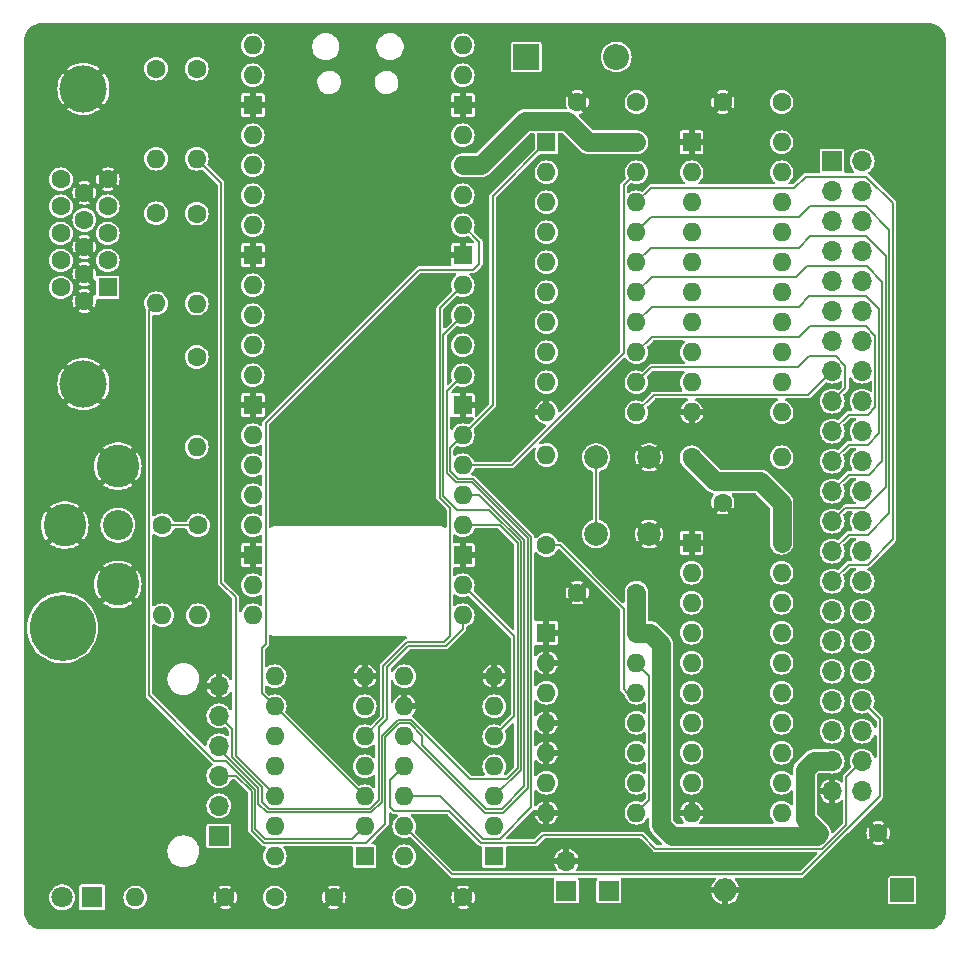
<source format=gbr>
%TF.GenerationSoftware,KiCad,Pcbnew,7.0.11*%
%TF.CreationDate,2025-07-10T10:55:18+02:00*%
%TF.ProjectId,kim-1-programmable-memory,6b696d2d-312d-4707-926f-6772616d6d61,rev?*%
%TF.SameCoordinates,Original*%
%TF.FileFunction,Copper,L2,Bot*%
%TF.FilePolarity,Positive*%
%FSLAX46Y46*%
G04 Gerber Fmt 4.6, Leading zero omitted, Abs format (unit mm)*
G04 Created by KiCad (PCBNEW 7.0.11) date 2025-07-10 10:55:18*
%MOMM*%
%LPD*%
G01*
G04 APERTURE LIST*
%TA.AperFunction,ComponentPad*%
%ADD10R,1.800000X1.800000*%
%TD*%
%TA.AperFunction,ComponentPad*%
%ADD11C,1.800000*%
%TD*%
%TA.AperFunction,ComponentPad*%
%ADD12C,1.600000*%
%TD*%
%TA.AperFunction,ComponentPad*%
%ADD13O,1.600000X1.600000*%
%TD*%
%TA.AperFunction,ComponentPad*%
%ADD14R,1.700000X1.700000*%
%TD*%
%TA.AperFunction,ComponentPad*%
%ADD15O,1.700000X1.700000*%
%TD*%
%TA.AperFunction,ComponentPad*%
%ADD16R,1.600000X1.600000*%
%TD*%
%TA.AperFunction,ComponentPad*%
%ADD17C,2.550000*%
%TD*%
%TA.AperFunction,ComponentPad*%
%ADD18C,3.616000*%
%TD*%
%TA.AperFunction,ComponentPad*%
%ADD19C,5.600000*%
%TD*%
%TA.AperFunction,ComponentPad*%
%ADD20C,2.000000*%
%TD*%
%TA.AperFunction,ComponentPad*%
%ADD21C,4.000000*%
%TD*%
%TA.AperFunction,ComponentPad*%
%ADD22R,2.200000X2.200000*%
%TD*%
%TA.AperFunction,ComponentPad*%
%ADD23O,2.200000X2.200000*%
%TD*%
%TA.AperFunction,ComponentPad*%
%ADD24R,2.000000X2.000000*%
%TD*%
%TA.AperFunction,ComponentPad*%
%ADD25O,2.000000X2.000000*%
%TD*%
%TA.AperFunction,ViaPad*%
%ADD26C,0.600000*%
%TD*%
%TA.AperFunction,Conductor*%
%ADD27C,0.160000*%
%TD*%
%TA.AperFunction,Conductor*%
%ADD28C,1.600000*%
%TD*%
G04 APERTURE END LIST*
D10*
%TO.P,D1,1,K*%
%TO.N,Net-(D1-K)*%
X78050000Y-142250000D03*
D11*
%TO.P,D1,2,A*%
%TO.N,Net-(D1-A)*%
X75510000Y-142250000D03*
%TD*%
D12*
%TO.P,R1,1*%
%TO.N,GND*%
X89310000Y-142250000D03*
D13*
%TO.P,R1,2*%
%TO.N,Net-(D1-K)*%
X81690000Y-142250000D03*
%TD*%
D14*
%TO.P,J4,1,Pin_1*%
%TO.N,+3.3V*%
X88775000Y-137040000D03*
D15*
%TO.P,J4,2,Pin_2*%
%TO.N,/CSn*%
X88775000Y-134500000D03*
%TO.P,J4,3,Pin_3*%
%TO.N,/MOSI*%
X88775000Y-131960000D03*
%TO.P,J4,4,Pin_4*%
%TO.N,/SCK*%
X88775000Y-129420000D03*
%TO.P,J4,5,Pin_5*%
%TO.N,/MISO*%
X88775000Y-126880000D03*
%TO.P,J4,6,Pin_6*%
%TO.N,GND*%
X88775000Y-124340000D03*
%TD*%
D13*
%TO.P,U7,1,GPIO0*%
%TO.N,/AD0*%
X91650000Y-70090000D03*
%TO.P,U7,2,GPIO1*%
%TO.N,/AD1*%
X91650000Y-72630000D03*
D16*
%TO.P,U7,3,GND*%
%TO.N,GND*%
X91650000Y-75170000D03*
D13*
%TO.P,U7,4,GPIO2*%
%TO.N,/AD2*%
X91650000Y-77710000D03*
%TO.P,U7,5,GPIO3*%
%TO.N,/AD3*%
X91650000Y-80250000D03*
%TO.P,U7,6,GPIO4*%
%TO.N,/AD4*%
X91650000Y-82790000D03*
%TO.P,U7,7,GPIO5*%
%TO.N,/AD5*%
X91650000Y-85330000D03*
D16*
%TO.P,U7,8,GND*%
%TO.N,GND*%
X91650000Y-87870000D03*
D13*
%TO.P,U7,9,GPIO6*%
%TO.N,/AD6*%
X91650000Y-90410000D03*
%TO.P,U7,10,GPIO7*%
%TO.N,/AD7*%
X91650000Y-92950000D03*
%TO.P,U7,11,GPIO8*%
%TO.N,/A8*%
X91650000Y-95490000D03*
%TO.P,U7,12,GPIO9*%
%TO.N,/A9*%
X91650000Y-98030000D03*
D16*
%TO.P,U7,13,GND*%
%TO.N,GND*%
X91650000Y-100570000D03*
D13*
%TO.P,U7,14,GPIO10*%
%TO.N,/A10*%
X91650000Y-103110000D03*
%TO.P,U7,15,GPIO11*%
%TO.N,/A11*%
X91650000Y-105650000D03*
%TO.P,U7,16,GPIO12*%
%TO.N,/A12*%
X91650000Y-108190000D03*
%TO.P,U7,17,GPIO13*%
%TO.N,/A13*%
X91650000Y-110730000D03*
D16*
%TO.P,U7,18,GND*%
%TO.N,GND*%
X91650000Y-113270000D03*
D13*
%TO.P,U7,19,GPIO14*%
%TO.N,/A14*%
X91650000Y-115810000D03*
%TO.P,U7,20,GPIO15*%
%TO.N,/A15*%
X91650000Y-118350000D03*
%TO.P,U7,21,GPIO16*%
%TO.N,/MISO*%
X109430000Y-118350000D03*
%TO.P,U7,22,GPIO17*%
%TO.N,/CSn*%
X109430000Y-115810000D03*
D16*
%TO.P,U7,23,GND*%
%TO.N,GND*%
X109430000Y-113270000D03*
D13*
%TO.P,U7,24,GPIO18*%
%TO.N,/SCK*%
X109430000Y-110730000D03*
%TO.P,U7,25,GPIO19*%
%TO.N,/MOSI*%
X109430000Y-108190000D03*
%TO.P,U7,26,GPIO20*%
%TO.N,/~{CE}*%
X109430000Y-105650000D03*
%TO.P,U7,27,GPIO21*%
%TO.N,/R{slash}~{W}*%
X109430000Y-103110000D03*
D16*
%TO.P,U7,28,GND*%
%TO.N,GND*%
X109430000Y-100570000D03*
D13*
%TO.P,U7,29,GPIO22*%
%TO.N,/\u00D82*%
X109430000Y-98030000D03*
%TO.P,U7,30,RUN*%
%TO.N,Net-(U7-RUN)*%
X109430000Y-95490000D03*
%TO.P,U7,31,GPIO26_ADC0*%
%TO.N,/VSYNC*%
X109430000Y-92950000D03*
%TO.P,U7,32,GPIO27_ADC1*%
%TO.N,/HSYNC*%
X109430000Y-90410000D03*
D16*
%TO.P,U7,33,AGND*%
%TO.N,GND*%
X109430000Y-87870000D03*
D13*
%TO.P,U7,34,GPIO28_ADC2*%
%TO.N,/VIDEO*%
X109430000Y-85330000D03*
%TO.P,U7,35,ADC_VREF*%
%TO.N,unconnected-(U7-ADC_VREF-Pad35)*%
X109430000Y-82790000D03*
%TO.P,U7,36,3V3*%
%TO.N,+3.3V*%
X109430000Y-80250000D03*
%TO.P,U7,37,3V3_EN*%
%TO.N,unconnected-(U7-3V3_EN-Pad37)*%
X109430000Y-77710000D03*
D16*
%TO.P,U7,38,GND*%
%TO.N,GND*%
X109430000Y-75170000D03*
D13*
%TO.P,U7,39,VSYS*%
%TO.N,Net-(D2-K)*%
X109430000Y-72630000D03*
%TO.P,U7,40,VBUS*%
%TO.N,unconnected-(U7-VBUS-Pad40)*%
X109430000Y-70090000D03*
%TD*%
D12*
%TO.P,C3,1*%
%TO.N,GND*%
X119130000Y-74910000D03*
%TO.P,C3,2*%
%TO.N,+3.3V*%
X124130000Y-74910000D03*
%TD*%
D14*
%TO.P,J6,1,Pin_1*%
%TO.N,/~{DECEN}*%
X121790000Y-141700000D03*
%TD*%
D17*
%TO.P,J5,1,In*%
%TO.N,/COMPOSITE*%
X80230000Y-110730000D03*
D18*
%TO.P,J5,2,Ext*%
%TO.N,GND*%
X75730000Y-110730000D03*
X80230000Y-105730000D03*
X80230000Y-115730000D03*
%TD*%
D12*
%TO.P,R3,1*%
%TO.N,/~{CE}*%
X116510000Y-112400000D03*
D13*
%TO.P,R3,2*%
%TO.N,+3.3V*%
X116510000Y-104780000D03*
%TD*%
D16*
%TO.P,U5,1*%
%TO.N,/~{CE}*%
X112090000Y-138760000D03*
D13*
%TO.P,U5,2*%
%TO.N,Net-(U1-CE)*%
X112090000Y-136220000D03*
%TO.P,U5,3*%
%TO.N,/VSYNC*%
X112090000Y-133680000D03*
%TO.P,U5,4*%
%TO.N,Net-(R10-Pad2)*%
X112090000Y-131140000D03*
%TO.P,U5,5*%
%TO.N,/CSn*%
X112090000Y-128600000D03*
%TO.P,U5,6*%
%TO.N,Net-(D1-A)*%
X112090000Y-126060000D03*
%TO.P,U5,7,GND*%
%TO.N,GND*%
X112090000Y-123520000D03*
%TO.P,U5,8*%
%TO.N,unconnected-(U5-Pad8)*%
X104470000Y-123520000D03*
%TO.P,U5,9*%
%TO.N,GND*%
X104470000Y-126060000D03*
%TO.P,U5,10*%
%TO.N,/\u00D82*%
X104470000Y-128600000D03*
%TO.P,U5,11*%
%TO.N,/~{\u00D82}*%
X104470000Y-131140000D03*
%TO.P,U5,12*%
%TO.N,/R{slash}~{W}*%
X104470000Y-133680000D03*
%TO.P,U5,13*%
%TO.N,/~{R}{slash}W*%
X104470000Y-136220000D03*
%TO.P,U5,14,VCC*%
%TO.N,+3.3V*%
X104470000Y-138760000D03*
%TD*%
D12*
%TO.P,C6,1*%
%TO.N,GND*%
X98500000Y-142250000D03*
%TO.P,C6,2*%
%TO.N,+3.3V*%
X93500000Y-142250000D03*
%TD*%
%TO.P,C5,1*%
%TO.N,GND*%
X109470000Y-142250000D03*
%TO.P,C5,2*%
%TO.N,+3.3V*%
X104470000Y-142250000D03*
%TD*%
D19*
%TO.P,REF\u002A\u002A,1*%
%TO.N,N/C*%
X75540000Y-119410000D03*
%TD*%
D12*
%TO.P,C4,1*%
%TO.N,GND*%
X119130000Y-116440000D03*
%TO.P,C4,2*%
%TO.N,+5V*%
X124130000Y-116440000D03*
%TD*%
D20*
%TO.P,SW1,1,1*%
%TO.N,Net-(U7-RUN)*%
X120710000Y-111480000D03*
X120710000Y-104980000D03*
%TO.P,SW1,2,2*%
%TO.N,GND*%
X125210000Y-111480000D03*
X125210000Y-104980000D03*
%TD*%
D12*
%TO.P,R10,1*%
%TO.N,Net-(J3-P14)*%
X83460000Y-72080000D03*
D13*
%TO.P,R10,2*%
%TO.N,Net-(R10-Pad2)*%
X83460000Y-79700000D03*
%TD*%
D16*
%TO.P,U2,1,A->B*%
%TO.N,GND*%
X128800000Y-112220000D03*
D13*
%TO.P,U2,2,A0*%
%TO.N,/A8*%
X128800000Y-114760000D03*
%TO.P,U2,3,A1*%
%TO.N,/A9*%
X128800000Y-117300000D03*
%TO.P,U2,4,A2*%
%TO.N,/A10*%
X128800000Y-119840000D03*
%TO.P,U2,5,A3*%
%TO.N,/A11*%
X128800000Y-122380000D03*
%TO.P,U2,6,A4*%
%TO.N,/A12*%
X128800000Y-124920000D03*
%TO.P,U2,7,A5*%
%TO.N,/A13*%
X128800000Y-127460000D03*
%TO.P,U2,8,A6*%
%TO.N,/A14*%
X128800000Y-130000000D03*
%TO.P,U2,9,A7*%
%TO.N,/A15*%
X128800000Y-132540000D03*
%TO.P,U2,10,GND*%
%TO.N,GND*%
X128800000Y-135080000D03*
%TO.P,U2,11,B7*%
%TO.N,/AB15*%
X136420000Y-135080000D03*
%TO.P,U2,12,B6*%
%TO.N,/AB14*%
X136420000Y-132540000D03*
%TO.P,U2,13,B5*%
%TO.N,/AB13*%
X136420000Y-130000000D03*
%TO.P,U2,14,B4*%
%TO.N,/AB12*%
X136420000Y-127460000D03*
%TO.P,U2,15,B3*%
%TO.N,/AB11*%
X136420000Y-124920000D03*
%TO.P,U2,16,B2*%
%TO.N,/AB10*%
X136420000Y-122380000D03*
%TO.P,U2,17,B1*%
%TO.N,/AB9*%
X136420000Y-119840000D03*
%TO.P,U2,18,B0*%
%TO.N,/AB8*%
X136420000Y-117300000D03*
%TO.P,U2,19,CE*%
%TO.N,Net-(U1-CE)*%
X136420000Y-114760000D03*
%TO.P,U2,20,VCC*%
%TO.N,+3.3V*%
X136420000Y-112220000D03*
%TD*%
D12*
%TO.P,C2,1*%
%TO.N,GND*%
X131420000Y-108820000D03*
%TO.P,C2,2*%
%TO.N,+3.3V*%
X136420000Y-108820000D03*
%TD*%
D21*
%TO.P,J3,0,PAD*%
%TO.N,GND*%
X77310000Y-73790000D03*
X77310000Y-98790000D03*
D16*
%TO.P,J3,1,1*%
%TO.N,/RED*%
X79360000Y-90605000D03*
D12*
%TO.P,J3,2,2*%
%TO.N,/GREEN*%
X79360000Y-88315000D03*
%TO.P,J3,3,3*%
%TO.N,/BLUE*%
X79360000Y-86025000D03*
%TO.P,J3,4,4*%
%TO.N,unconnected-(J3-Pad4)*%
X79360000Y-83735000D03*
%TO.P,J3,5,5*%
%TO.N,GND*%
X79360000Y-81445000D03*
%TO.P,J3,6,6*%
X77380000Y-91750000D03*
%TO.P,J3,7,7*%
X77380000Y-89460000D03*
%TO.P,J3,8,8*%
X77380000Y-87170000D03*
%TO.P,J3,9,P9*%
%TO.N,unconnected-(J3-P9-Pad9)*%
X77380000Y-84880000D03*
%TO.P,J3,10,P10*%
%TO.N,GND*%
X77380000Y-82590000D03*
%TO.P,J3,11,P111*%
%TO.N,unconnected-(J3-P111-Pad11)*%
X75400000Y-90605000D03*
%TO.P,J3,12,P12*%
%TO.N,unconnected-(J3-P12-Pad12)*%
X75400000Y-88315000D03*
%TO.P,J3,13,P13*%
%TO.N,Net-(J3-P13)*%
X75400000Y-86025000D03*
%TO.P,J3,14,P14*%
%TO.N,Net-(J3-P14)*%
X75400000Y-83735000D03*
%TO.P,J3,15,P15*%
%TO.N,unconnected-(J3-P15-Pad15)*%
X75400000Y-81445000D03*
%TD*%
D16*
%TO.P,U6,1*%
%TO.N,/VIDEO*%
X101120000Y-138760000D03*
D13*
%TO.P,U6,2*%
%TO.N,Net-(R7-Pad2)*%
X101120000Y-136220000D03*
%TO.P,U6,3*%
%TO.N,/VIDEO*%
X101120000Y-133680000D03*
%TO.P,U6,4*%
%TO.N,Net-(R6-Pad2)*%
X101120000Y-131140000D03*
%TO.P,U6,5*%
%TO.N,/HSYNC*%
X101120000Y-128600000D03*
%TO.P,U6,6*%
%TO.N,Net-(R5-Pad2)*%
X101120000Y-126060000D03*
%TO.P,U6,7,GND*%
%TO.N,GND*%
X101120000Y-123520000D03*
%TO.P,U6,8*%
%TO.N,Net-(R4-Pad2)*%
X93500000Y-123520000D03*
%TO.P,U6,9*%
%TO.N,/VIDEO*%
X93500000Y-126060000D03*
%TO.P,U6,10*%
%TO.N,Net-(R9-Pad2)*%
X93500000Y-128600000D03*
%TO.P,U6,11*%
%TO.N,/HSYNC*%
X93500000Y-131140000D03*
%TO.P,U6,12*%
%TO.N,Net-(R8-Pad2)*%
X93500000Y-133680000D03*
%TO.P,U6,13*%
%TO.N,/VIDEO*%
X93500000Y-136220000D03*
%TO.P,U6,14,VCC*%
%TO.N,+3.3V*%
X93500000Y-138760000D03*
%TD*%
D12*
%TO.P,C7,1*%
%TO.N,+5V*%
X139600000Y-136800000D03*
%TO.P,C7,2*%
%TO.N,GND*%
X144600000Y-136800000D03*
%TD*%
D16*
%TO.P,U1,1,A->B*%
%TO.N,GND*%
X128800000Y-78310000D03*
D13*
%TO.P,U1,2,A0*%
%TO.N,/AD0*%
X128800000Y-80850000D03*
%TO.P,U1,3,A1*%
%TO.N,/AD1*%
X128800000Y-83390000D03*
%TO.P,U1,4,A2*%
%TO.N,/AD2*%
X128800000Y-85930000D03*
%TO.P,U1,5,A3*%
%TO.N,/AD3*%
X128800000Y-88470000D03*
%TO.P,U1,6,A4*%
%TO.N,/AD4*%
X128800000Y-91010000D03*
%TO.P,U1,7,A5*%
%TO.N,/AD5*%
X128800000Y-93550000D03*
%TO.P,U1,8,A6*%
%TO.N,/AD6*%
X128800000Y-96090000D03*
%TO.P,U1,9,A7*%
%TO.N,/AD7*%
X128800000Y-98630000D03*
%TO.P,U1,10,GND*%
%TO.N,GND*%
X128800000Y-101170000D03*
%TO.P,U1,11,B7*%
%TO.N,/AB7*%
X136420000Y-101170000D03*
%TO.P,U1,12,B6*%
%TO.N,/AB6*%
X136420000Y-98630000D03*
%TO.P,U1,13,B5*%
%TO.N,/AB5*%
X136420000Y-96090000D03*
%TO.P,U1,14,B4*%
%TO.N,/AB4*%
X136420000Y-93550000D03*
%TO.P,U1,15,B3*%
%TO.N,/AB3*%
X136420000Y-91010000D03*
%TO.P,U1,16,B2*%
%TO.N,/AB2*%
X136420000Y-88470000D03*
%TO.P,U1,17,B1*%
%TO.N,/AB1*%
X136420000Y-85930000D03*
%TO.P,U1,18,B0*%
%TO.N,/AB0*%
X136420000Y-83390000D03*
%TO.P,U1,19,CE*%
%TO.N,Net-(U1-CE)*%
X136420000Y-80850000D03*
%TO.P,U1,20,VCC*%
%TO.N,+3.3V*%
X136420000Y-78310000D03*
%TD*%
D16*
%TO.P,U3,1,A->B*%
%TO.N,/R{slash}~{W}*%
X116510000Y-78310000D03*
D13*
%TO.P,U3,2,A0*%
%TO.N,/AD0*%
X116510000Y-80850000D03*
%TO.P,U3,3,A1*%
%TO.N,/AD1*%
X116510000Y-83390000D03*
%TO.P,U3,4,A2*%
%TO.N,/AD2*%
X116510000Y-85930000D03*
%TO.P,U3,5,A3*%
%TO.N,/AD3*%
X116510000Y-88470000D03*
%TO.P,U3,6,A4*%
%TO.N,/AD4*%
X116510000Y-91010000D03*
%TO.P,U3,7,A5*%
%TO.N,/AD5*%
X116510000Y-93550000D03*
%TO.P,U3,8,A6*%
%TO.N,/AD6*%
X116510000Y-96090000D03*
%TO.P,U3,9,A7*%
%TO.N,/AD7*%
X116510000Y-98630000D03*
%TO.P,U3,10,GND*%
%TO.N,GND*%
X116510000Y-101170000D03*
%TO.P,U3,11,B7*%
%TO.N,/DB7*%
X124130000Y-101170000D03*
%TO.P,U3,12,B6*%
%TO.N,/DB6*%
X124130000Y-98630000D03*
%TO.P,U3,13,B5*%
%TO.N,/DB5*%
X124130000Y-96090000D03*
%TO.P,U3,14,B4*%
%TO.N,/DB4*%
X124130000Y-93550000D03*
%TO.P,U3,15,B3*%
%TO.N,/DB3*%
X124130000Y-91010000D03*
%TO.P,U3,16,B2*%
%TO.N,/DB2*%
X124130000Y-88470000D03*
%TO.P,U3,17,B1*%
%TO.N,/DB1*%
X124130000Y-85930000D03*
%TO.P,U3,18,B0*%
%TO.N,/DB0*%
X124130000Y-83390000D03*
%TO.P,U3,19,CE*%
%TO.N,/~{CE}*%
X124130000Y-80850000D03*
%TO.P,U3,20,VCC*%
%TO.N,+3.3V*%
X124130000Y-78310000D03*
%TD*%
D12*
%TO.P,C1,1*%
%TO.N,GND*%
X131420000Y-74910000D03*
%TO.P,C1,2*%
%TO.N,+3.3V*%
X136420000Y-74910000D03*
%TD*%
D14*
%TO.P,J2,1,Pin_1*%
%TO.N,Ext-~{DECEN}*%
X118190000Y-141700000D03*
D15*
%TO.P,J2,2,Pin_2*%
%TO.N,GND*%
X118190000Y-139160000D03*
%TD*%
D12*
%TO.P,R8,1*%
%TO.N,/BLUE*%
X86900000Y-72080000D03*
D13*
%TO.P,R8,2*%
%TO.N,Net-(R8-Pad2)*%
X86900000Y-79700000D03*
%TD*%
D22*
%TO.P,D2,1,K*%
%TO.N,Net-(D2-K)*%
X114800000Y-71090000D03*
D23*
%TO.P,D2,2,A*%
%TO.N,+5V*%
X122420000Y-71090000D03*
%TD*%
D12*
%TO.P,R4,1*%
%TO.N,/COMPOSITE*%
X84000000Y-110730000D03*
D13*
%TO.P,R4,2*%
%TO.N,Net-(R4-Pad2)*%
X84000000Y-118350000D03*
%TD*%
D12*
%TO.P,R7,1*%
%TO.N,/GREEN*%
X83460000Y-84330000D03*
D13*
%TO.P,R7,2*%
%TO.N,Net-(R7-Pad2)*%
X83460000Y-91950000D03*
%TD*%
D12*
%TO.P,R2,1*%
%TO.N,+3.3V*%
X128800000Y-104980000D03*
D13*
%TO.P,R2,2*%
%TO.N,Net-(U1-CE)*%
X136420000Y-104980000D03*
%TD*%
D14*
%TO.P,J1,1,SYNC*%
%TO.N,unconnected-(J1-SYNC-Pad1)*%
X140690000Y-79910000D03*
D15*
%TO.P,J1,2,~{RDY}*%
%TO.N,unconnected-(J1-~{RDY}-Pad2)*%
X140690000Y-82450000D03*
%TO.P,J1,3,\u00D81*%
%TO.N,unconnected-(J1-\u00D81-Pad3)*%
X140690000Y-84990000D03*
%TO.P,J1,4,~{IRQ}*%
%TO.N,unconnected-(J1-~{IRQ}-Pad4)*%
X140690000Y-87530000D03*
%TO.P,J1,5,R0*%
%TO.N,unconnected-(J1-R0-Pad5)*%
X140690000Y-90070000D03*
%TO.P,J1,6,~{NMI}*%
%TO.N,unconnected-(J1-~{NMI}-Pad6)*%
X140690000Y-92610000D03*
%TO.P,J1,7,~{RES}*%
%TO.N,unconnected-(J1-~{RES}-Pad7)*%
X140690000Y-95150000D03*
%TO.P,J1,8,D7*%
%TO.N,/DB7*%
X140690000Y-97690000D03*
%TO.P,J1,9,D6*%
%TO.N,/DB6*%
X140690000Y-100230000D03*
%TO.P,J1,10,D5*%
%TO.N,/DB5*%
X140690000Y-102770000D03*
%TO.P,J1,11,D4*%
%TO.N,/DB4*%
X140690000Y-105310000D03*
%TO.P,J1,12,D3*%
%TO.N,/DB3*%
X140690000Y-107850000D03*
%TO.P,J1,13,D2*%
%TO.N,/DB2*%
X140690000Y-110390000D03*
%TO.P,J1,14,D1*%
%TO.N,/DB1*%
X140690000Y-112930000D03*
%TO.P,J1,15,D0*%
%TO.N,/DB0*%
X140690000Y-115470000D03*
%TO.P,J1,16,K6*%
%TO.N,unconnected-(J1-K6-Pad16)*%
X140690000Y-118010000D03*
%TO.P,J1,17,SST*%
%TO.N,unconnected-(J1-SST-Pad17)*%
X140690000Y-120550000D03*
%TO.P,J1,18,N.C.*%
%TO.N,unconnected-(J1-N.C.-Pad18)*%
X140690000Y-123090000D03*
%TO.P,J1,19,N.C.*%
%TO.N,unconnected-(J1-N.C.-Pad19)*%
X140690000Y-125630000D03*
%TO.P,J1,20,N.C.*%
%TO.N,unconnected-(J1-N.C.-Pad20)*%
X140690000Y-128170000D03*
%TO.P,J1,21,+5V*%
%TO.N,+5V*%
X140690000Y-130710000D03*
%TO.P,J1,22,GND*%
%TO.N,GND*%
X140690000Y-133250000D03*
%TO.P,J1,A,A0*%
%TO.N,/AB0*%
X143230000Y-79910000D03*
%TO.P,J1,B,A1*%
%TO.N,/AB1*%
X143230000Y-82450000D03*
%TO.P,J1,C,A2*%
%TO.N,/AB2*%
X143230000Y-84990000D03*
%TO.P,J1,D,A3*%
%TO.N,/AB3*%
X143230000Y-87530000D03*
%TO.P,J1,E,A4*%
%TO.N,/AB4*%
X143230000Y-90070000D03*
%TO.P,J1,F,A5*%
%TO.N,/AB5*%
X143230000Y-92610000D03*
%TO.P,J1,H,A6*%
%TO.N,/AB6*%
X143230000Y-95150000D03*
%TO.P,J1,J,A7*%
%TO.N,/AB7*%
X143230000Y-97690000D03*
%TO.P,J1,K,A8*%
%TO.N,/AB8*%
X143230000Y-100230000D03*
%TO.P,J1,L,A9*%
%TO.N,/AB9*%
X143230000Y-102770000D03*
%TO.P,J1,M,A10*%
%TO.N,/AB10*%
X143230000Y-105310000D03*
%TO.P,J1,N,A11*%
%TO.N,/AB11*%
X143230000Y-107850000D03*
%TO.P,J1,P,A12*%
%TO.N,/AB12*%
X143230000Y-110390000D03*
%TO.P,J1,R,A13*%
%TO.N,/AB13*%
X143230000Y-112930000D03*
%TO.P,J1,S,A14*%
%TO.N,/AB14*%
X143230000Y-115470000D03*
%TO.P,J1,T,A15*%
%TO.N,/AB15*%
X143230000Y-118010000D03*
%TO.P,J1,U,\u00D82*%
%TO.N,unconnected-(J1-\u00D82-PadU)*%
X143230000Y-120550000D03*
%TO.P,J1,V,R/~{W}*%
%TO.N,unconnected-(J1-R{slash}~{W}-PadV)*%
X143230000Y-123090000D03*
%TO.P,J1,W,~{R}/W*%
%TO.N,/~{R}{slash}W*%
X143230000Y-125630000D03*
%TO.P,J1,X,PLL*%
%TO.N,unconnected-(J1-PLL-PadX)*%
X143230000Y-128170000D03*
%TO.P,J1,Y,~{\u00D82}*%
%TO.N,/~{\u00D82}*%
X143230000Y-130710000D03*
%TO.P,J1,Z,RAMRW*%
%TO.N,unconnected-(J1-RAMRW-PadZ)*%
X143230000Y-133250000D03*
%TD*%
D16*
%TO.P,U4,1*%
%TO.N,GND*%
X116510000Y-119840000D03*
D13*
%TO.P,U4,2*%
X116510000Y-122380000D03*
%TO.P,U4,3*%
%TO.N,unconnected-(U4-Pad3)*%
X116510000Y-124920000D03*
%TO.P,U4,4*%
%TO.N,GND*%
X116510000Y-127460000D03*
%TO.P,U4,5*%
X116510000Y-130000000D03*
%TO.P,U4,6*%
%TO.N,unconnected-(U4-Pad6)*%
X116510000Y-132540000D03*
%TO.P,U4,7,GND*%
%TO.N,GND*%
X116510000Y-135080000D03*
%TO.P,U4,8*%
%TO.N,Net-(U4-Pad13)*%
X124130000Y-135080000D03*
%TO.P,U4,9*%
%TO.N,Ext-~{DECEN}*%
X124130000Y-132540000D03*
%TO.P,U4,10*%
X124130000Y-130000000D03*
%TO.P,U4,11*%
%TO.N,/~{DECEN}*%
X124130000Y-127460000D03*
%TO.P,U4,12*%
%TO.N,/~{CE}*%
X124130000Y-124920000D03*
%TO.P,U4,13*%
%TO.N,Net-(U4-Pad13)*%
X124130000Y-122380000D03*
%TO.P,U4,14,VCC*%
%TO.N,+5V*%
X124130000Y-119840000D03*
%TD*%
D24*
%TO.P,C8,1*%
%TO.N,+5V*%
X146640000Y-141640000D03*
D25*
%TO.P,C8,2*%
%TO.N,GND*%
X131640000Y-141640000D03*
%TD*%
D12*
%TO.P,R5,1*%
%TO.N,/COMPOSITE*%
X87000000Y-110730000D03*
D13*
%TO.P,R5,2*%
%TO.N,Net-(R5-Pad2)*%
X87000000Y-118350000D03*
%TD*%
D12*
%TO.P,R6,1*%
%TO.N,/RED*%
X86900000Y-84350000D03*
D13*
%TO.P,R6,2*%
%TO.N,Net-(R6-Pad2)*%
X86900000Y-91970000D03*
%TD*%
D12*
%TO.P,R9,1*%
%TO.N,Net-(J3-P13)*%
X86900000Y-96490000D03*
D13*
%TO.P,R9,2*%
%TO.N,Net-(R9-Pad2)*%
X86900000Y-104110000D03*
%TD*%
D26*
%TO.N,GND*%
X101130000Y-77710000D03*
X106210000Y-77710000D03*
X101130000Y-80250000D03*
X106210000Y-80250000D03*
X106210000Y-82790000D03*
X101130000Y-82790000D03*
X106210000Y-85330000D03*
X101130000Y-85330000D03*
X106210000Y-87870000D03*
X101130000Y-87870000D03*
X96050000Y-92950000D03*
X106210000Y-92950000D03*
X96050000Y-90410000D03*
X101130000Y-90410000D03*
X106210000Y-103110000D03*
X101130000Y-103110000D03*
X101130000Y-108190000D03*
X106210000Y-108190000D03*
X96050000Y-108190000D03*
X131170000Y-120480000D03*
X149200000Y-95090000D03*
X149200000Y-84930000D03*
X131170000Y-130640000D03*
X149200000Y-140810000D03*
X149200000Y-69690000D03*
X96050000Y-105650000D03*
X80230000Y-131010000D03*
X149200000Y-90010000D03*
X149200000Y-115410000D03*
X149200000Y-120490000D03*
X85310000Y-131010000D03*
X149200000Y-100170000D03*
X80230000Y-125930000D03*
X144120000Y-69690000D03*
X149200000Y-74770000D03*
X75150000Y-131010000D03*
X118720000Y-69690000D03*
X85310000Y-125930000D03*
X149200000Y-105250000D03*
X101130000Y-96320000D03*
X149200000Y-79850000D03*
X106210000Y-105650000D03*
X106210000Y-96320000D03*
X133960000Y-69690000D03*
X85310000Y-136090000D03*
X131170000Y-125560000D03*
X149200000Y-110330000D03*
X149200000Y-130650000D03*
X139040000Y-69690000D03*
X139040000Y-74770000D03*
X101130000Y-105650000D03*
X128880000Y-69690000D03*
X149200000Y-135730000D03*
X149200000Y-125570000D03*
X75150000Y-136090000D03*
X123800000Y-69690000D03*
X80230000Y-136090000D03*
X131170000Y-115400000D03*
X75150000Y-125930000D03*
X131170000Y-135720000D03*
X96050000Y-96320000D03*
%TD*%
D27*
%TO.N,/HSYNC*%
X107480000Y-92360000D02*
X109430000Y-90410000D01*
X107480000Y-108410000D02*
X107480000Y-92360000D01*
X108340000Y-109270000D02*
X107480000Y-108410000D01*
X107840000Y-120650000D02*
X108340000Y-120150000D01*
X104690000Y-120650000D02*
X107840000Y-120650000D01*
X102710000Y-122630000D02*
X104690000Y-120650000D01*
X102710000Y-127010000D02*
X102710000Y-122630000D01*
X101120000Y-128600000D02*
X102710000Y-127010000D01*
X108340000Y-120150000D02*
X108340000Y-109270000D01*
%TO.N,/VSYNC*%
X108903000Y-109410000D02*
X107770000Y-108277000D01*
X111650000Y-109410000D02*
X108903000Y-109410000D01*
X107770000Y-108277000D02*
X107770000Y-94610000D01*
X114350000Y-112110000D02*
X111650000Y-109410000D01*
X114350000Y-131420000D02*
X114350000Y-112110000D01*
X107770000Y-94610000D02*
X109430000Y-92950000D01*
X112090000Y-133680000D02*
X114350000Y-131420000D01*
%TO.N,/CSn*%
X113770000Y-126920000D02*
X112090000Y-128600000D01*
X113770000Y-120150000D02*
X113770000Y-126920000D01*
X109430000Y-115810000D02*
X113770000Y-120150000D01*
%TO.N,/SCK*%
X112560000Y-110730000D02*
X109430000Y-110730000D01*
X114060000Y-112230000D02*
X112560000Y-110730000D01*
X114060000Y-131300000D02*
X114060000Y-112230000D01*
X113140000Y-132220000D02*
X114060000Y-131300000D01*
X110023231Y-132220000D02*
X113140000Y-132220000D01*
X105036230Y-127233000D02*
X110023231Y-132220000D01*
X103901120Y-127233000D02*
X105036230Y-127233000D01*
X102583000Y-134150230D02*
X102583000Y-128551121D01*
X92841120Y-135047000D02*
X101686231Y-135047000D01*
X92130000Y-134335880D02*
X92841120Y-135047000D01*
X92130000Y-133011760D02*
X92130000Y-134335880D01*
X88775000Y-129656760D02*
X92130000Y-133011760D01*
X88775000Y-129420000D02*
X88775000Y-129656760D01*
X101686231Y-135047000D02*
X102583000Y-134150230D01*
X102583000Y-128551121D02*
X103901120Y-127233000D01*
%TO.N,/MOSI*%
X114640000Y-111990000D02*
X110840000Y-108190000D01*
X114640000Y-132850000D02*
X114640000Y-111990000D01*
X112720000Y-134770000D02*
X114640000Y-132850000D01*
X110840000Y-108190000D02*
X109430000Y-108190000D01*
X111390000Y-134770000D02*
X112720000Y-134770000D01*
X105940000Y-129320000D02*
X111390000Y-134770000D01*
X104917351Y-127520000D02*
X105940000Y-128542649D01*
X104020000Y-127520000D02*
X104917351Y-127520000D01*
X102870000Y-128670000D02*
X104020000Y-127520000D01*
X101247351Y-137620000D02*
X102870000Y-135997351D01*
X92554121Y-137620000D02*
X101247351Y-137620000D01*
X105940000Y-128542649D02*
X105940000Y-129320000D01*
X102870000Y-135997351D02*
X102870000Y-128670000D01*
X91550000Y-136615879D02*
X92554121Y-137620000D01*
X90250000Y-131960000D02*
X91550000Y-133260000D01*
X88775000Y-131960000D02*
X90250000Y-131960000D01*
X91550000Y-133260000D02*
X91550000Y-136615879D01*
%TO.N,/MISO*%
X109430000Y-119481370D02*
X109430000Y-118350000D01*
X107971370Y-120940000D02*
X109430000Y-119481370D01*
X104810000Y-120940000D02*
X107971370Y-120940000D01*
X103026000Y-122724000D02*
X104810000Y-120940000D01*
X103026000Y-127114000D02*
X103026000Y-122724000D01*
X102296000Y-127844000D02*
X103026000Y-127114000D01*
X102296000Y-134031351D02*
X102296000Y-127844000D01*
X101567351Y-134760000D02*
X102296000Y-134031351D01*
X93052649Y-134760000D02*
X101567351Y-134760000D01*
X92420000Y-134127351D02*
X93052649Y-134760000D01*
X92420000Y-132895880D02*
X92420000Y-134127351D01*
X89905000Y-128010000D02*
X89905000Y-130380880D01*
X89905000Y-130380880D02*
X92420000Y-132895880D01*
X88775000Y-126880000D02*
X89905000Y-128010000D01*
D28*
%TO.N,+5V*%
X139600000Y-136800000D02*
X139380000Y-137020000D01*
X138380000Y-131480000D02*
X139150000Y-130710000D01*
X127100000Y-137020000D02*
X126217000Y-136137000D01*
X139150000Y-130710000D02*
X140690000Y-130710000D01*
X126217000Y-136137000D02*
X126217000Y-120795630D01*
X138380000Y-135580000D02*
X138380000Y-131480000D01*
X126217000Y-120795630D02*
X125261370Y-119840000D01*
X125261370Y-119840000D02*
X124130000Y-119840000D01*
X139380000Y-137020000D02*
X127100000Y-137020000D01*
X139600000Y-136800000D02*
X138380000Y-135580000D01*
X124130000Y-116440000D02*
X124130000Y-119840000D01*
D27*
%TO.N,/~{R}{slash}W*%
X108540000Y-140290000D02*
X104470000Y-136220000D01*
X144737000Y-133668879D02*
X138115879Y-140290000D01*
X144737000Y-127137000D02*
X144737000Y-133668879D01*
X138115879Y-140290000D02*
X108540000Y-140290000D01*
X143230000Y-125630000D02*
X144737000Y-127137000D01*
%TO.N,/~{\u00D82}*%
X115570000Y-137620000D02*
X111000000Y-137620000D01*
X103300000Y-134580000D02*
X103300000Y-132310000D01*
X111000000Y-137620000D02*
X108290000Y-134910000D01*
X116220000Y-136970000D02*
X115570000Y-137620000D01*
X124590000Y-136970000D02*
X116220000Y-136970000D01*
X103630000Y-134910000D02*
X103300000Y-134580000D01*
X139880000Y-138120000D02*
X125740000Y-138120000D01*
X141910000Y-132030000D02*
X141910000Y-136090000D01*
X141910000Y-136090000D02*
X139880000Y-138120000D01*
X108290000Y-134910000D02*
X103630000Y-134910000D01*
X103300000Y-132310000D02*
X104470000Y-131140000D01*
X143230000Y-130710000D02*
X141910000Y-132030000D01*
X125740000Y-138120000D02*
X124590000Y-136970000D01*
%TO.N,/~{CE}*%
X123050000Y-124630000D02*
X123340000Y-124920000D01*
X123050000Y-96157351D02*
X113557351Y-105650000D01*
X113557351Y-105650000D02*
X109430000Y-105650000D01*
X123050000Y-117808630D02*
X123050000Y-124630000D01*
X116510000Y-112400000D02*
X117641370Y-112400000D01*
X123340000Y-124920000D02*
X124130000Y-124920000D01*
X123050000Y-81930000D02*
X123050000Y-96157351D01*
X117641370Y-112400000D02*
X123050000Y-117808630D01*
X124130000Y-80850000D02*
X123050000Y-81930000D01*
D28*
%TO.N,+3.3V*%
X114710000Y-76510000D02*
X118270000Y-76510000D01*
X109430000Y-80250000D02*
X110970000Y-80250000D01*
X120070000Y-78310000D02*
X124130000Y-78310000D01*
X128800000Y-105030000D02*
X130790000Y-107020000D01*
X118270000Y-76510000D02*
X120070000Y-78310000D01*
X128800000Y-104980000D02*
X128800000Y-105030000D01*
X134620000Y-107020000D02*
X136420000Y-108820000D01*
X130790000Y-107020000D02*
X134620000Y-107020000D01*
X110970000Y-80250000D02*
X114710000Y-76510000D01*
X136420000Y-108820000D02*
X136420000Y-112220000D01*
D27*
%TO.N,/DB0*%
X125370000Y-82150000D02*
X124130000Y-83390000D01*
X137510000Y-82150000D02*
X125370000Y-82150000D01*
X140690000Y-115470000D02*
X142100000Y-114060000D01*
X143588062Y-81210000D02*
X138450000Y-81210000D01*
X138450000Y-81210000D02*
X137510000Y-82150000D01*
X145830000Y-111928062D02*
X145830000Y-83451938D01*
X143698062Y-114060000D02*
X145830000Y-111928062D01*
X145830000Y-83451938D02*
X143588062Y-81210000D01*
X142100000Y-114060000D02*
X143698062Y-114060000D01*
%TO.N,/DB1*%
X143698062Y-111520000D02*
X145540000Y-109678062D01*
X140690000Y-112930000D02*
X142100000Y-111520000D01*
X142100000Y-111520000D02*
X143698062Y-111520000D01*
X145540000Y-85701938D02*
X143548062Y-83710000D01*
X138860000Y-83710000D02*
X137910000Y-84660000D01*
X137910000Y-84660000D02*
X125400000Y-84660000D01*
X143548062Y-83710000D02*
X138860000Y-83710000D01*
X145540000Y-109678062D02*
X145540000Y-85701938D01*
X125400000Y-84660000D02*
X124130000Y-85930000D01*
%TO.N,/DB2*%
X140690000Y-110390000D02*
X141820000Y-109260000D01*
X145250000Y-87951938D02*
X143548062Y-86250000D01*
X143548062Y-86250000D02*
X138850000Y-86250000D01*
X141820000Y-109260000D02*
X143460000Y-109260000D01*
X138850000Y-86250000D02*
X137870000Y-87230000D01*
X143460000Y-109260000D02*
X145250000Y-107470000D01*
X137870000Y-87230000D02*
X125370000Y-87230000D01*
X145250000Y-107470000D02*
X145250000Y-87951938D01*
X125370000Y-87230000D02*
X124130000Y-88470000D01*
%TO.N,/DB3*%
X143650000Y-88800000D02*
X138560000Y-88800000D01*
X125410000Y-89730000D02*
X124130000Y-91010000D01*
X143850000Y-106440000D02*
X144960000Y-105330000D01*
X138560000Y-88800000D02*
X137630000Y-89730000D01*
X144960000Y-105330000D02*
X144960000Y-90110000D01*
X140690000Y-107850000D02*
X142100000Y-106440000D01*
X137630000Y-89730000D02*
X125410000Y-89730000D01*
X142100000Y-106440000D02*
X143850000Y-106440000D01*
X144960000Y-90110000D02*
X143650000Y-88800000D01*
%TO.N,/DB4*%
X137880000Y-92240000D02*
X125440000Y-92240000D01*
X143558062Y-91340000D02*
X138780000Y-91340000D01*
X142100000Y-103900000D02*
X143698062Y-103900000D01*
X144647000Y-92428938D02*
X143558062Y-91340000D01*
X125440000Y-92240000D02*
X124130000Y-93550000D01*
X138780000Y-91340000D02*
X137880000Y-92240000D01*
X143698062Y-103900000D02*
X144647000Y-102951062D01*
X144647000Y-102951062D02*
X144647000Y-92428938D01*
X140690000Y-105310000D02*
X142100000Y-103900000D01*
%TO.N,/DB5*%
X143698062Y-101360000D02*
X144360000Y-100698062D01*
X138790000Y-93890000D02*
X137870000Y-94810000D01*
X142100000Y-101360000D02*
X143698062Y-101360000D01*
X144360000Y-100698062D02*
X144360000Y-94681938D01*
X140690000Y-102770000D02*
X142100000Y-101360000D01*
X137870000Y-94810000D02*
X125410000Y-94810000D01*
X125410000Y-94810000D02*
X124130000Y-96090000D01*
X143568062Y-93890000D02*
X138790000Y-93890000D01*
X144360000Y-94681938D02*
X143568062Y-93890000D01*
%TO.N,/DB6*%
X137810000Y-97360000D02*
X125400000Y-97360000D01*
X141820000Y-99100000D02*
X141820000Y-97221938D01*
X138730000Y-96440000D02*
X137810000Y-97360000D01*
X125400000Y-97360000D02*
X124130000Y-98630000D01*
X140690000Y-100230000D02*
X141820000Y-99100000D01*
X141820000Y-97221938D02*
X141038062Y-96440000D01*
X141038062Y-96440000D02*
X138730000Y-96440000D01*
X124130000Y-98630000D02*
X124130000Y-99240000D01*
%TO.N,/DB7*%
X138670000Y-99710000D02*
X140690000Y-97690000D01*
X125590000Y-99710000D02*
X138670000Y-99710000D01*
X124130000Y-101170000D02*
X125590000Y-99710000D01*
%TO.N,/COMPOSITE*%
X87000000Y-110730000D02*
X84000000Y-110730000D01*
%TO.N,/R{slash}~{W}*%
X104470000Y-133680000D02*
X107520000Y-133680000D01*
X108350000Y-106180000D02*
X108350000Y-104190000D01*
X108993000Y-106823000D02*
X108350000Y-106180000D01*
X115214000Y-134623351D02*
X115214000Y-111738121D01*
X110298879Y-106823000D02*
X108993000Y-106823000D01*
X116510000Y-78310000D02*
X111950000Y-82870000D01*
X111950000Y-82870000D02*
X111950000Y-100590000D01*
X111950000Y-100590000D02*
X109430000Y-103110000D01*
X115214000Y-111738121D02*
X110298879Y-106823000D01*
X111140000Y-137300000D02*
X112537351Y-137300000D01*
X112537351Y-137300000D02*
X115214000Y-134623351D01*
X107520000Y-133680000D02*
X111140000Y-137300000D01*
X108350000Y-104190000D02*
X109430000Y-103110000D01*
%TO.N,/\u00D82*%
X108063000Y-99397000D02*
X109430000Y-98030000D01*
X108063000Y-106298879D02*
X108063000Y-99397000D01*
X112838879Y-135057000D02*
X114927000Y-132968879D01*
X110180000Y-107110000D02*
X108874120Y-107110000D01*
X104470000Y-128600000D02*
X104810000Y-128600000D01*
X104810000Y-128600000D02*
X111267000Y-135057000D01*
X111267000Y-135057000D02*
X112838879Y-135057000D01*
X108874120Y-107110000D02*
X108063000Y-106298879D01*
X114927000Y-111857000D02*
X110180000Y-107110000D01*
X114927000Y-132968879D02*
X114927000Y-111857000D01*
%TO.N,/VIDEO*%
X109430000Y-85330000D02*
X110820000Y-86720000D01*
X110330000Y-89090000D02*
X105753000Y-89090000D01*
X92420000Y-124980000D02*
X93500000Y-126060000D01*
X110820000Y-88600000D02*
X110330000Y-89090000D01*
X105753000Y-89090000D02*
X92733000Y-102110000D01*
X110820000Y-86720000D02*
X110820000Y-88600000D01*
X92420000Y-121140000D02*
X92420000Y-124980000D01*
X92733000Y-120827000D02*
X92420000Y-121140000D01*
X92733000Y-102110000D02*
X92733000Y-120827000D01*
X101120000Y-133680000D02*
X93500000Y-126060000D01*
%TO.N,Net-(R7-Pad2)*%
X82870000Y-125140000D02*
X82870000Y-92540000D01*
X82870000Y-92540000D02*
X83460000Y-91950000D01*
X91840000Y-136450000D02*
X91840000Y-133140000D01*
X88400000Y-130670000D02*
X82870000Y-125140000D01*
X92720000Y-137330000D02*
X91840000Y-136450000D01*
X100010000Y-137330000D02*
X92720000Y-137330000D01*
X101120000Y-136220000D02*
X100010000Y-137330000D01*
X91840000Y-133140000D02*
X89370000Y-130670000D01*
X89370000Y-130670000D02*
X88400000Y-130670000D01*
%TO.N,Net-(R8-Pad2)*%
X86900000Y-79700000D02*
X88950000Y-81750000D01*
X90192000Y-130262000D02*
X93500000Y-133570000D01*
X93500000Y-133570000D02*
X93500000Y-133680000D01*
X88950000Y-81750000D02*
X88950000Y-115590000D01*
X88950000Y-115590000D02*
X90192000Y-116832000D01*
X90192000Y-116832000D02*
X90192000Y-130262000D01*
%TO.N,Net-(U7-RUN)*%
X120710000Y-104980000D02*
X120710000Y-111480000D01*
%TO.N,Net-(U4-Pad13)*%
X124130000Y-122380000D02*
X125210000Y-123460000D01*
X125210000Y-134000000D02*
X124130000Y-135080000D01*
X125210000Y-123460000D02*
X125210000Y-134000000D01*
%TD*%
%TA.AperFunction,Conductor*%
%TO.N,GND*%
G36*
X108189490Y-135210185D02*
G01*
X108210132Y-135226819D01*
X110756933Y-137773619D01*
X110768207Y-137786574D01*
X110772277Y-137791964D01*
X110772279Y-137791967D01*
X110804154Y-137821025D01*
X110808264Y-137824950D01*
X110820037Y-137836723D01*
X110820039Y-137836724D01*
X110824449Y-137840387D01*
X110824441Y-137840395D01*
X110831771Y-137846202D01*
X110849778Y-137862617D01*
X110854913Y-137864606D01*
X110880197Y-137877935D01*
X110884735Y-137881044D01*
X110884737Y-137881044D01*
X110884738Y-137881045D01*
X110906186Y-137886089D01*
X110908444Y-137886620D01*
X110924851Y-137891701D01*
X110943443Y-137898903D01*
X110947565Y-137900500D01*
X110953069Y-137900500D01*
X110981450Y-137903791D01*
X110986821Y-137905055D01*
X110986822Y-137905054D01*
X110993883Y-137906715D01*
X111054637Y-137941222D01*
X111087091Y-138003097D01*
X111089500Y-138027423D01*
X111089500Y-139579752D01*
X111101131Y-139638229D01*
X111101132Y-139638230D01*
X111145447Y-139704552D01*
X111211769Y-139748867D01*
X111211770Y-139748868D01*
X111270247Y-139760499D01*
X111270250Y-139760500D01*
X111270252Y-139760500D01*
X112909750Y-139760500D01*
X112909751Y-139760499D01*
X112924568Y-139757552D01*
X112968229Y-139748868D01*
X112968229Y-139748867D01*
X112968231Y-139748867D01*
X113034552Y-139704552D01*
X113078867Y-139638231D01*
X113078867Y-139638229D01*
X113078868Y-139638229D01*
X113090499Y-139579752D01*
X113090500Y-139579750D01*
X113090500Y-138024500D01*
X113110185Y-137957461D01*
X113162989Y-137911706D01*
X113214500Y-137900500D01*
X115506759Y-137900500D01*
X115523891Y-137901689D01*
X115530570Y-137902620D01*
X115530576Y-137902622D01*
X115571304Y-137900739D01*
X115573622Y-137900632D01*
X115579347Y-137900500D01*
X115595993Y-137900500D01*
X115601698Y-137899971D01*
X115601699Y-137899983D01*
X115610994Y-137898903D01*
X115635333Y-137897779D01*
X115640369Y-137895554D01*
X115667668Y-137887101D01*
X115673084Y-137886089D01*
X115693792Y-137873265D01*
X115708985Y-137865258D01*
X115731266Y-137855421D01*
X115735159Y-137851527D01*
X115757564Y-137833781D01*
X115762245Y-137830883D01*
X115776928Y-137811437D01*
X115788194Y-137798491D01*
X116299867Y-137286819D01*
X116361190Y-137253334D01*
X116387548Y-137250500D01*
X124422451Y-137250500D01*
X124489490Y-137270185D01*
X124510132Y-137286819D01*
X125496936Y-138273623D01*
X125508210Y-138286578D01*
X125512277Y-138291964D01*
X125512279Y-138291967D01*
X125544143Y-138321015D01*
X125548263Y-138324950D01*
X125560035Y-138336722D01*
X125564448Y-138340386D01*
X125564439Y-138340395D01*
X125571777Y-138346207D01*
X125589778Y-138362617D01*
X125594910Y-138364605D01*
X125620188Y-138377928D01*
X125624738Y-138381045D01*
X125648449Y-138386621D01*
X125664852Y-138391700D01*
X125687565Y-138400500D01*
X125693069Y-138400500D01*
X125721459Y-138403793D01*
X125726821Y-138405055D01*
X125750950Y-138401689D01*
X125768081Y-138400500D01*
X139309330Y-138400500D01*
X139376369Y-138420185D01*
X139422124Y-138472989D01*
X139432068Y-138542147D01*
X139403043Y-138605703D01*
X139397011Y-138612181D01*
X138036011Y-139973181D01*
X137974688Y-140006666D01*
X137948330Y-140009500D01*
X119113336Y-140009500D01*
X119046297Y-139989815D01*
X119000542Y-139937011D01*
X118990598Y-139867853D01*
X119017483Y-139806835D01*
X119067267Y-139746173D01*
X119067271Y-139746166D01*
X119164766Y-139563766D01*
X119211410Y-139410000D01*
X118623686Y-139410000D01*
X118649493Y-139369844D01*
X118690000Y-139231889D01*
X118690000Y-139088111D01*
X118649493Y-138950156D01*
X118623686Y-138910000D01*
X119211410Y-138910000D01*
X119164766Y-138756233D01*
X119067271Y-138573833D01*
X119067267Y-138573826D01*
X118936055Y-138413944D01*
X118776173Y-138282732D01*
X118776166Y-138282728D01*
X118593763Y-138185232D01*
X118440000Y-138138587D01*
X118440000Y-138724498D01*
X118332315Y-138675320D01*
X118225763Y-138660000D01*
X118154237Y-138660000D01*
X118047685Y-138675320D01*
X117940000Y-138724498D01*
X117940000Y-138138587D01*
X117786236Y-138185232D01*
X117603833Y-138282728D01*
X117603826Y-138282732D01*
X117443944Y-138413944D01*
X117312732Y-138573826D01*
X117312728Y-138573833D01*
X117215233Y-138756233D01*
X117168590Y-138910000D01*
X117756314Y-138910000D01*
X117730507Y-138950156D01*
X117690000Y-139088111D01*
X117690000Y-139231889D01*
X117730507Y-139369844D01*
X117756314Y-139410000D01*
X117168590Y-139410000D01*
X117215233Y-139563766D01*
X117312728Y-139746166D01*
X117312732Y-139746173D01*
X117362517Y-139806835D01*
X117389830Y-139871145D01*
X117378039Y-139940012D01*
X117330887Y-139991572D01*
X117266664Y-140009500D01*
X108707548Y-140009500D01*
X108640509Y-139989815D01*
X108619867Y-139973181D01*
X105412499Y-136765812D01*
X105379014Y-136704489D01*
X105383998Y-136634797D01*
X105390818Y-136619685D01*
X105398814Y-136604727D01*
X105456024Y-136416132D01*
X105475341Y-136220000D01*
X105456024Y-136023868D01*
X105398814Y-135835273D01*
X105398811Y-135835269D01*
X105398811Y-135835266D01*
X105305913Y-135661467D01*
X105305909Y-135661460D01*
X105180883Y-135509116D01*
X105060540Y-135410353D01*
X105021206Y-135352607D01*
X105019335Y-135282763D01*
X105055523Y-135222994D01*
X105118279Y-135192279D01*
X105139205Y-135190500D01*
X108122451Y-135190500D01*
X108189490Y-135210185D01*
G37*
%TD.AperFunction*%
%TA.AperFunction,Conductor*%
G36*
X117609168Y-112766499D02*
G01*
X117623428Y-112778745D01*
X122733181Y-117888498D01*
X122766666Y-117949821D01*
X122769500Y-117976179D01*
X122769500Y-124566757D01*
X122768311Y-124583885D01*
X122767378Y-124590573D01*
X122767378Y-124590575D01*
X122767378Y-124590576D01*
X122768341Y-124611401D01*
X122769368Y-124633622D01*
X122769500Y-124639347D01*
X122769500Y-124655996D01*
X122770028Y-124661697D01*
X122770017Y-124661697D01*
X122771095Y-124670991D01*
X122772221Y-124695333D01*
X122774447Y-124700376D01*
X122782896Y-124727658D01*
X122783911Y-124733084D01*
X122783912Y-124733086D01*
X122796733Y-124753794D01*
X122804738Y-124768980D01*
X122814577Y-124791262D01*
X122814580Y-124791267D01*
X122818471Y-124795158D01*
X122836215Y-124817559D01*
X122839117Y-124822245D01*
X122858556Y-124836925D01*
X122871509Y-124848196D01*
X123096934Y-125073621D01*
X123108204Y-125086571D01*
X123112278Y-125091966D01*
X123120745Y-125099685D01*
X123155863Y-125155323D01*
X123201186Y-125304728D01*
X123294086Y-125478532D01*
X123294090Y-125478539D01*
X123419116Y-125630883D01*
X123571460Y-125755909D01*
X123571467Y-125755913D01*
X123745266Y-125848811D01*
X123745269Y-125848811D01*
X123745273Y-125848814D01*
X123933868Y-125906024D01*
X124130000Y-125925341D01*
X124326132Y-125906024D01*
X124514727Y-125848814D01*
X124688538Y-125755910D01*
X124726834Y-125724480D01*
X124791144Y-125697167D01*
X124860011Y-125708957D01*
X124911572Y-125756109D01*
X124929500Y-125820333D01*
X124929500Y-126559666D01*
X124909815Y-126626705D01*
X124857011Y-126672460D01*
X124787853Y-126682404D01*
X124726835Y-126655519D01*
X124688539Y-126624091D01*
X124688532Y-126624086D01*
X124514733Y-126531188D01*
X124514727Y-126531186D01*
X124332946Y-126476043D01*
X124326129Y-126473975D01*
X124130000Y-126454659D01*
X123933870Y-126473975D01*
X123745266Y-126531188D01*
X123571467Y-126624086D01*
X123571460Y-126624090D01*
X123419116Y-126749116D01*
X123294090Y-126901460D01*
X123294086Y-126901467D01*
X123201188Y-127075266D01*
X123143975Y-127263870D01*
X123124659Y-127460000D01*
X123143975Y-127656129D01*
X123143976Y-127656132D01*
X123194754Y-127823525D01*
X123201188Y-127844733D01*
X123294086Y-128018532D01*
X123294090Y-128018539D01*
X123419116Y-128170883D01*
X123571460Y-128295909D01*
X123571467Y-128295913D01*
X123745266Y-128388811D01*
X123745269Y-128388811D01*
X123745273Y-128388814D01*
X123933868Y-128446024D01*
X124130000Y-128465341D01*
X124326132Y-128446024D01*
X124514727Y-128388814D01*
X124688538Y-128295910D01*
X124726834Y-128264480D01*
X124791144Y-128237167D01*
X124860011Y-128248957D01*
X124911572Y-128296109D01*
X124929500Y-128360333D01*
X124929500Y-129099666D01*
X124909815Y-129166705D01*
X124857011Y-129212460D01*
X124787853Y-129222404D01*
X124726835Y-129195519D01*
X124688539Y-129164091D01*
X124688532Y-129164086D01*
X124514733Y-129071188D01*
X124514727Y-129071186D01*
X124326132Y-129013976D01*
X124326129Y-129013975D01*
X124130000Y-128994659D01*
X123933870Y-129013975D01*
X123745266Y-129071188D01*
X123571467Y-129164086D01*
X123571460Y-129164090D01*
X123419116Y-129289116D01*
X123294090Y-129441460D01*
X123294086Y-129441467D01*
X123201188Y-129615266D01*
X123143975Y-129803870D01*
X123124659Y-130000000D01*
X123143975Y-130196129D01*
X123201188Y-130384733D01*
X123294086Y-130558532D01*
X123294090Y-130558539D01*
X123419116Y-130710883D01*
X123571460Y-130835909D01*
X123571467Y-130835913D01*
X123745266Y-130928811D01*
X123745269Y-130928811D01*
X123745273Y-130928814D01*
X123933868Y-130986024D01*
X124130000Y-131005341D01*
X124326132Y-130986024D01*
X124514727Y-130928814D01*
X124518883Y-130926593D01*
X124687288Y-130836578D01*
X124688538Y-130835910D01*
X124726834Y-130804480D01*
X124791144Y-130777167D01*
X124860011Y-130788957D01*
X124911572Y-130836109D01*
X124929500Y-130900333D01*
X124929500Y-131639666D01*
X124909815Y-131706705D01*
X124857011Y-131752460D01*
X124787853Y-131762404D01*
X124726835Y-131735519D01*
X124688539Y-131704091D01*
X124688532Y-131704086D01*
X124514733Y-131611188D01*
X124514727Y-131611186D01*
X124326132Y-131553976D01*
X124326129Y-131553975D01*
X124130000Y-131534659D01*
X123933870Y-131553975D01*
X123745266Y-131611188D01*
X123571467Y-131704086D01*
X123571460Y-131704090D01*
X123419116Y-131829116D01*
X123294090Y-131981460D01*
X123294086Y-131981467D01*
X123201188Y-132155266D01*
X123143975Y-132343870D01*
X123124659Y-132540000D01*
X123143975Y-132736129D01*
X123201188Y-132924733D01*
X123294086Y-133098532D01*
X123294090Y-133098539D01*
X123419116Y-133250883D01*
X123571460Y-133375909D01*
X123571467Y-133375913D01*
X123745266Y-133468811D01*
X123745269Y-133468811D01*
X123745273Y-133468814D01*
X123933868Y-133526024D01*
X124130000Y-133545341D01*
X124326132Y-133526024D01*
X124514727Y-133468814D01*
X124688538Y-133375910D01*
X124726834Y-133344480D01*
X124791144Y-133317167D01*
X124860011Y-133328957D01*
X124911572Y-133376109D01*
X124929500Y-133440333D01*
X124929500Y-133832450D01*
X124909815Y-133899489D01*
X124893181Y-133920131D01*
X124675812Y-134137500D01*
X124614489Y-134170985D01*
X124544797Y-134166001D01*
X124529677Y-134159177D01*
X124514730Y-134151187D01*
X124469610Y-134137500D01*
X124326132Y-134093976D01*
X124326129Y-134093975D01*
X124130000Y-134074659D01*
X123933870Y-134093975D01*
X123745266Y-134151188D01*
X123571467Y-134244086D01*
X123571460Y-134244090D01*
X123419116Y-134369116D01*
X123294090Y-134521460D01*
X123294086Y-134521467D01*
X123201188Y-134695266D01*
X123143975Y-134883870D01*
X123124659Y-135080000D01*
X123143975Y-135276129D01*
X123151100Y-135299617D01*
X123180637Y-135396988D01*
X123201188Y-135464733D01*
X123294086Y-135638532D01*
X123294090Y-135638539D01*
X123419116Y-135790883D01*
X123571460Y-135915909D01*
X123571467Y-135915913D01*
X123745266Y-136008811D01*
X123745269Y-136008811D01*
X123745273Y-136008814D01*
X123933868Y-136066024D01*
X124130000Y-136085341D01*
X124326132Y-136066024D01*
X124514727Y-136008814D01*
X124550882Y-135989489D01*
X124630352Y-135947011D01*
X124688538Y-135915910D01*
X124840883Y-135790883D01*
X124965910Y-135638538D01*
X124983141Y-135606300D01*
X125032103Y-135556456D01*
X125100241Y-135540995D01*
X125165920Y-135564826D01*
X125208290Y-135620383D01*
X125216500Y-135664753D01*
X125216500Y-136122721D01*
X125216460Y-136125861D01*
X125214243Y-136213362D01*
X125214243Y-136213371D01*
X125224648Y-136271420D01*
X125225956Y-136280748D01*
X125231925Y-136339430D01*
X125231927Y-136339444D01*
X125241033Y-136368468D01*
X125244772Y-136383701D01*
X125250142Y-136413653D01*
X125250142Y-136413655D01*
X125272020Y-136468424D01*
X125275177Y-136477292D01*
X125292841Y-136533588D01*
X125292842Y-136533589D01*
X125292844Y-136533595D01*
X125307603Y-136560185D01*
X125314336Y-136574361D01*
X125316492Y-136579758D01*
X125320627Y-136590111D01*
X125325622Y-136602614D01*
X125325627Y-136602624D01*
X125358080Y-136651866D01*
X125362962Y-136659923D01*
X125391588Y-136711498D01*
X125391589Y-136711500D01*
X125396083Y-136716735D01*
X125411410Y-136734588D01*
X125420855Y-136747115D01*
X125437599Y-136772521D01*
X125479299Y-136814220D01*
X125485704Y-136821131D01*
X125507771Y-136846835D01*
X125524134Y-136865895D01*
X125548187Y-136884513D01*
X125559968Y-136894889D01*
X126292898Y-137627819D01*
X126326383Y-137689142D01*
X126321399Y-137758834D01*
X126279527Y-137814767D01*
X126214063Y-137839184D01*
X126205217Y-137839500D01*
X125907549Y-137839500D01*
X125840510Y-137819815D01*
X125819868Y-137803181D01*
X124833063Y-136816376D01*
X124821790Y-136803422D01*
X124817719Y-136798031D01*
X124785867Y-136768993D01*
X124781726Y-136765039D01*
X124769963Y-136753276D01*
X124765551Y-136749612D01*
X124765558Y-136749603D01*
X124758225Y-136743795D01*
X124740222Y-136727383D01*
X124740220Y-136727382D01*
X124740216Y-136727379D01*
X124735088Y-136725393D01*
X124709807Y-136712068D01*
X124705263Y-136708956D01*
X124705262Y-136708955D01*
X124705261Y-136708954D01*
X124705257Y-136708952D01*
X124681549Y-136703377D01*
X124665148Y-136698299D01*
X124642435Y-136689500D01*
X124642434Y-136689500D01*
X124636931Y-136689500D01*
X124608540Y-136686206D01*
X124603179Y-136684945D01*
X124579050Y-136688311D01*
X124561919Y-136689500D01*
X116283241Y-136689500D01*
X116266109Y-136688311D01*
X116259424Y-136687378D01*
X116259423Y-136687378D01*
X116216378Y-136689368D01*
X116210653Y-136689500D01*
X116194006Y-136689500D01*
X116188306Y-136690028D01*
X116188304Y-136690017D01*
X116179011Y-136691095D01*
X116154666Y-136692221D01*
X116154664Y-136692221D01*
X116149621Y-136694448D01*
X116122338Y-136702897D01*
X116116918Y-136703910D01*
X116116911Y-136703913D01*
X116096202Y-136716735D01*
X116081018Y-136724739D01*
X116058734Y-136734578D01*
X116058733Y-136734579D01*
X116054837Y-136738476D01*
X116032442Y-136756214D01*
X116027755Y-136759115D01*
X116027753Y-136759118D01*
X116013067Y-136778564D01*
X116001798Y-136791513D01*
X115490132Y-137303181D01*
X115428809Y-137336666D01*
X115402451Y-137339500D01*
X113193900Y-137339500D01*
X113126861Y-137319815D01*
X113081106Y-137267011D01*
X113071162Y-137197853D01*
X113100187Y-137134297D01*
X113106219Y-137127819D01*
X113666975Y-136567063D01*
X115367627Y-134866409D01*
X115380583Y-134855136D01*
X115385962Y-134851074D01*
X115385967Y-134851072D01*
X115385970Y-134851068D01*
X115395144Y-134844142D01*
X115397744Y-134847585D01*
X115438117Y-134823016D01*
X115507965Y-134824728D01*
X115515743Y-134830000D01*
X116194314Y-134830000D01*
X116182359Y-134841955D01*
X116124835Y-134954852D01*
X116105014Y-135080000D01*
X116124835Y-135205148D01*
X116182359Y-135318045D01*
X116194314Y-135330000D01*
X115540840Y-135330000D01*
X115581652Y-135464541D01*
X115674503Y-135638253D01*
X115674507Y-135638260D01*
X115799471Y-135790528D01*
X115951739Y-135915491D01*
X116125465Y-136008349D01*
X116260000Y-136049159D01*
X116260000Y-135395686D01*
X116271955Y-135407641D01*
X116384852Y-135465165D01*
X116478519Y-135480000D01*
X116541481Y-135480000D01*
X116635148Y-135465165D01*
X116748045Y-135407641D01*
X116760000Y-135395686D01*
X116760000Y-136049159D01*
X116894534Y-136008349D01*
X117068260Y-135915491D01*
X117220528Y-135790528D01*
X117345492Y-135638260D01*
X117345496Y-135638253D01*
X117438347Y-135464541D01*
X117479160Y-135330000D01*
X116825686Y-135330000D01*
X116837641Y-135318045D01*
X116895165Y-135205148D01*
X116914986Y-135080000D01*
X116895165Y-134954852D01*
X116837641Y-134841955D01*
X116825686Y-134830000D01*
X117479160Y-134830000D01*
X117479160Y-134829999D01*
X117438347Y-134695458D01*
X117345496Y-134521746D01*
X117345492Y-134521739D01*
X117220528Y-134369471D01*
X117068260Y-134244507D01*
X117068253Y-134244503D01*
X116894541Y-134151652D01*
X116760000Y-134110839D01*
X116760000Y-134764314D01*
X116748045Y-134752359D01*
X116635148Y-134694835D01*
X116541481Y-134680000D01*
X116478519Y-134680000D01*
X116384852Y-134694835D01*
X116271955Y-134752359D01*
X116260000Y-134764314D01*
X116260000Y-134110839D01*
X116259999Y-134110839D01*
X116125458Y-134151652D01*
X115951746Y-134244503D01*
X115951739Y-134244507D01*
X115799471Y-134369471D01*
X115714353Y-134473188D01*
X115656607Y-134512522D01*
X115586762Y-134514393D01*
X115526994Y-134478205D01*
X115496278Y-134415449D01*
X115494500Y-134394523D01*
X115494500Y-133226263D01*
X115514185Y-133159224D01*
X115566989Y-133113469D01*
X115636147Y-133103525D01*
X115699703Y-133132550D01*
X115714353Y-133147598D01*
X115799116Y-133250883D01*
X115951460Y-133375909D01*
X115951467Y-133375913D01*
X116125266Y-133468811D01*
X116125269Y-133468811D01*
X116125273Y-133468814D01*
X116313868Y-133526024D01*
X116510000Y-133545341D01*
X116706132Y-133526024D01*
X116894727Y-133468814D01*
X117068538Y-133375910D01*
X117220883Y-133250883D01*
X117345910Y-133098538D01*
X117438814Y-132924727D01*
X117496024Y-132736132D01*
X117515341Y-132540000D01*
X117496024Y-132343868D01*
X117438814Y-132155273D01*
X117438811Y-132155269D01*
X117438811Y-132155266D01*
X117345913Y-131981467D01*
X117345909Y-131981460D01*
X117220883Y-131829116D01*
X117068539Y-131704090D01*
X117068532Y-131704086D01*
X116894733Y-131611188D01*
X116894727Y-131611186D01*
X116706132Y-131553976D01*
X116706129Y-131553975D01*
X116510000Y-131534659D01*
X116313870Y-131553975D01*
X116125266Y-131611188D01*
X115951467Y-131704086D01*
X115951460Y-131704090D01*
X115799116Y-131829116D01*
X115714353Y-131932401D01*
X115656607Y-131971735D01*
X115586763Y-131973606D01*
X115526994Y-131937418D01*
X115496279Y-131874662D01*
X115494500Y-131853736D01*
X115494500Y-130685476D01*
X115514185Y-130618437D01*
X115566989Y-130572682D01*
X115636147Y-130562738D01*
X115699703Y-130591763D01*
X115714353Y-130606811D01*
X115799471Y-130710528D01*
X115951739Y-130835491D01*
X116125465Y-130928349D01*
X116260000Y-130969159D01*
X116260000Y-130315686D01*
X116271955Y-130327641D01*
X116384852Y-130385165D01*
X116478519Y-130400000D01*
X116541481Y-130400000D01*
X116635148Y-130385165D01*
X116748045Y-130327641D01*
X116760000Y-130315686D01*
X116760000Y-130969159D01*
X116894534Y-130928349D01*
X117068260Y-130835491D01*
X117220528Y-130710528D01*
X117345492Y-130558260D01*
X117345496Y-130558253D01*
X117438347Y-130384541D01*
X117479160Y-130250000D01*
X116825686Y-130250000D01*
X116837641Y-130238045D01*
X116895165Y-130125148D01*
X116914986Y-130000000D01*
X116895165Y-129874852D01*
X116837641Y-129761955D01*
X116825686Y-129750000D01*
X117479160Y-129750000D01*
X117479160Y-129749999D01*
X117438347Y-129615458D01*
X117345496Y-129441746D01*
X117345492Y-129441739D01*
X117220528Y-129289471D01*
X117068260Y-129164507D01*
X117068253Y-129164503D01*
X116894541Y-129071652D01*
X116760000Y-129030839D01*
X116760000Y-129684314D01*
X116748045Y-129672359D01*
X116635148Y-129614835D01*
X116541481Y-129600000D01*
X116478519Y-129600000D01*
X116384852Y-129614835D01*
X116271955Y-129672359D01*
X116260000Y-129684314D01*
X116260000Y-129030839D01*
X116259999Y-129030839D01*
X116125458Y-129071652D01*
X115951746Y-129164503D01*
X115951739Y-129164507D01*
X115799471Y-129289471D01*
X115714353Y-129393188D01*
X115656607Y-129432522D01*
X115586762Y-129434393D01*
X115526994Y-129398205D01*
X115496278Y-129335449D01*
X115494500Y-129314523D01*
X115494500Y-128145476D01*
X115514185Y-128078437D01*
X115566989Y-128032682D01*
X115636147Y-128022738D01*
X115699703Y-128051763D01*
X115714353Y-128066811D01*
X115799471Y-128170528D01*
X115951739Y-128295491D01*
X116125465Y-128388349D01*
X116260000Y-128429159D01*
X116260000Y-127775686D01*
X116271955Y-127787641D01*
X116384852Y-127845165D01*
X116478519Y-127860000D01*
X116541481Y-127860000D01*
X116635148Y-127845165D01*
X116748045Y-127787641D01*
X116760000Y-127775686D01*
X116760000Y-128429159D01*
X116894534Y-128388349D01*
X117068260Y-128295491D01*
X117220528Y-128170528D01*
X117345492Y-128018260D01*
X117345496Y-128018253D01*
X117438347Y-127844541D01*
X117479160Y-127710000D01*
X116825686Y-127710000D01*
X116837641Y-127698045D01*
X116895165Y-127585148D01*
X116914986Y-127460000D01*
X116895165Y-127334852D01*
X116837641Y-127221955D01*
X116825686Y-127210000D01*
X117479160Y-127210000D01*
X117479160Y-127209999D01*
X117438347Y-127075458D01*
X117345496Y-126901746D01*
X117345492Y-126901739D01*
X117220528Y-126749471D01*
X117068260Y-126624507D01*
X117068253Y-126624503D01*
X116894541Y-126531652D01*
X116760000Y-126490839D01*
X116760000Y-127144314D01*
X116748045Y-127132359D01*
X116635148Y-127074835D01*
X116541481Y-127060000D01*
X116478519Y-127060000D01*
X116384852Y-127074835D01*
X116271955Y-127132359D01*
X116260000Y-127144314D01*
X116260000Y-126490839D01*
X116259999Y-126490839D01*
X116125458Y-126531652D01*
X115951746Y-126624503D01*
X115951739Y-126624507D01*
X115799471Y-126749471D01*
X115714353Y-126853188D01*
X115656607Y-126892522D01*
X115586762Y-126894393D01*
X115526994Y-126858205D01*
X115496278Y-126795449D01*
X115494500Y-126774523D01*
X115494500Y-125606263D01*
X115514185Y-125539224D01*
X115566989Y-125493469D01*
X115636147Y-125483525D01*
X115699703Y-125512550D01*
X115714353Y-125527598D01*
X115799116Y-125630883D01*
X115951460Y-125755909D01*
X115951467Y-125755913D01*
X116125266Y-125848811D01*
X116125269Y-125848811D01*
X116125273Y-125848814D01*
X116313868Y-125906024D01*
X116510000Y-125925341D01*
X116706132Y-125906024D01*
X116894727Y-125848814D01*
X117068538Y-125755910D01*
X117220883Y-125630883D01*
X117345910Y-125478538D01*
X117438814Y-125304727D01*
X117496024Y-125116132D01*
X117515341Y-124920000D01*
X117496024Y-124723868D01*
X117438814Y-124535273D01*
X117438811Y-124535269D01*
X117438811Y-124535266D01*
X117345913Y-124361467D01*
X117345909Y-124361460D01*
X117220883Y-124209116D01*
X117068539Y-124084090D01*
X117068532Y-124084086D01*
X116894733Y-123991188D01*
X116894727Y-123991186D01*
X116768997Y-123953046D01*
X116706129Y-123933975D01*
X116510000Y-123914659D01*
X116313870Y-123933975D01*
X116125266Y-123991188D01*
X115951467Y-124084086D01*
X115951460Y-124084090D01*
X115799116Y-124209116D01*
X115714353Y-124312401D01*
X115656607Y-124351735D01*
X115586763Y-124353606D01*
X115526994Y-124317418D01*
X115496279Y-124254662D01*
X115494500Y-124233736D01*
X115494500Y-123065476D01*
X115514185Y-122998437D01*
X115566989Y-122952682D01*
X115636147Y-122942738D01*
X115699703Y-122971763D01*
X115714353Y-122986811D01*
X115799471Y-123090528D01*
X115951739Y-123215491D01*
X116125465Y-123308349D01*
X116260000Y-123349159D01*
X116260000Y-122695686D01*
X116271955Y-122707641D01*
X116384852Y-122765165D01*
X116478519Y-122780000D01*
X116541481Y-122780000D01*
X116635148Y-122765165D01*
X116748045Y-122707641D01*
X116760000Y-122695686D01*
X116760000Y-123349159D01*
X116894534Y-123308349D01*
X117068260Y-123215491D01*
X117220528Y-123090528D01*
X117345492Y-122938260D01*
X117345496Y-122938253D01*
X117438347Y-122764541D01*
X117479160Y-122630000D01*
X116825686Y-122630000D01*
X116837641Y-122618045D01*
X116895165Y-122505148D01*
X116914986Y-122380000D01*
X116895165Y-122254852D01*
X116837641Y-122141955D01*
X116825686Y-122130000D01*
X117479160Y-122130000D01*
X117479160Y-122129999D01*
X117438347Y-121995458D01*
X117345496Y-121821746D01*
X117345492Y-121821739D01*
X117220528Y-121669471D01*
X117068260Y-121544507D01*
X117068253Y-121544503D01*
X116894541Y-121451652D01*
X116760000Y-121410839D01*
X116760000Y-122064314D01*
X116748045Y-122052359D01*
X116635148Y-121994835D01*
X116541481Y-121980000D01*
X116478519Y-121980000D01*
X116384852Y-121994835D01*
X116271955Y-122052359D01*
X116260000Y-122064314D01*
X116260000Y-121410839D01*
X116259999Y-121410839D01*
X116125458Y-121451652D01*
X115951746Y-121544503D01*
X115951739Y-121544507D01*
X115799471Y-121669471D01*
X115714353Y-121773188D01*
X115656607Y-121812522D01*
X115586762Y-121814393D01*
X115526994Y-121778205D01*
X115496278Y-121715449D01*
X115494500Y-121694523D01*
X115494500Y-120952147D01*
X115514185Y-120885108D01*
X115566989Y-120839353D01*
X115636147Y-120829409D01*
X115642691Y-120830530D01*
X115690298Y-120839999D01*
X115690301Y-120840000D01*
X116260000Y-120840000D01*
X116260000Y-120155686D01*
X116271955Y-120167641D01*
X116384852Y-120225165D01*
X116478519Y-120240000D01*
X116541481Y-120240000D01*
X116635148Y-120225165D01*
X116748045Y-120167641D01*
X116760000Y-120155686D01*
X116760000Y-120840000D01*
X117329699Y-120840000D01*
X117329702Y-120839999D01*
X117388033Y-120828397D01*
X117388034Y-120828396D01*
X117454191Y-120784191D01*
X117498396Y-120718034D01*
X117498397Y-120718033D01*
X117509999Y-120659702D01*
X117510000Y-120659699D01*
X117510000Y-120090000D01*
X116825686Y-120090000D01*
X116837641Y-120078045D01*
X116895165Y-119965148D01*
X116914986Y-119840000D01*
X116895165Y-119714852D01*
X116837641Y-119601955D01*
X116825686Y-119590000D01*
X117510000Y-119590000D01*
X117510000Y-119020301D01*
X117509999Y-119020297D01*
X117498397Y-118961966D01*
X117498396Y-118961965D01*
X117454191Y-118895808D01*
X117388034Y-118851603D01*
X117388033Y-118851602D01*
X117329702Y-118840000D01*
X116760000Y-118840000D01*
X116760000Y-119524314D01*
X116748045Y-119512359D01*
X116635148Y-119454835D01*
X116541481Y-119440000D01*
X116478519Y-119440000D01*
X116384852Y-119454835D01*
X116271955Y-119512359D01*
X116260000Y-119524314D01*
X116260000Y-118840000D01*
X115690302Y-118840000D01*
X115642689Y-118849470D01*
X115573098Y-118843241D01*
X115517921Y-118800377D01*
X115494678Y-118734487D01*
X115494500Y-118727852D01*
X115494500Y-116440000D01*
X118125161Y-116440000D01*
X118144468Y-116636032D01*
X118201651Y-116824537D01*
X118267923Y-116948522D01*
X118732046Y-116484400D01*
X118744835Y-116565148D01*
X118802359Y-116678045D01*
X118891955Y-116767641D01*
X119004852Y-116825165D01*
X119085599Y-116837953D01*
X118621476Y-117302075D01*
X118745462Y-117368348D01*
X118933969Y-117425531D01*
X118933965Y-117425531D01*
X119130000Y-117444838D01*
X119326032Y-117425531D01*
X119514537Y-117368348D01*
X119638523Y-117302076D01*
X119638523Y-117302075D01*
X119174401Y-116837953D01*
X119255148Y-116825165D01*
X119368045Y-116767641D01*
X119457641Y-116678045D01*
X119515165Y-116565148D01*
X119527953Y-116484400D01*
X119992076Y-116948523D01*
X120058348Y-116824537D01*
X120115531Y-116636032D01*
X120134838Y-116440000D01*
X120115531Y-116243967D01*
X120058348Y-116055462D01*
X119992075Y-115931476D01*
X119527953Y-116395598D01*
X119515165Y-116314852D01*
X119457641Y-116201955D01*
X119368045Y-116112359D01*
X119255148Y-116054835D01*
X119174401Y-116042046D01*
X119638522Y-115577923D01*
X119514537Y-115511651D01*
X119326030Y-115454468D01*
X119326034Y-115454468D01*
X119130000Y-115435161D01*
X118933967Y-115454468D01*
X118745466Y-115511649D01*
X118621476Y-115577923D01*
X119085599Y-116042046D01*
X119004852Y-116054835D01*
X118891955Y-116112359D01*
X118802359Y-116201955D01*
X118744835Y-116314852D01*
X118732046Y-116395599D01*
X118267923Y-115931476D01*
X118201649Y-116055466D01*
X118144468Y-116243967D01*
X118125161Y-116440000D01*
X115494500Y-116440000D01*
X115494500Y-113086263D01*
X115514185Y-113019224D01*
X115566989Y-112973469D01*
X115636147Y-112963525D01*
X115699703Y-112992550D01*
X115714353Y-113007598D01*
X115799116Y-113110883D01*
X115951460Y-113235909D01*
X115951467Y-113235913D01*
X116125266Y-113328811D01*
X116125269Y-113328811D01*
X116125273Y-113328814D01*
X116313868Y-113386024D01*
X116510000Y-113405341D01*
X116706132Y-113386024D01*
X116894727Y-113328814D01*
X117068538Y-113235910D01*
X117220883Y-113110883D01*
X117345910Y-112958538D01*
X117390529Y-112875062D01*
X117426389Y-112807973D01*
X117475351Y-112758129D01*
X117543488Y-112742668D01*
X117609168Y-112766499D01*
G37*
%TD.AperFunction*%
%TA.AperFunction,Conductor*%
G36*
X93204535Y-120012569D02*
G01*
X93226841Y-120026904D01*
X93240996Y-120037500D01*
X93261627Y-120055377D01*
X93284899Y-120066005D01*
X93286451Y-120066714D01*
X93301978Y-120075192D01*
X93324947Y-120089953D01*
X93351136Y-120097643D01*
X93367713Y-120103826D01*
X93392538Y-120115163D01*
X93392539Y-120115163D01*
X93392543Y-120115165D01*
X93415071Y-120118404D01*
X93419564Y-120119050D01*
X93436846Y-120122809D01*
X93463039Y-120130500D01*
X104584290Y-120130500D01*
X104651329Y-120150185D01*
X104697084Y-120202989D01*
X104707028Y-120272147D01*
X104678003Y-120335703D01*
X104634367Y-120367939D01*
X104619620Y-120374449D01*
X104592338Y-120382897D01*
X104586918Y-120383910D01*
X104586911Y-120383913D01*
X104566202Y-120396735D01*
X104551018Y-120404739D01*
X104528734Y-120414578D01*
X104528733Y-120414579D01*
X104524837Y-120418476D01*
X104502442Y-120436214D01*
X104497755Y-120439115D01*
X104497753Y-120439118D01*
X104483067Y-120458564D01*
X104471798Y-120471513D01*
X102556373Y-122386938D01*
X102543427Y-122398205D01*
X102538033Y-122402278D01*
X102508993Y-122434132D01*
X102505043Y-122438268D01*
X102493284Y-122450027D01*
X102489621Y-122454439D01*
X102489611Y-122454431D01*
X102483797Y-122461771D01*
X102467383Y-122479777D01*
X102465392Y-122484916D01*
X102452069Y-122510192D01*
X102448955Y-122514736D01*
X102448954Y-122514739D01*
X102443376Y-122538454D01*
X102438300Y-122554848D01*
X102430057Y-122576129D01*
X102429500Y-122577566D01*
X102429500Y-122583069D01*
X102426206Y-122611458D01*
X102424945Y-122616816D01*
X102424945Y-122616822D01*
X102428311Y-122640950D01*
X102429500Y-122658081D01*
X102429500Y-126842450D01*
X102409815Y-126909489D01*
X102393181Y-126930131D01*
X101665812Y-127657500D01*
X101604489Y-127690985D01*
X101534797Y-127686001D01*
X101519677Y-127679177D01*
X101504730Y-127671187D01*
X101459610Y-127657500D01*
X101316132Y-127613976D01*
X101316129Y-127613975D01*
X101120000Y-127594659D01*
X100923870Y-127613975D01*
X100735266Y-127671188D01*
X100561467Y-127764086D01*
X100561460Y-127764090D01*
X100409116Y-127889116D01*
X100284090Y-128041460D01*
X100284086Y-128041467D01*
X100191188Y-128215266D01*
X100133975Y-128403870D01*
X100114659Y-128600000D01*
X100133975Y-128796129D01*
X100191188Y-128984733D01*
X100284086Y-129158532D01*
X100284090Y-129158539D01*
X100409116Y-129310883D01*
X100561460Y-129435909D01*
X100561467Y-129435913D01*
X100735266Y-129528811D01*
X100735269Y-129528811D01*
X100735273Y-129528814D01*
X100923868Y-129586024D01*
X101120000Y-129605341D01*
X101316132Y-129586024D01*
X101504727Y-129528814D01*
X101678538Y-129435910D01*
X101774294Y-129357325D01*
X101812835Y-129325695D01*
X101877145Y-129298382D01*
X101946012Y-129310173D01*
X101997573Y-129357325D01*
X102015500Y-129421548D01*
X102015500Y-130318451D01*
X101995815Y-130385490D01*
X101943011Y-130431245D01*
X101873853Y-130441189D01*
X101812835Y-130414304D01*
X101678539Y-130304091D01*
X101678532Y-130304086D01*
X101504733Y-130211188D01*
X101504727Y-130211186D01*
X101316132Y-130153976D01*
X101316129Y-130153975D01*
X101120000Y-130134659D01*
X100923870Y-130153975D01*
X100735266Y-130211188D01*
X100561467Y-130304086D01*
X100561460Y-130304090D01*
X100409116Y-130429116D01*
X100284090Y-130581460D01*
X100284086Y-130581467D01*
X100191188Y-130755266D01*
X100133975Y-130943870D01*
X100114659Y-131140000D01*
X100133975Y-131336129D01*
X100191188Y-131524733D01*
X100284086Y-131698532D01*
X100284090Y-131698539D01*
X100409116Y-131850883D01*
X100561460Y-131975909D01*
X100561467Y-131975913D01*
X100735266Y-132068811D01*
X100735269Y-132068811D01*
X100735273Y-132068814D01*
X100923868Y-132126024D01*
X101120000Y-132145341D01*
X101316132Y-132126024D01*
X101504727Y-132068814D01*
X101540912Y-132049473D01*
X101638232Y-131997454D01*
X101678538Y-131975910D01*
X101731554Y-131932401D01*
X101812835Y-131865695D01*
X101877145Y-131838382D01*
X101946012Y-131850173D01*
X101997573Y-131897325D01*
X102015500Y-131961548D01*
X102015500Y-132858451D01*
X101995815Y-132925490D01*
X101943011Y-132971245D01*
X101873853Y-132981189D01*
X101812835Y-132954304D01*
X101678539Y-132844091D01*
X101678532Y-132844086D01*
X101504733Y-132751188D01*
X101504727Y-132751186D01*
X101316132Y-132693976D01*
X101316129Y-132693975D01*
X101120000Y-132674659D01*
X100923870Y-132693975D01*
X100794462Y-132733231D01*
X100735273Y-132751186D01*
X100735272Y-132751186D01*
X100735267Y-132751188D01*
X100720317Y-132759179D01*
X100651914Y-132773419D01*
X100586671Y-132748416D01*
X100574187Y-132737500D01*
X94442499Y-126605812D01*
X94409014Y-126544489D01*
X94413998Y-126474797D01*
X94420818Y-126459685D01*
X94428814Y-126444727D01*
X94486024Y-126256132D01*
X94505341Y-126060000D01*
X100114659Y-126060000D01*
X100133975Y-126256129D01*
X100133976Y-126256132D01*
X100187506Y-126432597D01*
X100191188Y-126444733D01*
X100284086Y-126618532D01*
X100284090Y-126618539D01*
X100409116Y-126770883D01*
X100561460Y-126895909D01*
X100561467Y-126895913D01*
X100735266Y-126988811D01*
X100735269Y-126988811D01*
X100735273Y-126988814D01*
X100923868Y-127046024D01*
X101120000Y-127065341D01*
X101316132Y-127046024D01*
X101504727Y-126988814D01*
X101513240Y-126984264D01*
X101600785Y-126937470D01*
X101678538Y-126895910D01*
X101830883Y-126770883D01*
X101955910Y-126618538D01*
X102033181Y-126473975D01*
X102048811Y-126444733D01*
X102048813Y-126444728D01*
X102048814Y-126444727D01*
X102106024Y-126256132D01*
X102125341Y-126060000D01*
X102106024Y-125863868D01*
X102048814Y-125675273D01*
X102048811Y-125675267D01*
X102048811Y-125675266D01*
X101955913Y-125501467D01*
X101955909Y-125501460D01*
X101830883Y-125349116D01*
X101678539Y-125224090D01*
X101678532Y-125224086D01*
X101504733Y-125131188D01*
X101504727Y-125131186D01*
X101355733Y-125085989D01*
X101316129Y-125073975D01*
X101120000Y-125054659D01*
X100923870Y-125073975D01*
X100735266Y-125131188D01*
X100561467Y-125224086D01*
X100561460Y-125224090D01*
X100409116Y-125349116D01*
X100284090Y-125501460D01*
X100284086Y-125501467D01*
X100191188Y-125675266D01*
X100133975Y-125863870D01*
X100114659Y-126060000D01*
X94505341Y-126060000D01*
X94486024Y-125863868D01*
X94428814Y-125675273D01*
X94428811Y-125675267D01*
X94428811Y-125675266D01*
X94335913Y-125501467D01*
X94335909Y-125501460D01*
X94210883Y-125349116D01*
X94058539Y-125224090D01*
X94058532Y-125224086D01*
X93884733Y-125131188D01*
X93884727Y-125131186D01*
X93735733Y-125085989D01*
X93696129Y-125073975D01*
X93500000Y-125054659D01*
X93303870Y-125073975D01*
X93181454Y-125111110D01*
X93115273Y-125131186D01*
X93115272Y-125131186D01*
X93115267Y-125131188D01*
X93100317Y-125139179D01*
X93031914Y-125153419D01*
X92966671Y-125128416D01*
X92954187Y-125117500D01*
X92736819Y-124900132D01*
X92703334Y-124838809D01*
X92700500Y-124812451D01*
X92700500Y-124420333D01*
X92720185Y-124353294D01*
X92772989Y-124307539D01*
X92842147Y-124297595D01*
X92903166Y-124324481D01*
X92941459Y-124355908D01*
X92941467Y-124355913D01*
X93115266Y-124448811D01*
X93115269Y-124448811D01*
X93115273Y-124448814D01*
X93303868Y-124506024D01*
X93500000Y-124525341D01*
X93696132Y-124506024D01*
X93884727Y-124448814D01*
X93942687Y-124417834D01*
X93971632Y-124402362D01*
X94058538Y-124355910D01*
X94210883Y-124230883D01*
X94335910Y-124078538D01*
X94413181Y-123933975D01*
X94428811Y-123904733D01*
X94428811Y-123904732D01*
X94428814Y-123904727D01*
X94486024Y-123716132D01*
X94505341Y-123520000D01*
X94486024Y-123323868D01*
X94469683Y-123269999D01*
X100150839Y-123269999D01*
X100150840Y-123270000D01*
X100804314Y-123270000D01*
X100792359Y-123281955D01*
X100734835Y-123394852D01*
X100715014Y-123520000D01*
X100734835Y-123645148D01*
X100792359Y-123758045D01*
X100804314Y-123770000D01*
X100150840Y-123770000D01*
X100191652Y-123904541D01*
X100284503Y-124078253D01*
X100284507Y-124078260D01*
X100409471Y-124230528D01*
X100561739Y-124355491D01*
X100735465Y-124448349D01*
X100870000Y-124489159D01*
X100870000Y-123835686D01*
X100881955Y-123847641D01*
X100994852Y-123905165D01*
X101088519Y-123920000D01*
X101151481Y-123920000D01*
X101245148Y-123905165D01*
X101358045Y-123847641D01*
X101370000Y-123835686D01*
X101370000Y-124489159D01*
X101504534Y-124448349D01*
X101678260Y-124355491D01*
X101830528Y-124230528D01*
X101955492Y-124078260D01*
X101955496Y-124078253D01*
X102048347Y-123904541D01*
X102089160Y-123770000D01*
X101435686Y-123770000D01*
X101447641Y-123758045D01*
X101505165Y-123645148D01*
X101524986Y-123520000D01*
X101505165Y-123394852D01*
X101447641Y-123281955D01*
X101435686Y-123270000D01*
X102089160Y-123270000D01*
X102089160Y-123269999D01*
X102048347Y-123135458D01*
X101955496Y-122961746D01*
X101955492Y-122961739D01*
X101830528Y-122809471D01*
X101678260Y-122684507D01*
X101678253Y-122684503D01*
X101504541Y-122591652D01*
X101370000Y-122550839D01*
X101370000Y-123204314D01*
X101358045Y-123192359D01*
X101245148Y-123134835D01*
X101151481Y-123120000D01*
X101088519Y-123120000D01*
X100994852Y-123134835D01*
X100881955Y-123192359D01*
X100870000Y-123204314D01*
X100870000Y-122550839D01*
X100869999Y-122550839D01*
X100735458Y-122591652D01*
X100561746Y-122684503D01*
X100561739Y-122684507D01*
X100409471Y-122809471D01*
X100284507Y-122961739D01*
X100284503Y-122961746D01*
X100191652Y-123135458D01*
X100150839Y-123269999D01*
X94469683Y-123269999D01*
X94428814Y-123135273D01*
X94428811Y-123135269D01*
X94428811Y-123135266D01*
X94335913Y-122961467D01*
X94335909Y-122961460D01*
X94210883Y-122809116D01*
X94058539Y-122684090D01*
X94058532Y-122684086D01*
X93884733Y-122591188D01*
X93884727Y-122591186D01*
X93751722Y-122550839D01*
X93696129Y-122533975D01*
X93500000Y-122514659D01*
X93303870Y-122533975D01*
X93115266Y-122591188D01*
X92941467Y-122684086D01*
X92941460Y-122684091D01*
X92903165Y-122715519D01*
X92838855Y-122742832D01*
X92769987Y-122731041D01*
X92718427Y-122683889D01*
X92700500Y-122619666D01*
X92700500Y-121307548D01*
X92720185Y-121240509D01*
X92736810Y-121219876D01*
X92886635Y-121070050D01*
X92899585Y-121058784D01*
X92904962Y-121054723D01*
X92904967Y-121054721D01*
X92934039Y-121022829D01*
X92937911Y-121018774D01*
X92949723Y-121006964D01*
X92949729Y-121006954D01*
X92953387Y-121002551D01*
X92953397Y-121002559D01*
X92959208Y-120995220D01*
X92975617Y-120977222D01*
X92977606Y-120972085D01*
X92990933Y-120946804D01*
X92994045Y-120942262D01*
X92999620Y-120918553D01*
X93004700Y-120902145D01*
X93013500Y-120879435D01*
X93013500Y-120873931D01*
X93016794Y-120845540D01*
X93017180Y-120843900D01*
X93018055Y-120840179D01*
X93014689Y-120816048D01*
X93013500Y-120798918D01*
X93013500Y-120116887D01*
X93033185Y-120049848D01*
X93085989Y-120004093D01*
X93155147Y-119994149D01*
X93204535Y-120012569D01*
G37*
%TD.AperFunction*%
%TA.AperFunction,Conductor*%
G36*
X108823165Y-116606273D02*
G01*
X108839751Y-116619885D01*
X108871459Y-116645908D01*
X108871467Y-116645913D01*
X109045266Y-116738811D01*
X109045269Y-116738811D01*
X109045273Y-116738814D01*
X109233868Y-116796024D01*
X109430000Y-116815341D01*
X109626132Y-116796024D01*
X109814727Y-116738814D01*
X109829676Y-116730823D01*
X109898075Y-116716579D01*
X109963320Y-116741577D01*
X109975812Y-116752499D01*
X113453181Y-120229868D01*
X113486666Y-120291191D01*
X113489500Y-120317549D01*
X113489500Y-126752450D01*
X113469815Y-126819489D01*
X113453181Y-126840131D01*
X112635812Y-127657500D01*
X112574489Y-127690985D01*
X112504797Y-127686001D01*
X112489677Y-127679177D01*
X112474730Y-127671187D01*
X112429610Y-127657500D01*
X112286132Y-127613976D01*
X112286129Y-127613975D01*
X112090000Y-127594659D01*
X111893870Y-127613975D01*
X111705266Y-127671188D01*
X111531467Y-127764086D01*
X111531460Y-127764090D01*
X111379116Y-127889116D01*
X111254090Y-128041460D01*
X111254086Y-128041467D01*
X111161188Y-128215266D01*
X111103975Y-128403870D01*
X111084659Y-128600000D01*
X111103975Y-128796129D01*
X111161188Y-128984733D01*
X111254086Y-129158532D01*
X111254090Y-129158539D01*
X111379116Y-129310883D01*
X111531460Y-129435909D01*
X111531467Y-129435913D01*
X111705266Y-129528811D01*
X111705269Y-129528811D01*
X111705273Y-129528814D01*
X111893868Y-129586024D01*
X112090000Y-129605341D01*
X112286132Y-129586024D01*
X112474727Y-129528814D01*
X112648538Y-129435910D01*
X112800883Y-129310883D01*
X112925910Y-129158538D01*
X113018814Y-128984727D01*
X113076024Y-128796132D01*
X113095341Y-128600000D01*
X113076024Y-128403868D01*
X113018814Y-128215273D01*
X113018810Y-128215266D01*
X113010822Y-128200320D01*
X112996580Y-128131918D01*
X113021580Y-128066674D01*
X113032492Y-128054193D01*
X113567819Y-127518867D01*
X113629142Y-127485382D01*
X113698834Y-127490366D01*
X113754767Y-127532238D01*
X113779184Y-127597702D01*
X113779500Y-127606548D01*
X113779500Y-131132451D01*
X113759815Y-131199490D01*
X113743181Y-131220132D01*
X113127897Y-131835415D01*
X113066574Y-131868900D01*
X112996882Y-131863916D01*
X112940949Y-131822044D01*
X112916532Y-131756580D01*
X112930857Y-131689281D01*
X113018814Y-131524727D01*
X113076024Y-131336132D01*
X113095341Y-131140000D01*
X113076024Y-130943868D01*
X113018814Y-130755273D01*
X113018811Y-130755269D01*
X113018811Y-130755266D01*
X112925913Y-130581467D01*
X112925909Y-130581460D01*
X112800883Y-130429116D01*
X112648539Y-130304090D01*
X112648532Y-130304086D01*
X112474733Y-130211188D01*
X112474727Y-130211186D01*
X112286132Y-130153976D01*
X112286129Y-130153975D01*
X112090000Y-130134659D01*
X111893870Y-130153975D01*
X111705266Y-130211188D01*
X111531467Y-130304086D01*
X111531460Y-130304090D01*
X111379116Y-130429116D01*
X111254090Y-130581460D01*
X111254086Y-130581467D01*
X111161188Y-130755266D01*
X111103975Y-130943870D01*
X111084659Y-131140000D01*
X111103975Y-131336129D01*
X111161188Y-131524733D01*
X111254086Y-131698532D01*
X111254091Y-131698539D01*
X111285519Y-131736835D01*
X111312832Y-131801145D01*
X111301041Y-131870013D01*
X111253889Y-131921573D01*
X111189666Y-131939500D01*
X110190780Y-131939500D01*
X110123741Y-131919815D01*
X110103099Y-131903181D01*
X105279293Y-127079376D01*
X105268020Y-127066422D01*
X105263949Y-127061031D01*
X105232097Y-127031993D01*
X105227956Y-127028039D01*
X105216193Y-127016276D01*
X105211781Y-127012612D01*
X105211788Y-127012603D01*
X105204455Y-127006795D01*
X105186452Y-126990383D01*
X105186450Y-126990382D01*
X105186449Y-126990381D01*
X105177804Y-126985028D01*
X105131169Y-126933000D01*
X105120066Y-126864018D01*
X105148020Y-126799984D01*
X105164420Y-126783747D01*
X105180529Y-126770526D01*
X105305492Y-126618260D01*
X105305496Y-126618253D01*
X105398347Y-126444541D01*
X105439160Y-126310000D01*
X104785686Y-126310000D01*
X104797641Y-126298045D01*
X104855165Y-126185148D01*
X104874986Y-126060000D01*
X111084659Y-126060000D01*
X111103975Y-126256129D01*
X111103976Y-126256132D01*
X111157506Y-126432597D01*
X111161188Y-126444733D01*
X111254086Y-126618532D01*
X111254090Y-126618539D01*
X111379116Y-126770883D01*
X111531460Y-126895909D01*
X111531467Y-126895913D01*
X111705266Y-126988811D01*
X111705269Y-126988811D01*
X111705273Y-126988814D01*
X111893868Y-127046024D01*
X112090000Y-127065341D01*
X112286132Y-127046024D01*
X112474727Y-126988814D01*
X112483240Y-126984264D01*
X112570785Y-126937470D01*
X112648538Y-126895910D01*
X112800883Y-126770883D01*
X112925910Y-126618538D01*
X113003181Y-126473975D01*
X113018811Y-126444733D01*
X113018813Y-126444728D01*
X113018814Y-126444727D01*
X113076024Y-126256132D01*
X113095341Y-126060000D01*
X113076024Y-125863868D01*
X113018814Y-125675273D01*
X113018811Y-125675267D01*
X113018811Y-125675266D01*
X112925913Y-125501467D01*
X112925909Y-125501460D01*
X112800883Y-125349116D01*
X112648539Y-125224090D01*
X112648532Y-125224086D01*
X112474733Y-125131188D01*
X112474727Y-125131186D01*
X112325733Y-125085989D01*
X112286129Y-125073975D01*
X112090000Y-125054659D01*
X111893870Y-125073975D01*
X111705266Y-125131188D01*
X111531467Y-125224086D01*
X111531460Y-125224090D01*
X111379116Y-125349116D01*
X111254090Y-125501460D01*
X111254086Y-125501467D01*
X111161188Y-125675266D01*
X111103975Y-125863870D01*
X111084659Y-126060000D01*
X104874986Y-126060000D01*
X104855165Y-125934852D01*
X104797641Y-125821955D01*
X104785686Y-125810000D01*
X105439160Y-125810000D01*
X105439160Y-125809999D01*
X105398347Y-125675458D01*
X105305496Y-125501746D01*
X105305492Y-125501739D01*
X105180528Y-125349471D01*
X105028260Y-125224507D01*
X105028253Y-125224503D01*
X104854541Y-125131652D01*
X104720000Y-125090839D01*
X104720000Y-125744314D01*
X104708045Y-125732359D01*
X104595148Y-125674835D01*
X104501481Y-125660000D01*
X104438519Y-125660000D01*
X104344852Y-125674835D01*
X104231955Y-125732359D01*
X104220000Y-125744314D01*
X104220000Y-125090839D01*
X104219999Y-125090839D01*
X104085458Y-125131652D01*
X103911746Y-125224503D01*
X103911739Y-125224507D01*
X103759471Y-125349471D01*
X103634507Y-125501739D01*
X103634503Y-125501746D01*
X103539858Y-125678816D01*
X103490896Y-125728660D01*
X103422758Y-125744121D01*
X103357079Y-125720290D01*
X103314710Y-125664732D01*
X103306500Y-125620363D01*
X103306500Y-123960696D01*
X103326185Y-123893657D01*
X103378989Y-123847902D01*
X103448147Y-123837958D01*
X103511703Y-123866983D01*
X103539858Y-123902243D01*
X103634086Y-124078532D01*
X103634090Y-124078539D01*
X103759116Y-124230883D01*
X103911460Y-124355909D01*
X103911467Y-124355913D01*
X104085266Y-124448811D01*
X104085269Y-124448811D01*
X104085273Y-124448814D01*
X104273868Y-124506024D01*
X104470000Y-124525341D01*
X104666132Y-124506024D01*
X104854727Y-124448814D01*
X104912687Y-124417834D01*
X104941632Y-124402362D01*
X105028538Y-124355910D01*
X105180883Y-124230883D01*
X105305910Y-124078538D01*
X105383181Y-123933975D01*
X105398811Y-123904733D01*
X105398811Y-123904732D01*
X105398814Y-123904727D01*
X105456024Y-123716132D01*
X105475341Y-123520000D01*
X105456024Y-123323868D01*
X105439683Y-123269999D01*
X111120839Y-123269999D01*
X111120840Y-123270000D01*
X111774314Y-123270000D01*
X111762359Y-123281955D01*
X111704835Y-123394852D01*
X111685014Y-123520000D01*
X111704835Y-123645148D01*
X111762359Y-123758045D01*
X111774314Y-123770000D01*
X111120840Y-123770000D01*
X111161652Y-123904541D01*
X111254503Y-124078253D01*
X111254507Y-124078260D01*
X111379471Y-124230528D01*
X111531739Y-124355491D01*
X111705465Y-124448349D01*
X111840000Y-124489159D01*
X111840000Y-123835686D01*
X111851955Y-123847641D01*
X111964852Y-123905165D01*
X112058519Y-123920000D01*
X112121481Y-123920000D01*
X112215148Y-123905165D01*
X112328045Y-123847641D01*
X112340000Y-123835686D01*
X112340000Y-124489159D01*
X112474534Y-124448349D01*
X112648260Y-124355491D01*
X112800528Y-124230528D01*
X112925492Y-124078260D01*
X112925496Y-124078253D01*
X113018347Y-123904541D01*
X113059160Y-123770000D01*
X112405686Y-123770000D01*
X112417641Y-123758045D01*
X112475165Y-123645148D01*
X112494986Y-123520000D01*
X112475165Y-123394852D01*
X112417641Y-123281955D01*
X112405686Y-123270000D01*
X113059160Y-123270000D01*
X113059160Y-123269999D01*
X113018347Y-123135458D01*
X112925496Y-122961746D01*
X112925492Y-122961739D01*
X112800528Y-122809471D01*
X112648260Y-122684507D01*
X112648253Y-122684503D01*
X112474541Y-122591652D01*
X112340000Y-122550839D01*
X112340000Y-123204314D01*
X112328045Y-123192359D01*
X112215148Y-123134835D01*
X112121481Y-123120000D01*
X112058519Y-123120000D01*
X111964852Y-123134835D01*
X111851955Y-123192359D01*
X111840000Y-123204314D01*
X111840000Y-122550839D01*
X111839999Y-122550839D01*
X111705458Y-122591652D01*
X111531746Y-122684503D01*
X111531739Y-122684507D01*
X111379471Y-122809471D01*
X111254507Y-122961739D01*
X111254503Y-122961746D01*
X111161652Y-123135458D01*
X111120839Y-123269999D01*
X105439683Y-123269999D01*
X105398814Y-123135273D01*
X105398811Y-123135269D01*
X105398811Y-123135266D01*
X105305913Y-122961467D01*
X105305909Y-122961460D01*
X105180883Y-122809116D01*
X105028539Y-122684090D01*
X105028532Y-122684086D01*
X104854733Y-122591188D01*
X104854727Y-122591186D01*
X104721722Y-122550839D01*
X104666129Y-122533975D01*
X104470000Y-122514659D01*
X104273870Y-122533975D01*
X104085266Y-122591188D01*
X103911467Y-122684086D01*
X103911460Y-122684090D01*
X103759116Y-122809116D01*
X103634090Y-122961460D01*
X103634086Y-122961467D01*
X103539858Y-123137756D01*
X103490896Y-123187600D01*
X103422758Y-123203061D01*
X103357078Y-123179229D01*
X103314710Y-123123672D01*
X103306500Y-123079303D01*
X103306500Y-122891549D01*
X103326185Y-122824510D01*
X103342819Y-122803868D01*
X104889868Y-121256819D01*
X104951191Y-121223334D01*
X104977549Y-121220500D01*
X107908129Y-121220500D01*
X107925261Y-121221689D01*
X107931940Y-121222620D01*
X107931946Y-121222622D01*
X107972674Y-121220739D01*
X107974992Y-121220632D01*
X107980717Y-121220500D01*
X107997363Y-121220500D01*
X108003068Y-121219971D01*
X108003069Y-121219983D01*
X108012364Y-121218903D01*
X108036703Y-121217779D01*
X108041739Y-121215554D01*
X108069038Y-121207101D01*
X108074454Y-121206089D01*
X108095162Y-121193265D01*
X108110355Y-121185258D01*
X108132636Y-121175421D01*
X108136529Y-121171527D01*
X108158934Y-121153781D01*
X108163615Y-121150883D01*
X108178298Y-121131437D01*
X108189564Y-121118491D01*
X109583627Y-119724428D01*
X109596583Y-119713155D01*
X109601960Y-119709094D01*
X109601967Y-119709091D01*
X109631039Y-119677199D01*
X109634911Y-119673144D01*
X109646723Y-119661334D01*
X109646729Y-119661324D01*
X109650387Y-119656921D01*
X109650397Y-119656929D01*
X109656216Y-119649582D01*
X109672617Y-119631592D01*
X109674607Y-119626453D01*
X109687931Y-119601175D01*
X109691044Y-119596632D01*
X109696620Y-119572921D01*
X109701698Y-119556524D01*
X109710500Y-119533805D01*
X109710500Y-119528296D01*
X109713794Y-119499904D01*
X109715054Y-119494549D01*
X109711689Y-119470423D01*
X109710500Y-119453294D01*
X109710500Y-119402395D01*
X109730185Y-119335356D01*
X109782989Y-119289601D01*
X109798503Y-119283735D01*
X109814727Y-119278814D01*
X109988538Y-119185910D01*
X110140883Y-119060883D01*
X110265910Y-118908538D01*
X110358814Y-118734727D01*
X110416024Y-118546132D01*
X110435341Y-118350000D01*
X110416024Y-118153868D01*
X110358814Y-117965273D01*
X110358811Y-117965269D01*
X110358811Y-117965266D01*
X110265913Y-117791467D01*
X110265909Y-117791460D01*
X110140883Y-117639116D01*
X109988539Y-117514090D01*
X109988532Y-117514086D01*
X109814733Y-117421188D01*
X109814727Y-117421186D01*
X109660175Y-117374303D01*
X109626129Y-117363975D01*
X109430000Y-117344659D01*
X109233870Y-117363975D01*
X109045266Y-117421188D01*
X108871467Y-117514086D01*
X108871460Y-117514090D01*
X108823165Y-117553726D01*
X108758855Y-117581039D01*
X108689987Y-117569248D01*
X108638427Y-117522096D01*
X108620500Y-117457873D01*
X108620500Y-116702126D01*
X108640185Y-116635087D01*
X108692989Y-116589332D01*
X108762147Y-116579388D01*
X108823165Y-116606273D01*
G37*
%TD.AperFunction*%
%TA.AperFunction,Conductor*%
G36*
X112459490Y-111030185D02*
G01*
X112480132Y-111046819D01*
X113743181Y-112309868D01*
X113776666Y-112371191D01*
X113779500Y-112397549D01*
X113779500Y-119463451D01*
X113759815Y-119530490D01*
X113707011Y-119576245D01*
X113637853Y-119586189D01*
X113574297Y-119557164D01*
X113567819Y-119551132D01*
X110372499Y-116355812D01*
X110339014Y-116294489D01*
X110343998Y-116224797D01*
X110350818Y-116209685D01*
X110358814Y-116194727D01*
X110416024Y-116006132D01*
X110435341Y-115810000D01*
X110416024Y-115613868D01*
X110358814Y-115425273D01*
X110358811Y-115425269D01*
X110358811Y-115425266D01*
X110265913Y-115251467D01*
X110265909Y-115251460D01*
X110140883Y-115099116D01*
X109988539Y-114974090D01*
X109988532Y-114974086D01*
X109814733Y-114881188D01*
X109814727Y-114881186D01*
X109626132Y-114823976D01*
X109626129Y-114823975D01*
X109430000Y-114804659D01*
X109233870Y-114823975D01*
X109045266Y-114881188D01*
X108871467Y-114974086D01*
X108871460Y-114974090D01*
X108823165Y-115013726D01*
X108758855Y-115041039D01*
X108689987Y-115029248D01*
X108638427Y-114982096D01*
X108620500Y-114917873D01*
X108620500Y-114394000D01*
X108640185Y-114326961D01*
X108692989Y-114281206D01*
X108744500Y-114270000D01*
X109180000Y-114270000D01*
X109180000Y-113716494D01*
X109284839Y-113764373D01*
X109393527Y-113780000D01*
X109466473Y-113780000D01*
X109575161Y-113764373D01*
X109680000Y-113716494D01*
X109680000Y-114270000D01*
X110249699Y-114270000D01*
X110249702Y-114269999D01*
X110308033Y-114258397D01*
X110308034Y-114258396D01*
X110374191Y-114214191D01*
X110418396Y-114148034D01*
X110418397Y-114148033D01*
X110429999Y-114089702D01*
X110430000Y-114089699D01*
X110430000Y-113520000D01*
X109875572Y-113520000D01*
X109898682Y-113484040D01*
X109940000Y-113343327D01*
X109940000Y-113196673D01*
X109898682Y-113055960D01*
X109875572Y-113020000D01*
X110430000Y-113020000D01*
X110430000Y-112450301D01*
X110429999Y-112450297D01*
X110418397Y-112391966D01*
X110418396Y-112391965D01*
X110374191Y-112325808D01*
X110308034Y-112281603D01*
X110308033Y-112281602D01*
X110249702Y-112270000D01*
X109680000Y-112270000D01*
X109680000Y-112823505D01*
X109575161Y-112775627D01*
X109466473Y-112760000D01*
X109393527Y-112760000D01*
X109284839Y-112775627D01*
X109180000Y-112823505D01*
X109180000Y-112270000D01*
X108744500Y-112270000D01*
X108677461Y-112250315D01*
X108631706Y-112197511D01*
X108620500Y-112146000D01*
X108620500Y-111622126D01*
X108640185Y-111555087D01*
X108692989Y-111509332D01*
X108762147Y-111499388D01*
X108823165Y-111526273D01*
X108829969Y-111531857D01*
X108871459Y-111565908D01*
X108871467Y-111565913D01*
X109045266Y-111658811D01*
X109045269Y-111658811D01*
X109045273Y-111658814D01*
X109233868Y-111716024D01*
X109430000Y-111735341D01*
X109626132Y-111716024D01*
X109814727Y-111658814D01*
X109849088Y-111640448D01*
X109988532Y-111565913D01*
X109988538Y-111565910D01*
X110140883Y-111440883D01*
X110265910Y-111288538D01*
X110358814Y-111114727D01*
X110363015Y-111100876D01*
X110363736Y-111098502D01*
X110402035Y-111040064D01*
X110465848Y-111011609D01*
X110482396Y-111010500D01*
X112392451Y-111010500D01*
X112459490Y-111030185D01*
G37*
%TD.AperFunction*%
%TA.AperFunction,Conductor*%
G36*
X108840019Y-89390185D02*
G01*
X108885774Y-89442989D01*
X108895718Y-89512147D01*
X108866693Y-89575703D01*
X108851645Y-89590353D01*
X108719116Y-89699116D01*
X108594090Y-89851460D01*
X108594086Y-89851467D01*
X108501188Y-90025266D01*
X108443975Y-90213870D01*
X108424659Y-90410000D01*
X108443975Y-90606129D01*
X108443976Y-90606132D01*
X108486150Y-90745161D01*
X108501188Y-90794732D01*
X108509178Y-90809681D01*
X108523418Y-90878085D01*
X108498415Y-90943328D01*
X108487499Y-90955812D01*
X107326373Y-92116938D01*
X107313427Y-92128205D01*
X107308033Y-92132278D01*
X107278993Y-92164132D01*
X107275043Y-92168268D01*
X107263284Y-92180027D01*
X107259621Y-92184439D01*
X107259611Y-92184431D01*
X107253797Y-92191771D01*
X107237383Y-92209777D01*
X107235392Y-92214916D01*
X107222069Y-92240192D01*
X107218955Y-92244736D01*
X107218954Y-92244739D01*
X107213376Y-92268454D01*
X107208300Y-92284848D01*
X107199500Y-92307566D01*
X107199500Y-92313069D01*
X107196206Y-92341458D01*
X107194945Y-92346816D01*
X107194945Y-92346822D01*
X107198311Y-92370950D01*
X107199500Y-92388081D01*
X107199500Y-108346757D01*
X107198311Y-108363885D01*
X107197378Y-108370573D01*
X107199368Y-108413622D01*
X107199500Y-108419347D01*
X107199500Y-108435996D01*
X107200028Y-108441697D01*
X107200017Y-108441697D01*
X107201095Y-108450991D01*
X107202221Y-108475333D01*
X107204447Y-108480376D01*
X107212896Y-108507658D01*
X107213911Y-108513084D01*
X107213912Y-108513086D01*
X107226733Y-108533794D01*
X107234738Y-108548980D01*
X107244577Y-108571262D01*
X107244580Y-108571267D01*
X107248471Y-108575158D01*
X107266215Y-108597559D01*
X107269117Y-108602245D01*
X107288556Y-108616925D01*
X107301509Y-108628196D01*
X108023181Y-109349868D01*
X108056666Y-109411191D01*
X108059500Y-109437549D01*
X108059500Y-110825040D01*
X108039815Y-110892079D01*
X107987011Y-110937834D01*
X107917853Y-110947778D01*
X107868460Y-110929355D01*
X107843161Y-110913096D01*
X107829000Y-110902496D01*
X107822007Y-110896437D01*
X107808373Y-110884623D01*
X107783541Y-110873282D01*
X107768019Y-110864806D01*
X107768017Y-110864805D01*
X107745053Y-110850047D01*
X107745051Y-110850046D01*
X107718858Y-110842355D01*
X107702288Y-110836174D01*
X107677457Y-110824835D01*
X107650423Y-110820947D01*
X107633154Y-110817190D01*
X107606963Y-110809500D01*
X107606961Y-110809500D01*
X107570799Y-110809500D01*
X93606961Y-110809500D01*
X93463039Y-110809500D01*
X93463036Y-110809500D01*
X93463034Y-110809501D01*
X93436842Y-110817190D01*
X93419568Y-110820948D01*
X93392544Y-110824834D01*
X93392541Y-110824835D01*
X93367710Y-110836175D01*
X93351141Y-110842355D01*
X93338171Y-110846163D01*
X93324947Y-110850047D01*
X93324945Y-110850047D01*
X93324945Y-110850048D01*
X93301982Y-110864805D01*
X93286461Y-110873280D01*
X93261628Y-110884621D01*
X93261625Y-110884623D01*
X93241000Y-110902495D01*
X93226839Y-110913096D01*
X93204540Y-110927427D01*
X93137501Y-110947112D01*
X93070462Y-110927428D01*
X93024706Y-110874625D01*
X93013500Y-110823112D01*
X93013500Y-102277549D01*
X93033185Y-102210510D01*
X93049819Y-102189868D01*
X105832868Y-89406819D01*
X105894191Y-89373334D01*
X105920549Y-89370500D01*
X108772980Y-89370500D01*
X108840019Y-89390185D01*
G37*
%TD.AperFunction*%
%TA.AperFunction,Conductor*%
G36*
X109680000Y-101570000D02*
G01*
X110249697Y-101570000D01*
X110252737Y-101569395D01*
X110254364Y-101569540D01*
X110255761Y-101569403D01*
X110255787Y-101569667D01*
X110322329Y-101575616D01*
X110377510Y-101618474D01*
X110400761Y-101684362D01*
X110384698Y-101752361D01*
X110364620Y-101778691D01*
X109975812Y-102167500D01*
X109914489Y-102200985D01*
X109844798Y-102196001D01*
X109829677Y-102189177D01*
X109814730Y-102181187D01*
X109795458Y-102175341D01*
X109626132Y-102123976D01*
X109626129Y-102123975D01*
X109430000Y-102104659D01*
X109233870Y-102123975D01*
X109045266Y-102181188D01*
X108871467Y-102274086D01*
X108871460Y-102274090D01*
X108719116Y-102399116D01*
X108594090Y-102551460D01*
X108594085Y-102551467D01*
X108576858Y-102583699D01*
X108527896Y-102633544D01*
X108459758Y-102649004D01*
X108394078Y-102625172D01*
X108351710Y-102569615D01*
X108343500Y-102525246D01*
X108343500Y-101651092D01*
X108363185Y-101584053D01*
X108415989Y-101538298D01*
X108485147Y-101528354D01*
X108536391Y-101547990D01*
X108551965Y-101558396D01*
X108551966Y-101558397D01*
X108610297Y-101569999D01*
X108610301Y-101570000D01*
X109180000Y-101570000D01*
X109180000Y-101016494D01*
X109284839Y-101064373D01*
X109393527Y-101080000D01*
X109466473Y-101080000D01*
X109575161Y-101064373D01*
X109680000Y-101016494D01*
X109680000Y-101570000D01*
G37*
%TD.AperFunction*%
%TA.AperFunction,Conductor*%
G36*
X148854418Y-68210816D02*
G01*
X149054561Y-68225130D01*
X149072063Y-68227647D01*
X149263797Y-68269355D01*
X149280755Y-68274334D01*
X149464609Y-68342909D01*
X149480701Y-68350259D01*
X149652904Y-68444288D01*
X149667784Y-68453849D01*
X149824867Y-68571441D01*
X149838237Y-68583027D01*
X149976972Y-68721762D01*
X149988558Y-68735132D01*
X150106146Y-68892210D01*
X150115711Y-68907095D01*
X150209740Y-69079298D01*
X150217090Y-69095390D01*
X150285662Y-69279236D01*
X150290646Y-69296212D01*
X150332351Y-69487931D01*
X150334869Y-69505442D01*
X150338682Y-69558748D01*
X150349161Y-69705266D01*
X150349184Y-69705580D01*
X150349500Y-69714427D01*
X150349500Y-143445572D01*
X150349184Y-143454419D01*
X150334869Y-143654557D01*
X150332351Y-143672068D01*
X150290646Y-143863787D01*
X150285662Y-143880763D01*
X150217090Y-144064609D01*
X150209740Y-144080701D01*
X150115711Y-144252904D01*
X150106146Y-144267789D01*
X149988558Y-144424867D01*
X149976972Y-144438237D01*
X149838237Y-144576972D01*
X149824867Y-144588558D01*
X149667789Y-144706146D01*
X149652904Y-144715711D01*
X149480701Y-144809740D01*
X149464609Y-144817090D01*
X149280763Y-144885662D01*
X149263787Y-144890646D01*
X149072068Y-144932351D01*
X149054557Y-144934869D01*
X148873779Y-144947799D01*
X148854417Y-144949184D01*
X148845572Y-144949500D01*
X73784428Y-144949500D01*
X73775582Y-144949184D01*
X73753622Y-144947613D01*
X73575442Y-144934869D01*
X73557931Y-144932351D01*
X73366212Y-144890646D01*
X73349236Y-144885662D01*
X73165390Y-144817090D01*
X73149298Y-144809740D01*
X72977095Y-144715711D01*
X72962210Y-144706146D01*
X72805132Y-144588558D01*
X72791762Y-144576972D01*
X72653027Y-144438237D01*
X72641441Y-144424867D01*
X72523849Y-144267784D01*
X72514288Y-144252904D01*
X72420259Y-144080701D01*
X72412909Y-144064609D01*
X72352091Y-143901551D01*
X72344334Y-143880755D01*
X72339355Y-143863797D01*
X72297647Y-143672063D01*
X72295130Y-143654556D01*
X72280816Y-143454418D01*
X72280500Y-143445572D01*
X72280500Y-142250000D01*
X74404785Y-142250000D01*
X74423602Y-142453082D01*
X74479417Y-142649247D01*
X74479422Y-142649260D01*
X74570327Y-142831821D01*
X74693237Y-142994581D01*
X74843958Y-143131980D01*
X74843960Y-143131982D01*
X74904955Y-143169748D01*
X75017363Y-143239348D01*
X75207544Y-143313024D01*
X75408024Y-143350500D01*
X75408026Y-143350500D01*
X75611974Y-143350500D01*
X75611976Y-143350500D01*
X75812456Y-143313024D01*
X76002637Y-143239348D01*
X76115039Y-143169752D01*
X76949500Y-143169752D01*
X76961131Y-143228229D01*
X76961132Y-143228230D01*
X77005447Y-143294552D01*
X77071769Y-143338867D01*
X77071770Y-143338868D01*
X77130247Y-143350499D01*
X77130250Y-143350500D01*
X77130252Y-143350500D01*
X78969750Y-143350500D01*
X78969751Y-143350499D01*
X78984568Y-143347552D01*
X79028229Y-143338868D01*
X79028229Y-143338867D01*
X79028231Y-143338867D01*
X79094552Y-143294552D01*
X79138867Y-143228231D01*
X79138867Y-143228229D01*
X79138868Y-143228229D01*
X79150499Y-143169752D01*
X79150500Y-143169750D01*
X79150500Y-142250000D01*
X80684659Y-142250000D01*
X80703975Y-142446129D01*
X80716690Y-142488045D01*
X80761128Y-142634537D01*
X80761188Y-142634733D01*
X80854086Y-142808532D01*
X80854090Y-142808539D01*
X80979116Y-142960883D01*
X81131460Y-143085909D01*
X81131467Y-143085913D01*
X81305266Y-143178811D01*
X81305269Y-143178811D01*
X81305273Y-143178814D01*
X81493868Y-143236024D01*
X81690000Y-143255341D01*
X81886132Y-143236024D01*
X82074727Y-143178814D01*
X82091689Y-143169748D01*
X82248532Y-143085913D01*
X82248538Y-143085910D01*
X82400883Y-142960883D01*
X82525910Y-142808538D01*
X82605440Y-142659748D01*
X82618811Y-142634733D01*
X82618811Y-142634732D01*
X82618814Y-142634727D01*
X82676024Y-142446132D01*
X82695341Y-142250000D01*
X88305161Y-142250000D01*
X88324468Y-142446032D01*
X88381651Y-142634537D01*
X88447923Y-142758522D01*
X88912046Y-142294400D01*
X88924835Y-142375148D01*
X88982359Y-142488045D01*
X89071955Y-142577641D01*
X89184852Y-142635165D01*
X89265599Y-142647953D01*
X88801476Y-143112075D01*
X88925462Y-143178348D01*
X89113969Y-143235531D01*
X89113965Y-143235531D01*
X89310000Y-143254838D01*
X89506032Y-143235531D01*
X89694537Y-143178348D01*
X89818523Y-143112076D01*
X89818523Y-143112075D01*
X89354401Y-142647953D01*
X89435148Y-142635165D01*
X89548045Y-142577641D01*
X89637641Y-142488045D01*
X89695165Y-142375148D01*
X89707953Y-142294400D01*
X90172076Y-142758523D01*
X90238348Y-142634537D01*
X90295531Y-142446032D01*
X90314838Y-142250000D01*
X92494659Y-142250000D01*
X92513975Y-142446129D01*
X92526690Y-142488045D01*
X92571128Y-142634537D01*
X92571188Y-142634733D01*
X92664086Y-142808532D01*
X92664090Y-142808539D01*
X92789116Y-142960883D01*
X92941460Y-143085909D01*
X92941467Y-143085913D01*
X93115266Y-143178811D01*
X93115269Y-143178811D01*
X93115273Y-143178814D01*
X93303868Y-143236024D01*
X93500000Y-143255341D01*
X93696132Y-143236024D01*
X93884727Y-143178814D01*
X93901689Y-143169748D01*
X94058532Y-143085913D01*
X94058538Y-143085910D01*
X94210883Y-142960883D01*
X94335910Y-142808538D01*
X94415440Y-142659748D01*
X94428811Y-142634733D01*
X94428811Y-142634732D01*
X94428814Y-142634727D01*
X94486024Y-142446132D01*
X94505341Y-142250000D01*
X97495161Y-142250000D01*
X97514468Y-142446032D01*
X97571651Y-142634537D01*
X97637923Y-142758522D01*
X98102046Y-142294400D01*
X98114835Y-142375148D01*
X98172359Y-142488045D01*
X98261955Y-142577641D01*
X98374852Y-142635165D01*
X98455599Y-142647953D01*
X97991476Y-143112075D01*
X98115462Y-143178348D01*
X98303969Y-143235531D01*
X98303965Y-143235531D01*
X98500000Y-143254838D01*
X98696032Y-143235531D01*
X98884537Y-143178348D01*
X99008523Y-143112076D01*
X99008523Y-143112075D01*
X98544401Y-142647953D01*
X98625148Y-142635165D01*
X98738045Y-142577641D01*
X98827641Y-142488045D01*
X98885165Y-142375148D01*
X98897953Y-142294400D01*
X99362076Y-142758523D01*
X99428348Y-142634537D01*
X99485531Y-142446032D01*
X99504838Y-142250000D01*
X103464659Y-142250000D01*
X103483975Y-142446129D01*
X103496690Y-142488045D01*
X103541128Y-142634537D01*
X103541188Y-142634733D01*
X103634086Y-142808532D01*
X103634090Y-142808539D01*
X103759116Y-142960883D01*
X103911460Y-143085909D01*
X103911467Y-143085913D01*
X104085266Y-143178811D01*
X104085269Y-143178811D01*
X104085273Y-143178814D01*
X104273868Y-143236024D01*
X104470000Y-143255341D01*
X104666132Y-143236024D01*
X104854727Y-143178814D01*
X104871689Y-143169748D01*
X105028532Y-143085913D01*
X105028538Y-143085910D01*
X105180883Y-142960883D01*
X105305910Y-142808538D01*
X105385440Y-142659748D01*
X105398811Y-142634733D01*
X105398811Y-142634732D01*
X105398814Y-142634727D01*
X105456024Y-142446132D01*
X105475341Y-142250000D01*
X108465161Y-142250000D01*
X108484468Y-142446032D01*
X108541651Y-142634537D01*
X108607923Y-142758522D01*
X109072046Y-142294400D01*
X109084835Y-142375148D01*
X109142359Y-142488045D01*
X109231955Y-142577641D01*
X109344852Y-142635165D01*
X109425599Y-142647953D01*
X108961476Y-143112075D01*
X109085462Y-143178348D01*
X109273969Y-143235531D01*
X109273965Y-143235531D01*
X109470000Y-143254838D01*
X109666032Y-143235531D01*
X109854537Y-143178348D01*
X109978523Y-143112076D01*
X109978523Y-143112075D01*
X109514401Y-142647953D01*
X109595148Y-142635165D01*
X109708045Y-142577641D01*
X109797641Y-142488045D01*
X109855165Y-142375148D01*
X109867953Y-142294400D01*
X110332075Y-142758523D01*
X110332076Y-142758523D01*
X110398348Y-142634537D01*
X110455531Y-142446032D01*
X110474838Y-142250000D01*
X110455531Y-142053967D01*
X110398348Y-141865462D01*
X110332075Y-141741476D01*
X109867953Y-142205598D01*
X109855165Y-142124852D01*
X109797641Y-142011955D01*
X109708045Y-141922359D01*
X109595148Y-141864835D01*
X109514401Y-141852046D01*
X109978522Y-141387923D01*
X109854537Y-141321651D01*
X109666030Y-141264468D01*
X109666034Y-141264468D01*
X109470000Y-141245161D01*
X109273967Y-141264468D01*
X109085466Y-141321649D01*
X108961476Y-141387923D01*
X109425599Y-141852046D01*
X109344852Y-141864835D01*
X109231955Y-141922359D01*
X109142359Y-142011955D01*
X109084835Y-142124852D01*
X109072046Y-142205599D01*
X108607923Y-141741476D01*
X108541649Y-141865466D01*
X108484468Y-142053967D01*
X108465161Y-142250000D01*
X105475341Y-142250000D01*
X105456024Y-142053868D01*
X105398814Y-141865273D01*
X105398811Y-141865269D01*
X105398811Y-141865266D01*
X105305913Y-141691467D01*
X105305909Y-141691460D01*
X105180883Y-141539116D01*
X105028539Y-141414090D01*
X105028532Y-141414086D01*
X104854733Y-141321188D01*
X104854727Y-141321186D01*
X104666132Y-141263976D01*
X104666129Y-141263975D01*
X104470000Y-141244659D01*
X104273870Y-141263975D01*
X104085266Y-141321188D01*
X103911467Y-141414086D01*
X103911460Y-141414090D01*
X103759116Y-141539116D01*
X103634090Y-141691460D01*
X103634086Y-141691467D01*
X103541188Y-141865266D01*
X103483975Y-142053870D01*
X103464659Y-142250000D01*
X99504838Y-142250000D01*
X99485531Y-142053967D01*
X99428348Y-141865462D01*
X99362075Y-141741476D01*
X98897953Y-142205598D01*
X98885165Y-142124852D01*
X98827641Y-142011955D01*
X98738045Y-141922359D01*
X98625148Y-141864835D01*
X98544401Y-141852046D01*
X99008522Y-141387923D01*
X98884537Y-141321651D01*
X98696030Y-141264468D01*
X98696034Y-141264468D01*
X98500000Y-141245161D01*
X98303967Y-141264468D01*
X98115466Y-141321649D01*
X97991476Y-141387923D01*
X98455599Y-141852046D01*
X98374852Y-141864835D01*
X98261955Y-141922359D01*
X98172359Y-142011955D01*
X98114835Y-142124852D01*
X98102046Y-142205599D01*
X97637923Y-141741476D01*
X97571649Y-141865466D01*
X97514468Y-142053967D01*
X97495161Y-142250000D01*
X94505341Y-142250000D01*
X94486024Y-142053868D01*
X94428814Y-141865273D01*
X94428811Y-141865269D01*
X94428811Y-141865266D01*
X94335913Y-141691467D01*
X94335909Y-141691460D01*
X94210883Y-141539116D01*
X94058539Y-141414090D01*
X94058532Y-141414086D01*
X93884733Y-141321188D01*
X93884727Y-141321186D01*
X93696132Y-141263976D01*
X93696129Y-141263975D01*
X93500000Y-141244659D01*
X93303870Y-141263975D01*
X93115266Y-141321188D01*
X92941467Y-141414086D01*
X92941460Y-141414090D01*
X92789116Y-141539116D01*
X92664090Y-141691460D01*
X92664086Y-141691467D01*
X92571188Y-141865266D01*
X92513975Y-142053870D01*
X92494659Y-142250000D01*
X90314838Y-142250000D01*
X90295531Y-142053967D01*
X90238348Y-141865462D01*
X90172075Y-141741476D01*
X89707953Y-142205598D01*
X89695165Y-142124852D01*
X89637641Y-142011955D01*
X89548045Y-141922359D01*
X89435148Y-141864835D01*
X89354401Y-141852046D01*
X89818522Y-141387923D01*
X89694537Y-141321651D01*
X89506030Y-141264468D01*
X89506034Y-141264468D01*
X89310000Y-141245161D01*
X89113967Y-141264468D01*
X88925466Y-141321649D01*
X88801476Y-141387923D01*
X89265599Y-141852046D01*
X89184852Y-141864835D01*
X89071955Y-141922359D01*
X88982359Y-142011955D01*
X88924835Y-142124852D01*
X88912046Y-142205599D01*
X88447923Y-141741476D01*
X88381649Y-141865466D01*
X88324468Y-142053967D01*
X88305161Y-142250000D01*
X82695341Y-142250000D01*
X82676024Y-142053868D01*
X82618814Y-141865273D01*
X82618811Y-141865269D01*
X82618811Y-141865266D01*
X82525913Y-141691467D01*
X82525909Y-141691460D01*
X82400883Y-141539116D01*
X82248539Y-141414090D01*
X82248532Y-141414086D01*
X82074733Y-141321188D01*
X82074727Y-141321186D01*
X81886132Y-141263976D01*
X81886129Y-141263975D01*
X81690000Y-141244659D01*
X81493870Y-141263975D01*
X81305266Y-141321188D01*
X81131467Y-141414086D01*
X81131460Y-141414090D01*
X80979116Y-141539116D01*
X80854090Y-141691460D01*
X80854086Y-141691467D01*
X80761188Y-141865266D01*
X80703975Y-142053870D01*
X80684659Y-142250000D01*
X79150500Y-142250000D01*
X79150500Y-141330249D01*
X79150499Y-141330247D01*
X79138868Y-141271770D01*
X79138867Y-141271769D01*
X79094552Y-141205447D01*
X79028230Y-141161132D01*
X79028229Y-141161131D01*
X78969752Y-141149500D01*
X78969748Y-141149500D01*
X77130252Y-141149500D01*
X77130247Y-141149500D01*
X77071770Y-141161131D01*
X77071769Y-141161132D01*
X77005447Y-141205447D01*
X76961132Y-141271769D01*
X76961131Y-141271770D01*
X76949500Y-141330247D01*
X76949500Y-143169752D01*
X76115039Y-143169752D01*
X76176041Y-143131981D01*
X76326764Y-142994579D01*
X76449673Y-142831821D01*
X76540582Y-142649250D01*
X76596397Y-142453083D01*
X76615215Y-142250000D01*
X76596397Y-142046917D01*
X76540582Y-141850750D01*
X76449673Y-141668179D01*
X76326764Y-141505421D01*
X76326762Y-141505418D01*
X76176041Y-141368019D01*
X76176039Y-141368017D01*
X76002642Y-141260655D01*
X76002635Y-141260651D01*
X75858078Y-141204650D01*
X75812456Y-141186976D01*
X75611976Y-141149500D01*
X75408024Y-141149500D01*
X75207544Y-141186976D01*
X75207541Y-141186976D01*
X75207541Y-141186977D01*
X75017364Y-141260651D01*
X75017357Y-141260655D01*
X74843960Y-141368017D01*
X74843958Y-141368019D01*
X74693237Y-141505418D01*
X74570327Y-141668178D01*
X74479422Y-141850739D01*
X74479417Y-141850752D01*
X74423602Y-142046917D01*
X74404785Y-142249999D01*
X74404785Y-142250000D01*
X72280500Y-142250000D01*
X72280500Y-138340000D01*
X84419341Y-138340000D01*
X84439936Y-138575403D01*
X84439938Y-138575413D01*
X84501094Y-138803655D01*
X84501096Y-138803659D01*
X84501097Y-138803663D01*
X84550683Y-138910000D01*
X84600964Y-139017828D01*
X84600965Y-139017830D01*
X84736505Y-139211402D01*
X84903597Y-139378494D01*
X85097169Y-139514034D01*
X85097171Y-139514035D01*
X85311337Y-139613903D01*
X85539592Y-139675063D01*
X85716032Y-139690499D01*
X85716033Y-139690500D01*
X85716034Y-139690500D01*
X85833967Y-139690500D01*
X85833967Y-139690499D01*
X86010408Y-139675063D01*
X86238663Y-139613903D01*
X86452829Y-139514035D01*
X86646401Y-139378495D01*
X86813495Y-139211401D01*
X86949035Y-139017830D01*
X87048903Y-138803663D01*
X87110063Y-138575408D01*
X87130659Y-138340000D01*
X87110063Y-138104592D01*
X87057856Y-137909752D01*
X87724500Y-137909752D01*
X87736131Y-137968229D01*
X87736132Y-137968230D01*
X87780447Y-138034552D01*
X87846769Y-138078867D01*
X87846770Y-138078868D01*
X87905247Y-138090499D01*
X87905250Y-138090500D01*
X87905252Y-138090500D01*
X89644750Y-138090500D01*
X89644751Y-138090499D01*
X89659568Y-138087552D01*
X89703229Y-138078868D01*
X89703229Y-138078867D01*
X89703231Y-138078867D01*
X89769552Y-138034552D01*
X89813867Y-137968231D01*
X89813867Y-137968229D01*
X89813868Y-137968229D01*
X89823774Y-137918427D01*
X89825500Y-137909748D01*
X89825500Y-136170252D01*
X89825500Y-136170249D01*
X89825499Y-136170247D01*
X89813868Y-136111770D01*
X89813867Y-136111769D01*
X89769552Y-136045447D01*
X89703230Y-136001132D01*
X89703229Y-136001131D01*
X89644752Y-135989500D01*
X89644748Y-135989500D01*
X87905252Y-135989500D01*
X87905247Y-135989500D01*
X87846770Y-136001131D01*
X87846769Y-136001132D01*
X87780447Y-136045447D01*
X87736132Y-136111769D01*
X87736131Y-136111770D01*
X87724500Y-136170247D01*
X87724500Y-137909752D01*
X87057856Y-137909752D01*
X87056260Y-137903794D01*
X87048905Y-137876344D01*
X87048904Y-137876343D01*
X87048903Y-137876337D01*
X86949035Y-137662171D01*
X86949034Y-137662169D01*
X86813494Y-137468597D01*
X86646402Y-137301505D01*
X86452830Y-137165965D01*
X86452828Y-137165964D01*
X86305942Y-137097470D01*
X86238663Y-137066097D01*
X86238659Y-137066096D01*
X86238655Y-137066094D01*
X86010413Y-137004938D01*
X86010403Y-137004936D01*
X85833967Y-136989500D01*
X85833966Y-136989500D01*
X85716034Y-136989500D01*
X85716033Y-136989500D01*
X85539596Y-137004936D01*
X85539586Y-137004938D01*
X85311344Y-137066094D01*
X85311335Y-137066098D01*
X85097171Y-137165964D01*
X85097169Y-137165965D01*
X84903597Y-137301505D01*
X84736506Y-137468597D01*
X84736501Y-137468604D01*
X84600967Y-137662165D01*
X84600965Y-137662169D01*
X84501098Y-137876335D01*
X84501094Y-137876344D01*
X84439938Y-138104586D01*
X84439936Y-138104596D01*
X84419341Y-138339999D01*
X84419341Y-138340000D01*
X72280500Y-138340000D01*
X72280500Y-134500000D01*
X87719417Y-134500000D01*
X87739699Y-134705932D01*
X87760218Y-134773573D01*
X87799768Y-134903954D01*
X87897315Y-135086450D01*
X87920704Y-135114950D01*
X88028589Y-135246410D01*
X88093421Y-135299615D01*
X88188550Y-135377685D01*
X88371046Y-135475232D01*
X88569066Y-135535300D01*
X88569065Y-135535300D01*
X88584996Y-135536869D01*
X88775000Y-135555583D01*
X88980934Y-135535300D01*
X89178954Y-135475232D01*
X89361450Y-135377685D01*
X89521410Y-135246410D01*
X89652685Y-135086450D01*
X89750232Y-134903954D01*
X89810300Y-134705934D01*
X89830583Y-134500000D01*
X89810300Y-134294066D01*
X89750232Y-134096046D01*
X89652685Y-133913550D01*
X89589178Y-133836166D01*
X89521410Y-133753589D01*
X89394674Y-133649581D01*
X89361450Y-133622315D01*
X89178954Y-133524768D01*
X88980934Y-133464700D01*
X88980932Y-133464699D01*
X88980934Y-133464699D01*
X88775000Y-133444417D01*
X88569067Y-133464699D01*
X88371043Y-133524769D01*
X88318804Y-133552692D01*
X88188550Y-133622315D01*
X88188548Y-133622316D01*
X88188547Y-133622317D01*
X88028589Y-133753589D01*
X87921719Y-133883813D01*
X87897315Y-133913550D01*
X87871627Y-133961609D01*
X87799769Y-134096043D01*
X87739699Y-134294067D01*
X87719417Y-134500000D01*
X72280500Y-134500000D01*
X72280500Y-119410003D01*
X72534415Y-119410003D01*
X72554738Y-119758927D01*
X72554739Y-119758938D01*
X72615428Y-120103127D01*
X72615430Y-120103134D01*
X72715674Y-120437972D01*
X72854107Y-120758895D01*
X72854113Y-120758908D01*
X73028870Y-121061597D01*
X73237584Y-121341949D01*
X73237589Y-121341955D01*
X73318469Y-121427682D01*
X73477442Y-121596183D01*
X73619578Y-121715449D01*
X73745186Y-121820847D01*
X73745194Y-121820853D01*
X74037203Y-122012911D01*
X74037207Y-122012913D01*
X74349549Y-122169777D01*
X74677989Y-122289319D01*
X75018086Y-122369923D01*
X75365241Y-122410500D01*
X75365248Y-122410500D01*
X75714752Y-122410500D01*
X75714759Y-122410500D01*
X76061914Y-122369923D01*
X76402011Y-122289319D01*
X76730451Y-122169777D01*
X77042793Y-122012913D01*
X77334811Y-121820849D01*
X77602558Y-121596183D01*
X77842412Y-121341953D01*
X78051130Y-121061596D01*
X78225889Y-120758904D01*
X78364326Y-120437971D01*
X78464569Y-120103136D01*
X78465098Y-120100141D01*
X78525260Y-119758938D01*
X78525259Y-119758938D01*
X78525262Y-119758927D01*
X78545585Y-119410000D01*
X78525262Y-119061073D01*
X78525260Y-119061061D01*
X78464571Y-118716872D01*
X78464569Y-118716865D01*
X78440978Y-118638064D01*
X78364326Y-118382029D01*
X78225889Y-118061096D01*
X78084895Y-117816887D01*
X78051129Y-117758402D01*
X77842415Y-117478050D01*
X77842410Y-117478044D01*
X77679032Y-117304875D01*
X77602558Y-117223817D01*
X77377258Y-117034768D01*
X77334813Y-116999152D01*
X77334805Y-116999146D01*
X77042796Y-116807088D01*
X76730458Y-116650226D01*
X76730452Y-116650223D01*
X76402012Y-116530681D01*
X76402009Y-116530680D01*
X76061915Y-116450077D01*
X76018519Y-116445004D01*
X75714759Y-116409500D01*
X75365241Y-116409500D01*
X75061480Y-116445004D01*
X75018085Y-116450077D01*
X75018083Y-116450077D01*
X74677990Y-116530680D01*
X74677987Y-116530681D01*
X74349547Y-116650223D01*
X74349541Y-116650226D01*
X74037203Y-116807088D01*
X73745194Y-116999146D01*
X73745186Y-116999152D01*
X73477442Y-117223817D01*
X73477440Y-117223819D01*
X73237589Y-117478044D01*
X73237584Y-117478050D01*
X73028870Y-117758402D01*
X72854113Y-118061091D01*
X72854107Y-118061104D01*
X72715674Y-118382027D01*
X72615430Y-118716865D01*
X72615428Y-118716872D01*
X72554739Y-119061061D01*
X72554738Y-119061072D01*
X72534415Y-119409996D01*
X72534415Y-119410003D01*
X72280500Y-119410003D01*
X72280500Y-115730000D01*
X78217308Y-115730000D01*
X78236053Y-116004062D01*
X78236054Y-116004064D01*
X78291940Y-116273006D01*
X78291945Y-116273023D01*
X78383935Y-116531857D01*
X78510314Y-116775757D01*
X78642881Y-116963563D01*
X79150973Y-116455471D01*
X79230338Y-116568816D01*
X79391184Y-116729662D01*
X79504526Y-116809025D01*
X78997595Y-117315956D01*
X79069323Y-117374311D01*
X79304032Y-117517040D01*
X79555986Y-117626479D01*
X79820500Y-117700593D01*
X79820506Y-117700594D01*
X80092648Y-117738000D01*
X80367352Y-117738000D01*
X80639493Y-117700594D01*
X80639499Y-117700593D01*
X80904013Y-117626479D01*
X81155967Y-117517040D01*
X81390673Y-117374313D01*
X81390687Y-117374303D01*
X81462403Y-117315956D01*
X80955473Y-116809025D01*
X81068816Y-116729662D01*
X81229662Y-116568816D01*
X81309026Y-116455472D01*
X81817117Y-116963564D01*
X81817118Y-116963563D01*
X81949678Y-116775769D01*
X81949682Y-116775763D01*
X82076064Y-116531857D01*
X82168054Y-116273023D01*
X82168059Y-116273006D01*
X82223945Y-116004064D01*
X82223946Y-116004062D01*
X82242691Y-115730000D01*
X82223946Y-115455937D01*
X82223945Y-115455935D01*
X82168059Y-115186993D01*
X82168054Y-115186976D01*
X82076064Y-114928142D01*
X81949682Y-114684236D01*
X81949678Y-114684230D01*
X81817117Y-114496434D01*
X81309025Y-115004526D01*
X81229662Y-114891184D01*
X81068816Y-114730338D01*
X80955472Y-114650973D01*
X81462403Y-114144042D01*
X81390689Y-114085698D01*
X81390677Y-114085690D01*
X81155967Y-113942959D01*
X80904013Y-113833520D01*
X80639499Y-113759406D01*
X80639493Y-113759405D01*
X80367352Y-113722000D01*
X80092648Y-113722000D01*
X79820506Y-113759405D01*
X79820500Y-113759406D01*
X79555986Y-113833520D01*
X79304032Y-113942959D01*
X79069325Y-114085688D01*
X79069316Y-114085694D01*
X78997595Y-114144042D01*
X79504527Y-114650973D01*
X79391184Y-114730338D01*
X79230338Y-114891184D01*
X79150974Y-115004527D01*
X78642881Y-114496434D01*
X78642880Y-114496434D01*
X78510316Y-114684238D01*
X78383935Y-114928142D01*
X78291945Y-115186976D01*
X78291940Y-115186993D01*
X78236054Y-115455935D01*
X78236053Y-115455937D01*
X78217308Y-115730000D01*
X72280500Y-115730000D01*
X72280500Y-110730000D01*
X73717308Y-110730000D01*
X73736053Y-111004062D01*
X73736054Y-111004064D01*
X73791940Y-111273006D01*
X73791945Y-111273023D01*
X73883935Y-111531857D01*
X74010314Y-111775757D01*
X74142881Y-111963563D01*
X74650973Y-111455471D01*
X74730338Y-111568816D01*
X74891184Y-111729662D01*
X75004526Y-111809025D01*
X74497595Y-112315956D01*
X74569323Y-112374311D01*
X74804032Y-112517040D01*
X75055986Y-112626479D01*
X75320500Y-112700593D01*
X75320506Y-112700594D01*
X75592648Y-112738000D01*
X75867352Y-112738000D01*
X76139493Y-112700594D01*
X76139499Y-112700593D01*
X76404013Y-112626479D01*
X76655967Y-112517040D01*
X76890673Y-112374313D01*
X76890687Y-112374303D01*
X76962403Y-112315956D01*
X76455473Y-111809025D01*
X76568816Y-111729662D01*
X76729662Y-111568816D01*
X76809025Y-111455472D01*
X77317117Y-111963564D01*
X77317118Y-111963563D01*
X77449678Y-111775769D01*
X77449682Y-111775763D01*
X77576064Y-111531857D01*
X77668054Y-111273023D01*
X77668059Y-111273006D01*
X77723945Y-111004064D01*
X77723946Y-111004062D01*
X77742691Y-110730005D01*
X78749443Y-110730005D01*
X78769634Y-110973683D01*
X78769636Y-110973695D01*
X78829663Y-111210734D01*
X78927888Y-111434666D01*
X79061632Y-111639378D01*
X79227242Y-111819277D01*
X79227252Y-111819286D01*
X79420208Y-111969470D01*
X79420212Y-111969473D01*
X79573290Y-112052315D01*
X79635267Y-112085855D01*
X79635270Y-112085856D01*
X79866541Y-112165251D01*
X79866543Y-112165251D01*
X79866545Y-112165252D01*
X80107737Y-112205500D01*
X80107738Y-112205500D01*
X80352262Y-112205500D01*
X80352263Y-112205500D01*
X80593455Y-112165252D01*
X80824733Y-112085855D01*
X81039788Y-111969473D01*
X81232754Y-111819281D01*
X81398368Y-111639377D01*
X81532111Y-111434667D01*
X81630336Y-111210736D01*
X81690364Y-110973692D01*
X81690365Y-110973683D01*
X81710557Y-110730005D01*
X81710557Y-110729994D01*
X81690365Y-110486316D01*
X81690363Y-110486304D01*
X81658758Y-110361498D01*
X81630336Y-110249264D01*
X81532111Y-110025333D01*
X81486073Y-109954866D01*
X81398367Y-109820621D01*
X81232757Y-109640722D01*
X81232747Y-109640713D01*
X81039791Y-109490529D01*
X81039787Y-109490526D01*
X80824734Y-109374145D01*
X80824729Y-109374143D01*
X80593458Y-109294748D01*
X80412561Y-109264562D01*
X80352263Y-109254500D01*
X80107737Y-109254500D01*
X80059498Y-109262549D01*
X79866541Y-109294748D01*
X79635270Y-109374143D01*
X79635265Y-109374145D01*
X79420212Y-109490526D01*
X79420208Y-109490529D01*
X79227252Y-109640713D01*
X79227242Y-109640722D01*
X79061632Y-109820621D01*
X78927888Y-110025333D01*
X78829663Y-110249265D01*
X78769636Y-110486304D01*
X78769634Y-110486316D01*
X78749443Y-110729994D01*
X78749443Y-110730005D01*
X77742691Y-110730005D01*
X77742691Y-110730000D01*
X77723946Y-110455937D01*
X77723945Y-110455935D01*
X77668059Y-110186993D01*
X77668054Y-110186976D01*
X77576064Y-109928142D01*
X77449682Y-109684236D01*
X77449678Y-109684230D01*
X77317117Y-109496434D01*
X76809025Y-110004526D01*
X76729662Y-109891184D01*
X76568816Y-109730338D01*
X76455472Y-109650973D01*
X76962403Y-109144042D01*
X76890689Y-109085698D01*
X76890677Y-109085690D01*
X76655967Y-108942959D01*
X76404013Y-108833520D01*
X76139499Y-108759406D01*
X76139493Y-108759405D01*
X75867352Y-108722000D01*
X75592648Y-108722000D01*
X75320506Y-108759405D01*
X75320500Y-108759406D01*
X75055986Y-108833520D01*
X74804032Y-108942959D01*
X74569325Y-109085688D01*
X74569316Y-109085694D01*
X74497595Y-109144042D01*
X75004527Y-109650973D01*
X74891184Y-109730338D01*
X74730338Y-109891184D01*
X74650974Y-110004527D01*
X74142881Y-109496434D01*
X74142880Y-109496434D01*
X74010316Y-109684238D01*
X73883935Y-109928142D01*
X73791945Y-110186976D01*
X73791940Y-110186993D01*
X73736054Y-110455935D01*
X73736053Y-110455937D01*
X73717308Y-110730000D01*
X72280500Y-110730000D01*
X72280500Y-105730000D01*
X78217308Y-105730000D01*
X78236053Y-106004062D01*
X78236054Y-106004064D01*
X78291940Y-106273006D01*
X78291945Y-106273023D01*
X78383935Y-106531857D01*
X78510314Y-106775757D01*
X78642881Y-106963563D01*
X79150973Y-106455471D01*
X79230338Y-106568816D01*
X79391184Y-106729662D01*
X79504526Y-106809025D01*
X78997595Y-107315956D01*
X79069323Y-107374311D01*
X79304032Y-107517040D01*
X79555986Y-107626479D01*
X79820500Y-107700593D01*
X79820506Y-107700594D01*
X80092648Y-107738000D01*
X80367352Y-107738000D01*
X80639493Y-107700594D01*
X80639499Y-107700593D01*
X80904013Y-107626479D01*
X81155967Y-107517040D01*
X81390673Y-107374313D01*
X81390687Y-107374303D01*
X81462403Y-107315956D01*
X80955473Y-106809025D01*
X81068816Y-106729662D01*
X81229662Y-106568816D01*
X81309026Y-106455472D01*
X81817117Y-106963564D01*
X81817118Y-106963563D01*
X81949678Y-106775769D01*
X81949682Y-106775763D01*
X82076064Y-106531857D01*
X82168054Y-106273023D01*
X82168059Y-106273006D01*
X82223945Y-106004064D01*
X82223946Y-106004062D01*
X82242691Y-105730000D01*
X82223946Y-105455937D01*
X82223945Y-105455935D01*
X82168059Y-105186993D01*
X82168054Y-105186976D01*
X82076064Y-104928142D01*
X81949682Y-104684236D01*
X81949678Y-104684230D01*
X81817117Y-104496434D01*
X81309025Y-105004526D01*
X81229662Y-104891184D01*
X81068816Y-104730338D01*
X80955472Y-104650973D01*
X81462403Y-104144042D01*
X81390689Y-104085698D01*
X81390677Y-104085690D01*
X81155967Y-103942959D01*
X80904013Y-103833520D01*
X80639499Y-103759406D01*
X80639493Y-103759405D01*
X80367352Y-103722000D01*
X80092648Y-103722000D01*
X79820506Y-103759405D01*
X79820500Y-103759406D01*
X79555986Y-103833520D01*
X79304032Y-103942959D01*
X79069325Y-104085688D01*
X79069316Y-104085694D01*
X78997595Y-104144042D01*
X79504527Y-104650973D01*
X79391184Y-104730338D01*
X79230338Y-104891184D01*
X79150974Y-105004527D01*
X78642881Y-104496434D01*
X78642880Y-104496434D01*
X78510316Y-104684238D01*
X78383935Y-104928142D01*
X78291945Y-105186976D01*
X78291940Y-105186993D01*
X78236054Y-105455935D01*
X78236053Y-105455937D01*
X78217308Y-105730000D01*
X72280500Y-105730000D01*
X72280500Y-98790007D01*
X75105280Y-98790007D01*
X75124140Y-99077757D01*
X75124144Y-99077784D01*
X75180402Y-99360615D01*
X75180407Y-99360635D01*
X75273100Y-99633702D01*
X75273104Y-99633712D01*
X75400653Y-99892356D01*
X75560876Y-100132146D01*
X75560877Y-100132147D01*
X75585835Y-100160608D01*
X75585838Y-100160608D01*
X76012266Y-99734180D01*
X76175130Y-99924870D01*
X76365818Y-100087732D01*
X75939390Y-100514160D01*
X75939390Y-100514161D01*
X75967854Y-100539124D01*
X76207643Y-100699346D01*
X76466287Y-100826895D01*
X76466297Y-100826899D01*
X76739364Y-100919592D01*
X76739384Y-100919597D01*
X77022215Y-100975855D01*
X77022242Y-100975859D01*
X77309993Y-100994720D01*
X77310007Y-100994720D01*
X77597757Y-100975859D01*
X77597784Y-100975855D01*
X77880615Y-100919597D01*
X77880635Y-100919592D01*
X78153702Y-100826899D01*
X78153712Y-100826895D01*
X78412356Y-100699346D01*
X78652141Y-100539126D01*
X78652147Y-100539121D01*
X78680608Y-100514162D01*
X78680608Y-100514161D01*
X78254180Y-100087733D01*
X78444870Y-99924870D01*
X78607733Y-99734180D01*
X79034161Y-100160608D01*
X79034162Y-100160608D01*
X79059121Y-100132147D01*
X79059126Y-100132141D01*
X79219346Y-99892356D01*
X79346895Y-99633712D01*
X79346899Y-99633702D01*
X79439592Y-99360635D01*
X79439597Y-99360615D01*
X79495855Y-99077784D01*
X79495859Y-99077757D01*
X79514720Y-98790007D01*
X79514720Y-98789992D01*
X79495859Y-98502242D01*
X79495855Y-98502215D01*
X79439597Y-98219384D01*
X79439592Y-98219364D01*
X79346899Y-97946297D01*
X79346895Y-97946287D01*
X79219346Y-97687643D01*
X79059124Y-97447854D01*
X79034161Y-97419390D01*
X79034160Y-97419390D01*
X78607732Y-97845818D01*
X78444870Y-97655130D01*
X78254180Y-97492266D01*
X78680608Y-97065838D01*
X78680608Y-97065835D01*
X78652152Y-97040881D01*
X78652146Y-97040876D01*
X78412356Y-96880653D01*
X78153712Y-96753104D01*
X78153702Y-96753100D01*
X77880635Y-96660407D01*
X77880615Y-96660402D01*
X77597784Y-96604144D01*
X77597757Y-96604140D01*
X77310007Y-96585280D01*
X77309993Y-96585280D01*
X77022242Y-96604140D01*
X77022215Y-96604144D01*
X76739384Y-96660402D01*
X76739364Y-96660407D01*
X76466297Y-96753100D01*
X76466287Y-96753104D01*
X76207643Y-96880653D01*
X75967851Y-97040878D01*
X75939390Y-97065837D01*
X76365819Y-97492266D01*
X76175130Y-97655130D01*
X76012266Y-97845819D01*
X75585837Y-97419390D01*
X75560878Y-97447851D01*
X75400653Y-97687643D01*
X75273104Y-97946287D01*
X75273100Y-97946297D01*
X75180407Y-98219364D01*
X75180402Y-98219384D01*
X75124144Y-98502215D01*
X75124140Y-98502242D01*
X75105280Y-98789992D01*
X75105280Y-98790007D01*
X72280500Y-98790007D01*
X72280500Y-91750000D01*
X76375161Y-91750000D01*
X76394468Y-91946032D01*
X76451651Y-92134537D01*
X76517923Y-92258522D01*
X76896922Y-91879523D01*
X76920507Y-91959844D01*
X76998239Y-92080798D01*
X77106900Y-92174952D01*
X77237685Y-92234680D01*
X77247466Y-92236086D01*
X76871476Y-92612075D01*
X76995462Y-92678348D01*
X77183969Y-92735531D01*
X77183965Y-92735531D01*
X77380000Y-92754838D01*
X77576032Y-92735531D01*
X77764537Y-92678348D01*
X77888523Y-92612076D01*
X77888523Y-92612075D01*
X77512534Y-92236086D01*
X77522315Y-92234680D01*
X77653100Y-92174952D01*
X77761761Y-92080798D01*
X77839493Y-91959844D01*
X77863076Y-91879523D01*
X78242076Y-92258523D01*
X78308348Y-92134537D01*
X78364327Y-91950000D01*
X82454659Y-91950000D01*
X82473975Y-92146129D01*
X82492150Y-92206043D01*
X82522946Y-92307565D01*
X82531188Y-92334733D01*
X82575022Y-92416740D01*
X82587376Y-92476075D01*
X82589500Y-92476075D01*
X82589500Y-92493069D01*
X82586206Y-92521458D01*
X82584945Y-92526816D01*
X82584945Y-92526822D01*
X82588311Y-92550950D01*
X82589500Y-92568081D01*
X82589500Y-125076757D01*
X82588311Y-125093885D01*
X82587378Y-125100573D01*
X82587378Y-125100575D01*
X82587378Y-125100576D01*
X82588665Y-125128416D01*
X82589368Y-125143622D01*
X82589500Y-125149347D01*
X82589500Y-125165996D01*
X82590028Y-125171697D01*
X82590017Y-125171697D01*
X82591095Y-125180991D01*
X82592221Y-125205333D01*
X82594447Y-125210376D01*
X82602896Y-125237658D01*
X82603911Y-125243084D01*
X82603912Y-125243086D01*
X82616733Y-125263794D01*
X82624738Y-125278980D01*
X82634577Y-125301262D01*
X82634580Y-125301267D01*
X82638471Y-125305158D01*
X82656215Y-125327559D01*
X82659117Y-125332245D01*
X82678556Y-125346925D01*
X82691509Y-125358196D01*
X88156936Y-130823623D01*
X88168210Y-130836578D01*
X88172277Y-130841964D01*
X88172279Y-130841967D01*
X88204143Y-130871015D01*
X88208263Y-130874950D01*
X88218306Y-130884993D01*
X88251791Y-130946316D01*
X88246807Y-131016008D01*
X88204935Y-131071941D01*
X88189090Y-131082026D01*
X88188550Y-131082314D01*
X88028589Y-131213589D01*
X87897317Y-131373547D01*
X87897315Y-131373550D01*
X87894798Y-131378259D01*
X87799769Y-131556043D01*
X87739699Y-131754067D01*
X87719417Y-131960000D01*
X87739699Y-132165932D01*
X87754493Y-132214700D01*
X87789014Y-132328504D01*
X87799769Y-132363956D01*
X87804934Y-132373619D01*
X87897315Y-132546450D01*
X87897317Y-132546452D01*
X88028589Y-132706410D01*
X88100372Y-132765320D01*
X88188550Y-132837685D01*
X88371046Y-132935232D01*
X88569066Y-132995300D01*
X88569065Y-132995300D01*
X88587529Y-132997118D01*
X88775000Y-133015583D01*
X88980934Y-132995300D01*
X89178954Y-132935232D01*
X89361450Y-132837685D01*
X89521410Y-132706410D01*
X89652685Y-132546450D01*
X89750232Y-132363954D01*
X89760986Y-132328504D01*
X89799283Y-132270066D01*
X89863095Y-132241609D01*
X89879646Y-132240500D01*
X90082451Y-132240500D01*
X90149490Y-132260185D01*
X90170132Y-132276819D01*
X91233181Y-133339868D01*
X91266666Y-133401191D01*
X91269500Y-133427549D01*
X91269500Y-136552636D01*
X91268311Y-136569764D01*
X91267378Y-136576452D01*
X91267378Y-136576454D01*
X91267378Y-136576455D01*
X91268588Y-136602624D01*
X91269368Y-136619501D01*
X91269500Y-136625226D01*
X91269500Y-136641875D01*
X91270028Y-136647576D01*
X91270017Y-136647576D01*
X91271095Y-136656870D01*
X91272221Y-136681212D01*
X91274447Y-136686255D01*
X91282896Y-136713537D01*
X91283911Y-136718963D01*
X91283912Y-136718965D01*
X91296733Y-136739673D01*
X91304738Y-136754859D01*
X91314577Y-136777141D01*
X91314580Y-136777146D01*
X91318471Y-136781037D01*
X91336215Y-136803438D01*
X91339116Y-136808123D01*
X91339117Y-136808124D01*
X91358556Y-136822804D01*
X91371509Y-136834075D01*
X92311057Y-137773623D01*
X92322331Y-137786578D01*
X92326398Y-137791964D01*
X92326400Y-137791967D01*
X92358251Y-137821003D01*
X92362384Y-137824950D01*
X92374156Y-137836722D01*
X92378569Y-137840386D01*
X92378560Y-137840395D01*
X92385898Y-137846207D01*
X92403899Y-137862617D01*
X92409031Y-137864605D01*
X92434309Y-137877928D01*
X92438859Y-137881045D01*
X92462570Y-137886621D01*
X92478973Y-137891700D01*
X92501686Y-137900500D01*
X92507190Y-137900500D01*
X92535580Y-137903793D01*
X92540942Y-137905055D01*
X92565071Y-137901689D01*
X92582202Y-137900500D01*
X92648907Y-137900500D01*
X92715946Y-137920185D01*
X92761701Y-137972989D01*
X92771645Y-138042147D01*
X92744760Y-138103165D01*
X92664090Y-138201460D01*
X92664086Y-138201467D01*
X92571188Y-138375266D01*
X92513975Y-138563870D01*
X92494659Y-138760000D01*
X92513975Y-138956129D01*
X92571188Y-139144733D01*
X92664086Y-139318532D01*
X92664090Y-139318539D01*
X92789116Y-139470883D01*
X92941460Y-139595909D01*
X92941467Y-139595913D01*
X93115266Y-139688811D01*
X93115269Y-139688811D01*
X93115273Y-139688814D01*
X93303868Y-139746024D01*
X93500000Y-139765341D01*
X93696132Y-139746024D01*
X93884727Y-139688814D01*
X93910454Y-139675063D01*
X94058532Y-139595913D01*
X94058538Y-139595910D01*
X94210883Y-139470883D01*
X94335910Y-139318538D01*
X94428814Y-139144727D01*
X94486024Y-138956132D01*
X94505341Y-138760000D01*
X94486024Y-138563868D01*
X94428814Y-138375273D01*
X94428811Y-138375269D01*
X94428811Y-138375266D01*
X94335913Y-138201467D01*
X94335909Y-138201460D01*
X94255240Y-138103165D01*
X94227927Y-138038855D01*
X94239718Y-137969987D01*
X94286870Y-137918427D01*
X94351093Y-137900500D01*
X99995500Y-137900500D01*
X100062539Y-137920185D01*
X100108294Y-137972989D01*
X100119500Y-138024500D01*
X100119500Y-139579752D01*
X100131131Y-139638229D01*
X100131132Y-139638230D01*
X100175447Y-139704552D01*
X100241769Y-139748867D01*
X100241770Y-139748868D01*
X100300247Y-139760499D01*
X100300250Y-139760500D01*
X100300252Y-139760500D01*
X101939750Y-139760500D01*
X101939751Y-139760499D01*
X101954568Y-139757552D01*
X101998229Y-139748868D01*
X101998229Y-139748867D01*
X101998231Y-139748867D01*
X102064552Y-139704552D01*
X102108867Y-139638231D01*
X102108867Y-139638229D01*
X102108868Y-139638229D01*
X102120499Y-139579752D01*
X102120500Y-139579750D01*
X102120500Y-138760000D01*
X103464659Y-138760000D01*
X103483975Y-138956129D01*
X103541188Y-139144733D01*
X103634086Y-139318532D01*
X103634090Y-139318539D01*
X103759116Y-139470883D01*
X103911460Y-139595909D01*
X103911467Y-139595913D01*
X104085266Y-139688811D01*
X104085269Y-139688811D01*
X104085273Y-139688814D01*
X104273868Y-139746024D01*
X104470000Y-139765341D01*
X104666132Y-139746024D01*
X104854727Y-139688814D01*
X104880454Y-139675063D01*
X105028532Y-139595913D01*
X105028538Y-139595910D01*
X105180883Y-139470883D01*
X105305910Y-139318538D01*
X105398814Y-139144727D01*
X105456024Y-138956132D01*
X105475341Y-138760000D01*
X105456024Y-138563868D01*
X105398814Y-138375273D01*
X105398811Y-138375269D01*
X105398811Y-138375266D01*
X105305913Y-138201467D01*
X105305909Y-138201460D01*
X105180883Y-138049116D01*
X105028539Y-137924090D01*
X105028532Y-137924086D01*
X104854733Y-137831188D01*
X104854727Y-137831186D01*
X104666132Y-137773976D01*
X104666129Y-137773975D01*
X104470000Y-137754659D01*
X104273870Y-137773975D01*
X104085266Y-137831188D01*
X103911467Y-137924086D01*
X103911460Y-137924090D01*
X103759116Y-138049116D01*
X103634090Y-138201460D01*
X103634086Y-138201467D01*
X103541188Y-138375266D01*
X103483975Y-138563870D01*
X103464659Y-138760000D01*
X102120500Y-138760000D01*
X102120500Y-137940249D01*
X102120499Y-137940247D01*
X102108868Y-137881770D01*
X102108867Y-137881769D01*
X102064552Y-137815447D01*
X101998230Y-137771132D01*
X101998229Y-137771131D01*
X101939752Y-137759500D01*
X101939748Y-137759500D01*
X101803900Y-137759500D01*
X101736861Y-137739815D01*
X101691106Y-137687011D01*
X101681162Y-137617853D01*
X101710187Y-137554297D01*
X101716219Y-137547819D01*
X102038698Y-137225340D01*
X103023627Y-136240409D01*
X103036583Y-136229136D01*
X103041960Y-136225075D01*
X103041967Y-136225072D01*
X103071039Y-136193180D01*
X103074911Y-136189125D01*
X103086723Y-136177315D01*
X103086729Y-136177305D01*
X103090387Y-136172902D01*
X103090397Y-136172910D01*
X103096208Y-136165571D01*
X103112617Y-136147573D01*
X103114605Y-136142439D01*
X103127930Y-136117158D01*
X103131045Y-136112613D01*
X103136621Y-136088900D01*
X103141697Y-136072508D01*
X103150500Y-136049786D01*
X103150500Y-136044277D01*
X103153794Y-136015885D01*
X103155054Y-136010530D01*
X103151689Y-135986404D01*
X103150500Y-135969275D01*
X103150500Y-135126549D01*
X103170185Y-135059510D01*
X103222989Y-135013755D01*
X103292147Y-135003811D01*
X103355703Y-135032836D01*
X103362181Y-135038868D01*
X103386936Y-135063623D01*
X103398210Y-135076578D01*
X103402277Y-135081964D01*
X103402279Y-135081967D01*
X103434143Y-135111015D01*
X103438263Y-135114950D01*
X103450036Y-135126723D01*
X103450041Y-135126726D01*
X103454448Y-135130386D01*
X103454440Y-135130395D01*
X103461771Y-135136201D01*
X103479778Y-135152617D01*
X103484913Y-135154606D01*
X103510199Y-135167935D01*
X103514736Y-135171043D01*
X103514738Y-135171044D01*
X103538447Y-135176620D01*
X103554849Y-135181700D01*
X103577564Y-135190500D01*
X103577565Y-135190500D01*
X103583073Y-135190500D01*
X103611463Y-135193793D01*
X103616821Y-135195054D01*
X103638848Y-135191981D01*
X103640945Y-135191689D01*
X103658075Y-135190500D01*
X103800795Y-135190500D01*
X103867834Y-135210185D01*
X103913589Y-135262989D01*
X103923533Y-135332147D01*
X103894508Y-135395703D01*
X103879460Y-135410353D01*
X103759116Y-135509116D01*
X103634090Y-135661460D01*
X103634086Y-135661467D01*
X103541188Y-135835266D01*
X103483975Y-136023870D01*
X103464659Y-136220000D01*
X103483975Y-136416129D01*
X103483976Y-136416132D01*
X103540955Y-136603967D01*
X103541188Y-136604733D01*
X103634086Y-136778532D01*
X103634090Y-136778539D01*
X103759116Y-136930883D01*
X103911460Y-137055909D01*
X103911467Y-137055913D01*
X104085266Y-137148811D01*
X104085269Y-137148811D01*
X104085273Y-137148814D01*
X104273868Y-137206024D01*
X104470000Y-137225341D01*
X104666132Y-137206024D01*
X104854727Y-137148814D01*
X104869676Y-137140823D01*
X104938075Y-137126579D01*
X105003320Y-137151577D01*
X105015812Y-137162499D01*
X108296936Y-140443623D01*
X108308210Y-140456578D01*
X108312277Y-140461964D01*
X108312279Y-140461967D01*
X108344143Y-140491015D01*
X108348263Y-140494950D01*
X108360036Y-140506723D01*
X108360041Y-140506726D01*
X108364448Y-140510386D01*
X108364439Y-140510395D01*
X108371778Y-140516208D01*
X108379021Y-140522811D01*
X108389778Y-140532617D01*
X108394909Y-140534604D01*
X108420195Y-140547932D01*
X108424738Y-140551045D01*
X108446185Y-140556089D01*
X108448447Y-140556621D01*
X108464853Y-140561701D01*
X108487565Y-140570500D01*
X108493072Y-140570500D01*
X108521459Y-140573793D01*
X108526821Y-140575054D01*
X108548848Y-140571981D01*
X108550945Y-140571689D01*
X108568075Y-140570500D01*
X117053629Y-140570500D01*
X117120668Y-140590185D01*
X117166423Y-140642989D01*
X117176367Y-140712147D01*
X117156730Y-140763392D01*
X117151132Y-140771768D01*
X117151131Y-140771770D01*
X117139500Y-140830247D01*
X117139500Y-142569752D01*
X117151131Y-142628229D01*
X117151132Y-142628230D01*
X117195447Y-142694552D01*
X117261769Y-142738867D01*
X117261770Y-142738868D01*
X117320247Y-142750499D01*
X117320250Y-142750500D01*
X117320252Y-142750500D01*
X119059750Y-142750500D01*
X119059751Y-142750499D01*
X119074568Y-142747552D01*
X119118229Y-142738868D01*
X119118229Y-142738867D01*
X119118231Y-142738867D01*
X119184552Y-142694552D01*
X119228867Y-142628231D01*
X119228867Y-142628229D01*
X119228868Y-142628229D01*
X119240499Y-142569752D01*
X119240500Y-142569750D01*
X119240500Y-140830249D01*
X119240499Y-140830247D01*
X119228868Y-140771770D01*
X119228867Y-140771768D01*
X119223270Y-140763392D01*
X119202391Y-140696715D01*
X119220875Y-140629334D01*
X119272853Y-140582644D01*
X119326371Y-140570500D01*
X120653629Y-140570500D01*
X120720668Y-140590185D01*
X120766423Y-140642989D01*
X120776367Y-140712147D01*
X120756730Y-140763392D01*
X120751132Y-140771768D01*
X120751131Y-140771770D01*
X120739500Y-140830247D01*
X120739500Y-142569752D01*
X120751131Y-142628229D01*
X120751132Y-142628230D01*
X120795447Y-142694552D01*
X120861769Y-142738867D01*
X120861770Y-142738868D01*
X120920247Y-142750499D01*
X120920250Y-142750500D01*
X120920252Y-142750500D01*
X122659750Y-142750500D01*
X122659751Y-142750499D01*
X122674568Y-142747552D01*
X122718229Y-142738868D01*
X122718229Y-142738867D01*
X122718231Y-142738867D01*
X122784552Y-142694552D01*
X122828867Y-142628231D01*
X122828867Y-142628229D01*
X122828868Y-142628229D01*
X122840499Y-142569752D01*
X122840500Y-142569750D01*
X122840500Y-140830249D01*
X122840499Y-140830247D01*
X122828868Y-140771770D01*
X122828867Y-140771768D01*
X122823270Y-140763392D01*
X122802391Y-140696715D01*
X122820875Y-140629334D01*
X122872853Y-140582644D01*
X122926371Y-140570500D01*
X130711885Y-140570500D01*
X130778924Y-140590185D01*
X130824679Y-140642989D01*
X130834623Y-140712147D01*
X130805598Y-140775703D01*
X130795423Y-140786137D01*
X130749391Y-140828100D01*
X130615368Y-141005574D01*
X130516239Y-141204650D01*
X130463505Y-141390000D01*
X131206314Y-141390000D01*
X131180507Y-141430156D01*
X131140000Y-141568111D01*
X131140000Y-141711889D01*
X131180507Y-141849844D01*
X131206314Y-141890000D01*
X130463505Y-141890000D01*
X130516239Y-142075349D01*
X130615368Y-142274425D01*
X130749391Y-142451900D01*
X130913738Y-142601721D01*
X131102820Y-142718797D01*
X131102822Y-142718798D01*
X131310195Y-142799135D01*
X131390000Y-142814052D01*
X131390000Y-142075501D01*
X131497685Y-142124680D01*
X131604237Y-142140000D01*
X131675763Y-142140000D01*
X131782315Y-142124680D01*
X131890000Y-142075501D01*
X131890000Y-142814052D01*
X131969804Y-142799135D01*
X132177177Y-142718798D01*
X132177179Y-142718797D01*
X132272539Y-142659752D01*
X145439500Y-142659752D01*
X145451131Y-142718229D01*
X145451132Y-142718230D01*
X145495447Y-142784552D01*
X145561769Y-142828867D01*
X145561770Y-142828868D01*
X145620247Y-142840499D01*
X145620250Y-142840500D01*
X145620252Y-142840500D01*
X147659750Y-142840500D01*
X147659751Y-142840499D01*
X147674568Y-142837552D01*
X147718229Y-142828868D01*
X147718229Y-142828867D01*
X147718231Y-142828867D01*
X147784552Y-142784552D01*
X147828867Y-142718231D01*
X147828867Y-142718229D01*
X147828868Y-142718229D01*
X147840499Y-142659752D01*
X147840500Y-142659750D01*
X147840500Y-140620249D01*
X147840499Y-140620247D01*
X147828868Y-140561770D01*
X147828867Y-140561769D01*
X147784552Y-140495447D01*
X147718230Y-140451132D01*
X147718229Y-140451131D01*
X147659752Y-140439500D01*
X147659748Y-140439500D01*
X145620252Y-140439500D01*
X145620247Y-140439500D01*
X145561770Y-140451131D01*
X145561769Y-140451132D01*
X145495447Y-140495447D01*
X145451132Y-140561769D01*
X145451131Y-140561770D01*
X145439500Y-140620247D01*
X145439500Y-142659752D01*
X132272539Y-142659752D01*
X132366261Y-142601721D01*
X132530608Y-142451900D01*
X132664631Y-142274425D01*
X132763760Y-142075349D01*
X132816495Y-141890000D01*
X132073686Y-141890000D01*
X132099493Y-141849844D01*
X132140000Y-141711889D01*
X132140000Y-141568111D01*
X132099493Y-141430156D01*
X132073686Y-141390000D01*
X132816495Y-141390000D01*
X132763760Y-141204650D01*
X132664631Y-141005574D01*
X132530608Y-140828100D01*
X132484577Y-140786137D01*
X132448295Y-140726426D01*
X132450056Y-140656579D01*
X132489299Y-140598771D01*
X132553566Y-140571356D01*
X132568115Y-140570500D01*
X138052638Y-140570500D01*
X138069770Y-140571689D01*
X138076449Y-140572620D01*
X138076455Y-140572622D01*
X138117183Y-140570739D01*
X138119501Y-140570632D01*
X138125226Y-140570500D01*
X138141872Y-140570500D01*
X138147577Y-140569971D01*
X138147578Y-140569983D01*
X138156873Y-140568903D01*
X138181212Y-140567779D01*
X138186248Y-140565554D01*
X138213547Y-140557101D01*
X138218963Y-140556089D01*
X138239671Y-140543265D01*
X138254864Y-140535258D01*
X138277145Y-140525421D01*
X138281038Y-140521527D01*
X138303443Y-140503781D01*
X138308124Y-140500883D01*
X138322807Y-140481437D01*
X138334073Y-140468491D01*
X142002564Y-136800000D01*
X143595161Y-136800000D01*
X143614468Y-136996032D01*
X143671651Y-137184537D01*
X143737923Y-137308522D01*
X144202046Y-136844400D01*
X144214835Y-136925148D01*
X144272359Y-137038045D01*
X144361955Y-137127641D01*
X144474852Y-137185165D01*
X144555599Y-137197953D01*
X144091476Y-137662075D01*
X144215462Y-137728348D01*
X144403969Y-137785531D01*
X144403965Y-137785531D01*
X144600000Y-137804838D01*
X144796032Y-137785531D01*
X144984537Y-137728348D01*
X145108523Y-137662076D01*
X145108523Y-137662075D01*
X144644401Y-137197953D01*
X144725148Y-137185165D01*
X144838045Y-137127641D01*
X144927641Y-137038045D01*
X144985165Y-136925148D01*
X144997953Y-136844400D01*
X145462075Y-137308523D01*
X145462076Y-137308523D01*
X145528348Y-137184537D01*
X145585531Y-136996032D01*
X145604838Y-136800000D01*
X145585531Y-136603967D01*
X145528348Y-136415462D01*
X145462075Y-136291476D01*
X144997953Y-136755598D01*
X144985165Y-136674852D01*
X144927641Y-136561955D01*
X144838045Y-136472359D01*
X144725148Y-136414835D01*
X144644401Y-136402046D01*
X145108522Y-135937923D01*
X144984537Y-135871651D01*
X144796030Y-135814468D01*
X144796034Y-135814468D01*
X144600000Y-135795161D01*
X144403967Y-135814468D01*
X144215466Y-135871649D01*
X144091476Y-135937923D01*
X144555599Y-136402046D01*
X144474852Y-136414835D01*
X144361955Y-136472359D01*
X144272359Y-136561955D01*
X144214835Y-136674852D01*
X144202046Y-136755599D01*
X143737923Y-136291476D01*
X143671649Y-136415466D01*
X143614468Y-136603967D01*
X143595161Y-136800000D01*
X142002564Y-136800000D01*
X144890627Y-133911937D01*
X144903583Y-133900664D01*
X144908960Y-133896603D01*
X144908967Y-133896600D01*
X144938039Y-133864708D01*
X144941911Y-133860653D01*
X144953723Y-133848843D01*
X144953729Y-133848833D01*
X144957387Y-133844430D01*
X144957397Y-133844438D01*
X144963208Y-133837099D01*
X144979617Y-133819101D01*
X144981605Y-133813967D01*
X144994930Y-133788686D01*
X144998045Y-133784141D01*
X145003621Y-133760428D01*
X145008697Y-133744036D01*
X145017500Y-133721314D01*
X145017500Y-133715805D01*
X145020794Y-133687413D01*
X145022054Y-133682058D01*
X145018689Y-133657932D01*
X145017500Y-133640803D01*
X145017500Y-127200240D01*
X145018689Y-127183107D01*
X145019619Y-127176430D01*
X145019622Y-127176424D01*
X145017632Y-127133377D01*
X145017500Y-127127652D01*
X145017500Y-127111003D01*
X145016971Y-127105294D01*
X145016982Y-127105292D01*
X145015903Y-127095993D01*
X145014779Y-127071667D01*
X145012555Y-127066629D01*
X145004100Y-127039327D01*
X145003089Y-127033916D01*
X144990261Y-127013199D01*
X144982260Y-126998019D01*
X144972421Y-126975734D01*
X144968525Y-126971838D01*
X144950779Y-126949433D01*
X144949858Y-126947945D01*
X144947883Y-126944755D01*
X144928434Y-126930068D01*
X144915487Y-126918800D01*
X144209445Y-126212758D01*
X144175960Y-126151435D01*
X144180944Y-126081743D01*
X144187764Y-126066633D01*
X144205232Y-126033954D01*
X144265300Y-125835934D01*
X144285583Y-125630000D01*
X144265300Y-125424066D01*
X144205232Y-125226046D01*
X144107685Y-125043550D01*
X144023177Y-124940576D01*
X143976410Y-124883589D01*
X143831848Y-124764952D01*
X143816450Y-124752315D01*
X143646554Y-124661502D01*
X143633956Y-124654769D01*
X143633955Y-124654768D01*
X143633954Y-124654768D01*
X143435934Y-124594700D01*
X143435932Y-124594699D01*
X143435934Y-124594699D01*
X143230000Y-124574417D01*
X143024067Y-124594699D01*
X142826043Y-124654769D01*
X142716111Y-124713530D01*
X142643550Y-124752315D01*
X142643548Y-124752316D01*
X142643547Y-124752317D01*
X142483589Y-124883589D01*
X142352317Y-125043547D01*
X142352315Y-125043550D01*
X142327038Y-125090839D01*
X142254769Y-125226043D01*
X142194699Y-125424067D01*
X142174417Y-125630000D01*
X142194699Y-125835932D01*
X142203174Y-125863870D01*
X142254768Y-126033954D01*
X142352315Y-126216450D01*
X142352317Y-126216452D01*
X142483589Y-126376410D01*
X142566608Y-126444541D01*
X142643550Y-126507685D01*
X142826046Y-126605232D01*
X143024066Y-126665300D01*
X143024065Y-126665300D01*
X143042529Y-126667118D01*
X143230000Y-126685583D01*
X143435934Y-126665300D01*
X143633954Y-126605232D01*
X143666623Y-126587769D01*
X143735022Y-126573525D01*
X143800267Y-126598523D01*
X143812758Y-126609445D01*
X144420181Y-127216868D01*
X144453666Y-127278191D01*
X144456500Y-127304549D01*
X144456500Y-127758426D01*
X144436815Y-127825465D01*
X144384011Y-127871220D01*
X144314853Y-127881164D01*
X144251297Y-127852139D01*
X144213839Y-127794421D01*
X144205232Y-127766046D01*
X144107685Y-127583550D01*
X144054601Y-127518867D01*
X143976410Y-127423589D01*
X143858677Y-127326969D01*
X143816450Y-127292315D01*
X143633954Y-127194768D01*
X143435934Y-127134700D01*
X143435932Y-127134699D01*
X143435934Y-127134699D01*
X143230000Y-127114417D01*
X143024067Y-127134699D01*
X142826043Y-127194769D01*
X142730810Y-127245673D01*
X142643550Y-127292315D01*
X142643548Y-127292316D01*
X142643547Y-127292317D01*
X142483589Y-127423589D01*
X142394425Y-127532238D01*
X142352315Y-127583550D01*
X142336052Y-127613976D01*
X142254769Y-127766043D01*
X142194699Y-127964067D01*
X142174417Y-128170000D01*
X142194699Y-128375932D01*
X142203174Y-128403870D01*
X142254768Y-128573954D01*
X142352315Y-128756450D01*
X142352317Y-128756452D01*
X142483589Y-128916410D01*
X142566835Y-128984727D01*
X142643550Y-129047685D01*
X142826046Y-129145232D01*
X143024066Y-129205300D01*
X143024065Y-129205300D01*
X143042529Y-129207118D01*
X143230000Y-129225583D01*
X143435934Y-129205300D01*
X143633954Y-129145232D01*
X143816450Y-129047685D01*
X143976410Y-128916410D01*
X144107685Y-128756450D01*
X144205232Y-128573954D01*
X144213839Y-128545577D01*
X144252136Y-128487140D01*
X144315948Y-128458683D01*
X144385015Y-128469242D01*
X144437409Y-128515466D01*
X144456500Y-128581573D01*
X144456500Y-130298426D01*
X144436815Y-130365465D01*
X144384011Y-130411220D01*
X144314853Y-130421164D01*
X144251297Y-130392139D01*
X144213839Y-130334421D01*
X144205232Y-130306046D01*
X144107685Y-130123550D01*
X144045197Y-130047408D01*
X143976410Y-129963589D01*
X143842477Y-129853675D01*
X143816450Y-129832315D01*
X143633954Y-129734768D01*
X143435934Y-129674700D01*
X143435932Y-129674699D01*
X143435934Y-129674699D01*
X143230000Y-129654417D01*
X143024067Y-129674699D01*
X142878168Y-129718957D01*
X142828463Y-129734035D01*
X142826043Y-129734769D01*
X142730498Y-129785840D01*
X142643550Y-129832315D01*
X142643548Y-129832316D01*
X142643547Y-129832317D01*
X142483589Y-129963589D01*
X142354564Y-130120809D01*
X142352315Y-130123550D01*
X142336052Y-130153976D01*
X142254769Y-130306043D01*
X142194699Y-130504067D01*
X142174417Y-130710000D01*
X142194699Y-130915932D01*
X142254769Y-131113958D01*
X142272230Y-131146624D01*
X142286472Y-131215026D01*
X142261472Y-131280270D01*
X142250553Y-131292758D01*
X141756373Y-131786938D01*
X141743427Y-131798205D01*
X141738033Y-131802278D01*
X141708993Y-131834132D01*
X141705043Y-131838268D01*
X141693284Y-131850027D01*
X141689621Y-131854439D01*
X141689611Y-131854431D01*
X141683797Y-131861771D01*
X141667383Y-131879777D01*
X141665392Y-131884916D01*
X141652069Y-131910192D01*
X141648955Y-131914736D01*
X141648954Y-131914739D01*
X141643376Y-131938454D01*
X141638300Y-131954848D01*
X141629500Y-131977566D01*
X141629500Y-131983069D01*
X141626206Y-132011458D01*
X141624945Y-132016816D01*
X141624945Y-132016822D01*
X141628311Y-132040950D01*
X141629500Y-132058081D01*
X141629500Y-132400524D01*
X141609815Y-132467563D01*
X141557011Y-132513318D01*
X141487853Y-132523262D01*
X141426835Y-132496377D01*
X141276173Y-132372733D01*
X141276166Y-132372728D01*
X141093763Y-132275232D01*
X140940000Y-132228587D01*
X140940000Y-132814498D01*
X140832315Y-132765320D01*
X140725763Y-132750000D01*
X140654237Y-132750000D01*
X140547685Y-132765320D01*
X140440000Y-132814498D01*
X140440000Y-132228587D01*
X140286236Y-132275232D01*
X140103833Y-132372728D01*
X140103826Y-132372732D01*
X139943944Y-132503944D01*
X139812732Y-132663826D01*
X139812728Y-132663833D01*
X139715233Y-132846233D01*
X139668590Y-133000000D01*
X140256314Y-133000000D01*
X140230507Y-133040156D01*
X140190000Y-133178111D01*
X140190000Y-133321889D01*
X140230507Y-133459844D01*
X140256314Y-133500000D01*
X139668590Y-133500000D01*
X139715233Y-133653766D01*
X139812728Y-133836166D01*
X139812732Y-133836173D01*
X139943944Y-133996055D01*
X140103826Y-134127267D01*
X140103833Y-134127271D01*
X140286233Y-134224766D01*
X140440000Y-134271410D01*
X140440000Y-133685501D01*
X140547685Y-133734680D01*
X140654237Y-133750000D01*
X140725763Y-133750000D01*
X140832315Y-133734680D01*
X140940000Y-133685501D01*
X140940000Y-134271410D01*
X141093766Y-134224766D01*
X141276166Y-134127271D01*
X141276173Y-134127267D01*
X141426835Y-134003622D01*
X141491145Y-133976309D01*
X141560012Y-133988100D01*
X141611573Y-134035252D01*
X141629500Y-134099475D01*
X141629500Y-135922450D01*
X141609815Y-135989489D01*
X141593181Y-136010131D01*
X140812702Y-136790609D01*
X140751379Y-136824094D01*
X140681687Y-136819110D01*
X140625754Y-136777238D01*
X140602966Y-136724805D01*
X140602331Y-136721264D01*
X140592662Y-136667320D01*
X140591315Y-136657598D01*
X140591138Y-136655803D01*
X140586024Y-136603868D01*
X140584879Y-136600093D01*
X140580532Y-136579758D01*
X140579630Y-136572672D01*
X140574420Y-136557429D01*
X140569700Y-136539200D01*
X140566859Y-136523348D01*
X140546959Y-136473528D01*
X140543457Y-136463545D01*
X140528814Y-136415273D01*
X140525261Y-136408625D01*
X140517288Y-136390286D01*
X140513816Y-136380129D01*
X140513815Y-136380127D01*
X140505647Y-136366251D01*
X140497356Y-136349347D01*
X140491380Y-136334387D01*
X140491377Y-136334380D01*
X140463819Y-136292568D01*
X140458007Y-136282804D01*
X140435910Y-136241462D01*
X140428863Y-136232875D01*
X140417852Y-136217109D01*
X140410592Y-136204776D01*
X140410591Y-136204775D01*
X140410590Y-136204773D01*
X140399784Y-136192813D01*
X140388268Y-136177935D01*
X140379402Y-136164482D01*
X140379400Y-136164480D01*
X140379399Y-136164478D01*
X140346524Y-136131604D01*
X140338351Y-136122587D01*
X140310883Y-136089117D01*
X140310881Y-136089115D01*
X140310880Y-136089114D01*
X140299524Y-136079794D01*
X140286182Y-136067072D01*
X140284194Y-136064872D01*
X140274179Y-136053787D01*
X140261193Y-136044251D01*
X140246906Y-136031986D01*
X139416819Y-135201899D01*
X139383334Y-135140576D01*
X139380500Y-135114218D01*
X139380500Y-131945783D01*
X139400185Y-131878744D01*
X139416819Y-131858102D01*
X139528102Y-131746819D01*
X139589425Y-131713334D01*
X139615783Y-131710500D01*
X140350950Y-131710500D01*
X140386944Y-131715838D01*
X140484066Y-131745300D01*
X140484065Y-131745300D01*
X140499488Y-131746819D01*
X140690000Y-131765583D01*
X140895934Y-131745300D01*
X141093954Y-131685232D01*
X141276450Y-131587685D01*
X141436410Y-131456410D01*
X141567685Y-131296450D01*
X141665232Y-131113954D01*
X141725300Y-130915934D01*
X141745583Y-130710000D01*
X141725300Y-130504066D01*
X141665232Y-130306046D01*
X141567685Y-130123550D01*
X141505197Y-130047408D01*
X141436410Y-129963589D01*
X141302477Y-129853675D01*
X141276450Y-129832315D01*
X141093954Y-129734768D01*
X140895934Y-129674700D01*
X140895932Y-129674699D01*
X140895934Y-129674699D01*
X140690000Y-129654417D01*
X140484067Y-129674699D01*
X140386945Y-129704161D01*
X140350950Y-129709500D01*
X139164237Y-129709500D01*
X139161097Y-129709460D01*
X139124912Y-129708543D01*
X139073636Y-129707244D01*
X139073635Y-129707244D01*
X139073626Y-129707244D01*
X139015582Y-129717648D01*
X139006253Y-129718957D01*
X138947564Y-129724925D01*
X138918527Y-129734035D01*
X138903288Y-129737775D01*
X138873349Y-129743141D01*
X138818567Y-129765022D01*
X138809698Y-129768179D01*
X138753414Y-129785840D01*
X138753410Y-129785842D01*
X138726811Y-129800605D01*
X138712638Y-129807336D01*
X138684382Y-129818623D01*
X138684378Y-129818625D01*
X138635122Y-129851086D01*
X138627069Y-129855965D01*
X138575501Y-129884588D01*
X138552413Y-129904408D01*
X138539887Y-129913852D01*
X138514485Y-129930594D01*
X138514478Y-129930600D01*
X138472775Y-129972302D01*
X138465870Y-129978702D01*
X138421104Y-130017134D01*
X138402479Y-130041195D01*
X138392107Y-130052970D01*
X137682645Y-130762433D01*
X137680398Y-130764625D01*
X137616946Y-130824942D01*
X137583245Y-130873361D01*
X137577574Y-130880882D01*
X137540302Y-130926592D01*
X137540298Y-130926598D01*
X137526209Y-130953568D01*
X137518082Y-130966983D01*
X137500702Y-130991955D01*
X137477438Y-131046165D01*
X137473398Y-131054672D01*
X137446090Y-131106951D01*
X137446090Y-131106952D01*
X137437720Y-131136201D01*
X137432459Y-131150979D01*
X137420459Y-131178943D01*
X137417578Y-131192964D01*
X137410434Y-131227729D01*
X137408588Y-131236711D01*
X137406342Y-131245860D01*
X137390113Y-131302577D01*
X137387802Y-131332926D01*
X137385622Y-131348466D01*
X137379500Y-131378258D01*
X137379500Y-131437240D01*
X137379142Y-131446656D01*
X137374662Y-131505474D01*
X137378506Y-131535649D01*
X137379500Y-131551317D01*
X137379500Y-131785500D01*
X137359815Y-131852539D01*
X137307011Y-131898294D01*
X137237853Y-131908238D01*
X137174297Y-131879213D01*
X137159647Y-131864165D01*
X137130883Y-131829116D01*
X136978539Y-131704090D01*
X136978532Y-131704086D01*
X136804733Y-131611188D01*
X136804727Y-131611186D01*
X136616132Y-131553976D01*
X136616129Y-131553975D01*
X136420000Y-131534659D01*
X136223870Y-131553975D01*
X136035266Y-131611188D01*
X135861467Y-131704086D01*
X135861460Y-131704090D01*
X135709116Y-131829116D01*
X135584090Y-131981460D01*
X135584086Y-131981467D01*
X135491188Y-132155266D01*
X135433975Y-132343870D01*
X135414659Y-132540000D01*
X135433975Y-132736129D01*
X135491188Y-132924733D01*
X135584086Y-133098532D01*
X135584090Y-133098539D01*
X135709116Y-133250883D01*
X135861460Y-133375909D01*
X135861467Y-133375913D01*
X136035266Y-133468811D01*
X136035269Y-133468811D01*
X136035273Y-133468814D01*
X136223868Y-133526024D01*
X136420000Y-133545341D01*
X136616132Y-133526024D01*
X136804727Y-133468814D01*
X136978538Y-133375910D01*
X137130883Y-133250883D01*
X137159646Y-133215834D01*
X137217391Y-133176500D01*
X137287236Y-133174629D01*
X137347005Y-133210816D01*
X137377721Y-133273571D01*
X137379500Y-133294499D01*
X137379500Y-134325500D01*
X137359815Y-134392539D01*
X137307011Y-134438294D01*
X137237853Y-134448238D01*
X137174297Y-134419213D01*
X137159647Y-134404165D01*
X137130883Y-134369116D01*
X136978539Y-134244090D01*
X136978532Y-134244086D01*
X136804733Y-134151188D01*
X136804727Y-134151186D01*
X136616132Y-134093976D01*
X136616129Y-134093975D01*
X136420000Y-134074659D01*
X136223870Y-134093975D01*
X136035266Y-134151188D01*
X135861467Y-134244086D01*
X135861460Y-134244090D01*
X135709116Y-134369116D01*
X135584090Y-134521460D01*
X135584086Y-134521467D01*
X135491188Y-134695266D01*
X135433975Y-134883870D01*
X135414659Y-135080000D01*
X135433975Y-135276129D01*
X135441100Y-135299617D01*
X135470637Y-135396988D01*
X135491188Y-135464733D01*
X135584086Y-135638532D01*
X135584090Y-135638539D01*
X135709114Y-135790880D01*
X135709115Y-135790881D01*
X135709117Y-135790883D01*
X135714330Y-135795161D01*
X135719796Y-135799647D01*
X135759130Y-135857393D01*
X135760999Y-135927238D01*
X135724812Y-135987006D01*
X135662056Y-136017722D01*
X135641130Y-136019500D01*
X129578082Y-136019500D01*
X129511043Y-135999815D01*
X129465288Y-135947011D01*
X129455344Y-135877853D01*
X129484369Y-135814297D01*
X129499418Y-135799646D01*
X129510528Y-135790527D01*
X129635492Y-135638260D01*
X129635496Y-135638253D01*
X129728347Y-135464541D01*
X129769160Y-135330000D01*
X129115686Y-135330000D01*
X129127641Y-135318045D01*
X129185165Y-135205148D01*
X129204986Y-135080000D01*
X129185165Y-134954852D01*
X129127641Y-134841955D01*
X129115686Y-134830000D01*
X129769160Y-134830000D01*
X129769160Y-134829999D01*
X129728347Y-134695458D01*
X129635496Y-134521746D01*
X129635492Y-134521739D01*
X129510528Y-134369471D01*
X129358260Y-134244507D01*
X129358253Y-134244503D01*
X129184541Y-134151652D01*
X129050000Y-134110839D01*
X129050000Y-134764314D01*
X129038045Y-134752359D01*
X128925148Y-134694835D01*
X128831481Y-134680000D01*
X128768519Y-134680000D01*
X128674852Y-134694835D01*
X128561955Y-134752359D01*
X128550000Y-134764314D01*
X128550000Y-134110839D01*
X128549999Y-134110839D01*
X128415458Y-134151652D01*
X128241746Y-134244503D01*
X128241739Y-134244507D01*
X128089471Y-134369471D01*
X127964507Y-134521739D01*
X127964503Y-134521746D01*
X127871652Y-134695458D01*
X127830839Y-134829999D01*
X127830840Y-134830000D01*
X128484314Y-134830000D01*
X128472359Y-134841955D01*
X128414835Y-134954852D01*
X128395014Y-135080000D01*
X128414835Y-135205148D01*
X128472359Y-135318045D01*
X128484314Y-135330000D01*
X127830840Y-135330000D01*
X127871652Y-135464541D01*
X127964503Y-135638253D01*
X127964507Y-135638260D01*
X128089471Y-135790527D01*
X128100582Y-135799646D01*
X128139917Y-135857392D01*
X128141788Y-135927236D01*
X128105601Y-135987005D01*
X128042845Y-136017721D01*
X128021918Y-136019500D01*
X127565782Y-136019500D01*
X127498743Y-135999815D01*
X127478101Y-135983181D01*
X127253819Y-135758899D01*
X127220334Y-135697576D01*
X127217500Y-135671218D01*
X127217500Y-132540000D01*
X127794659Y-132540000D01*
X127813975Y-132736129D01*
X127871188Y-132924733D01*
X127964086Y-133098532D01*
X127964090Y-133098539D01*
X128089116Y-133250883D01*
X128241460Y-133375909D01*
X128241467Y-133375913D01*
X128415266Y-133468811D01*
X128415269Y-133468811D01*
X128415273Y-133468814D01*
X128603868Y-133526024D01*
X128800000Y-133545341D01*
X128996132Y-133526024D01*
X129184727Y-133468814D01*
X129358538Y-133375910D01*
X129510883Y-133250883D01*
X129635910Y-133098538D01*
X129728814Y-132924727D01*
X129786024Y-132736132D01*
X129805341Y-132540000D01*
X129786024Y-132343868D01*
X129728814Y-132155273D01*
X129728811Y-132155269D01*
X129728811Y-132155266D01*
X129635913Y-131981467D01*
X129635909Y-131981460D01*
X129510883Y-131829116D01*
X129358539Y-131704090D01*
X129358532Y-131704086D01*
X129184733Y-131611188D01*
X129184727Y-131611186D01*
X128996132Y-131553976D01*
X128996129Y-131553975D01*
X128800000Y-131534659D01*
X128603870Y-131553975D01*
X128415266Y-131611188D01*
X128241467Y-131704086D01*
X128241460Y-131704090D01*
X128089116Y-131829116D01*
X127964090Y-131981460D01*
X127964086Y-131981467D01*
X127871188Y-132155266D01*
X127813975Y-132343870D01*
X127794659Y-132540000D01*
X127217500Y-132540000D01*
X127217500Y-130000000D01*
X127794659Y-130000000D01*
X127813975Y-130196129D01*
X127871188Y-130384733D01*
X127964086Y-130558532D01*
X127964090Y-130558539D01*
X128089116Y-130710883D01*
X128241460Y-130835909D01*
X128241467Y-130835913D01*
X128415266Y-130928811D01*
X128415269Y-130928811D01*
X128415273Y-130928814D01*
X128603868Y-130986024D01*
X128800000Y-131005341D01*
X128996132Y-130986024D01*
X129184727Y-130928814D01*
X129188883Y-130926593D01*
X129357288Y-130836578D01*
X129358538Y-130835910D01*
X129510883Y-130710883D01*
X129635910Y-130558538D01*
X129714653Y-130411220D01*
X129728811Y-130384733D01*
X129728811Y-130384732D01*
X129728814Y-130384727D01*
X129786024Y-130196132D01*
X129805341Y-130000000D01*
X135414659Y-130000000D01*
X135433975Y-130196129D01*
X135491188Y-130384733D01*
X135584086Y-130558532D01*
X135584090Y-130558539D01*
X135709116Y-130710883D01*
X135861460Y-130835909D01*
X135861467Y-130835913D01*
X136035266Y-130928811D01*
X136035269Y-130928811D01*
X136035273Y-130928814D01*
X136223868Y-130986024D01*
X136420000Y-131005341D01*
X136616132Y-130986024D01*
X136804727Y-130928814D01*
X136808883Y-130926593D01*
X136977288Y-130836578D01*
X136978538Y-130835910D01*
X137130883Y-130710883D01*
X137255910Y-130558538D01*
X137334653Y-130411220D01*
X137348811Y-130384733D01*
X137348811Y-130384732D01*
X137348814Y-130384727D01*
X137406024Y-130196132D01*
X137425341Y-130000000D01*
X137406024Y-129803868D01*
X137348814Y-129615273D01*
X137348811Y-129615269D01*
X137348811Y-129615266D01*
X137255913Y-129441467D01*
X137255909Y-129441460D01*
X137130883Y-129289116D01*
X136978539Y-129164090D01*
X136978532Y-129164086D01*
X136804733Y-129071188D01*
X136804727Y-129071186D01*
X136616132Y-129013976D01*
X136616129Y-129013975D01*
X136420000Y-128994659D01*
X136223870Y-129013975D01*
X136035266Y-129071188D01*
X135861467Y-129164086D01*
X135861460Y-129164090D01*
X135709116Y-129289116D01*
X135584090Y-129441460D01*
X135584086Y-129441467D01*
X135491188Y-129615266D01*
X135433975Y-129803870D01*
X135414659Y-130000000D01*
X129805341Y-130000000D01*
X129786024Y-129803868D01*
X129728814Y-129615273D01*
X129728811Y-129615269D01*
X129728811Y-129615266D01*
X129635913Y-129441467D01*
X129635909Y-129441460D01*
X129510883Y-129289116D01*
X129358539Y-129164090D01*
X129358532Y-129164086D01*
X129184733Y-129071188D01*
X129184727Y-129071186D01*
X128996132Y-129013976D01*
X128996129Y-129013975D01*
X128800000Y-128994659D01*
X128603870Y-129013975D01*
X128415266Y-129071188D01*
X128241467Y-129164086D01*
X128241460Y-129164090D01*
X128089116Y-129289116D01*
X127964090Y-129441460D01*
X127964086Y-129441467D01*
X127871188Y-129615266D01*
X127813975Y-129803870D01*
X127794659Y-130000000D01*
X127217500Y-130000000D01*
X127217500Y-127460000D01*
X127794659Y-127460000D01*
X127813975Y-127656129D01*
X127813976Y-127656132D01*
X127864754Y-127823525D01*
X127871188Y-127844733D01*
X127964086Y-128018532D01*
X127964090Y-128018539D01*
X128089116Y-128170883D01*
X128241460Y-128295909D01*
X128241467Y-128295913D01*
X128415266Y-128388811D01*
X128415269Y-128388811D01*
X128415273Y-128388814D01*
X128603868Y-128446024D01*
X128800000Y-128465341D01*
X128996132Y-128446024D01*
X129184727Y-128388814D01*
X129358538Y-128295910D01*
X129510883Y-128170883D01*
X129635910Y-128018538D01*
X129714653Y-127871220D01*
X129728811Y-127844733D01*
X129728811Y-127844732D01*
X129728814Y-127844727D01*
X129786024Y-127656132D01*
X129805341Y-127460000D01*
X135414659Y-127460000D01*
X135433975Y-127656129D01*
X135433976Y-127656132D01*
X135484754Y-127823525D01*
X135491188Y-127844733D01*
X135584086Y-128018532D01*
X135584090Y-128018539D01*
X135709116Y-128170883D01*
X135861460Y-128295909D01*
X135861467Y-128295913D01*
X136035266Y-128388811D01*
X136035269Y-128388811D01*
X136035273Y-128388814D01*
X136223868Y-128446024D01*
X136420000Y-128465341D01*
X136616132Y-128446024D01*
X136804727Y-128388814D01*
X136978538Y-128295910D01*
X137130883Y-128170883D01*
X137131608Y-128170000D01*
X139634417Y-128170000D01*
X139654699Y-128375932D01*
X139663174Y-128403870D01*
X139714768Y-128573954D01*
X139812315Y-128756450D01*
X139812317Y-128756452D01*
X139943589Y-128916410D01*
X140026835Y-128984727D01*
X140103550Y-129047685D01*
X140286046Y-129145232D01*
X140484066Y-129205300D01*
X140484065Y-129205300D01*
X140502529Y-129207118D01*
X140690000Y-129225583D01*
X140895934Y-129205300D01*
X141093954Y-129145232D01*
X141276450Y-129047685D01*
X141436410Y-128916410D01*
X141567685Y-128756450D01*
X141665232Y-128573954D01*
X141725300Y-128375934D01*
X141745583Y-128170000D01*
X141725300Y-127964066D01*
X141665232Y-127766046D01*
X141567685Y-127583550D01*
X141514601Y-127518867D01*
X141436410Y-127423589D01*
X141318677Y-127326969D01*
X141276450Y-127292315D01*
X141093954Y-127194768D01*
X140895934Y-127134700D01*
X140895932Y-127134699D01*
X140895934Y-127134699D01*
X140690000Y-127114417D01*
X140484067Y-127134699D01*
X140286043Y-127194769D01*
X140190810Y-127245673D01*
X140103550Y-127292315D01*
X140103548Y-127292316D01*
X140103547Y-127292317D01*
X139943589Y-127423589D01*
X139854425Y-127532238D01*
X139812315Y-127583550D01*
X139796052Y-127613976D01*
X139714769Y-127766043D01*
X139654699Y-127964067D01*
X139634417Y-128170000D01*
X137131608Y-128170000D01*
X137255910Y-128018538D01*
X137334653Y-127871220D01*
X137348811Y-127844733D01*
X137348811Y-127844732D01*
X137348814Y-127844727D01*
X137406024Y-127656132D01*
X137425341Y-127460000D01*
X137406024Y-127263868D01*
X137348814Y-127075273D01*
X137348811Y-127075269D01*
X137348811Y-127075266D01*
X137255913Y-126901467D01*
X137255909Y-126901460D01*
X137130883Y-126749116D01*
X136978539Y-126624090D01*
X136978532Y-126624086D01*
X136804733Y-126531188D01*
X136804727Y-126531186D01*
X136622946Y-126476043D01*
X136616129Y-126473975D01*
X136420000Y-126454659D01*
X136223870Y-126473975D01*
X136035266Y-126531188D01*
X135861467Y-126624086D01*
X135861460Y-126624090D01*
X135709116Y-126749116D01*
X135584090Y-126901460D01*
X135584086Y-126901467D01*
X135491188Y-127075266D01*
X135433975Y-127263870D01*
X135414659Y-127460000D01*
X129805341Y-127460000D01*
X129786024Y-127263868D01*
X129728814Y-127075273D01*
X129728811Y-127075269D01*
X129728811Y-127075266D01*
X129635913Y-126901467D01*
X129635909Y-126901460D01*
X129510883Y-126749116D01*
X129358539Y-126624090D01*
X129358532Y-126624086D01*
X129184733Y-126531188D01*
X129184727Y-126531186D01*
X129002946Y-126476043D01*
X128996129Y-126473975D01*
X128800000Y-126454659D01*
X128603870Y-126473975D01*
X128415266Y-126531188D01*
X128241467Y-126624086D01*
X128241460Y-126624090D01*
X128089116Y-126749116D01*
X127964090Y-126901460D01*
X127964086Y-126901467D01*
X127871188Y-127075266D01*
X127813975Y-127263870D01*
X127794659Y-127460000D01*
X127217500Y-127460000D01*
X127217500Y-124920000D01*
X127794659Y-124920000D01*
X127813975Y-125116129D01*
X127825867Y-125155331D01*
X127870136Y-125301267D01*
X127871188Y-125304733D01*
X127964086Y-125478532D01*
X127964090Y-125478539D01*
X128089116Y-125630883D01*
X128241460Y-125755909D01*
X128241467Y-125755913D01*
X128415266Y-125848811D01*
X128415269Y-125848811D01*
X128415273Y-125848814D01*
X128603868Y-125906024D01*
X128800000Y-125925341D01*
X128996132Y-125906024D01*
X129184727Y-125848814D01*
X129358538Y-125755910D01*
X129510883Y-125630883D01*
X129635910Y-125478538D01*
X129728814Y-125304727D01*
X129786024Y-125116132D01*
X129805341Y-124920000D01*
X135414659Y-124920000D01*
X135433975Y-125116129D01*
X135445867Y-125155331D01*
X135490136Y-125301267D01*
X135491188Y-125304733D01*
X135584086Y-125478532D01*
X135584090Y-125478539D01*
X135709116Y-125630883D01*
X135861460Y-125755909D01*
X135861467Y-125755913D01*
X136035266Y-125848811D01*
X136035269Y-125848811D01*
X136035273Y-125848814D01*
X136223868Y-125906024D01*
X136420000Y-125925341D01*
X136616132Y-125906024D01*
X136804727Y-125848814D01*
X136978538Y-125755910D01*
X137130883Y-125630883D01*
X137131608Y-125630000D01*
X139634417Y-125630000D01*
X139654699Y-125835932D01*
X139663174Y-125863870D01*
X139714768Y-126033954D01*
X139812315Y-126216450D01*
X139812317Y-126216452D01*
X139943589Y-126376410D01*
X140026608Y-126444541D01*
X140103550Y-126507685D01*
X140286046Y-126605232D01*
X140484066Y-126665300D01*
X140484065Y-126665300D01*
X140502529Y-126667118D01*
X140690000Y-126685583D01*
X140895934Y-126665300D01*
X141093954Y-126605232D01*
X141276450Y-126507685D01*
X141436410Y-126376410D01*
X141567685Y-126216450D01*
X141665232Y-126033954D01*
X141725300Y-125835934D01*
X141745583Y-125630000D01*
X141725300Y-125424066D01*
X141665232Y-125226046D01*
X141567685Y-125043550D01*
X141483177Y-124940576D01*
X141436410Y-124883589D01*
X141291848Y-124764952D01*
X141276450Y-124752315D01*
X141106554Y-124661502D01*
X141093956Y-124654769D01*
X141093955Y-124654768D01*
X141093954Y-124654768D01*
X140895934Y-124594700D01*
X140895932Y-124594699D01*
X140895934Y-124594699D01*
X140690000Y-124574417D01*
X140484067Y-124594699D01*
X140286043Y-124654769D01*
X140176111Y-124713530D01*
X140103550Y-124752315D01*
X140103548Y-124752316D01*
X140103547Y-124752317D01*
X139943589Y-124883589D01*
X139812317Y-125043547D01*
X139812315Y-125043550D01*
X139787038Y-125090839D01*
X139714769Y-125226043D01*
X139654699Y-125424067D01*
X139634417Y-125630000D01*
X137131608Y-125630000D01*
X137255910Y-125478538D01*
X137348814Y-125304727D01*
X137406024Y-125116132D01*
X137425341Y-124920000D01*
X137406024Y-124723868D01*
X137348814Y-124535273D01*
X137348811Y-124535269D01*
X137348811Y-124535266D01*
X137255913Y-124361467D01*
X137255909Y-124361460D01*
X137130883Y-124209116D01*
X136978539Y-124084090D01*
X136978532Y-124084086D01*
X136804733Y-123991188D01*
X136804727Y-123991186D01*
X136678997Y-123953046D01*
X136616129Y-123933975D01*
X136420000Y-123914659D01*
X136223870Y-123933975D01*
X136035266Y-123991188D01*
X135861467Y-124084086D01*
X135861460Y-124084090D01*
X135709116Y-124209116D01*
X135584090Y-124361460D01*
X135584086Y-124361467D01*
X135491188Y-124535266D01*
X135433975Y-124723870D01*
X135414659Y-124920000D01*
X129805341Y-124920000D01*
X129786024Y-124723868D01*
X129728814Y-124535273D01*
X129728811Y-124535269D01*
X129728811Y-124535266D01*
X129635913Y-124361467D01*
X129635909Y-124361460D01*
X129510883Y-124209116D01*
X129358539Y-124084090D01*
X129358532Y-124084086D01*
X129184733Y-123991188D01*
X129184727Y-123991186D01*
X129058997Y-123953046D01*
X128996129Y-123933975D01*
X128800000Y-123914659D01*
X128603870Y-123933975D01*
X128415266Y-123991188D01*
X128241467Y-124084086D01*
X128241460Y-124084090D01*
X128089116Y-124209116D01*
X127964090Y-124361460D01*
X127964086Y-124361467D01*
X127871188Y-124535266D01*
X127813975Y-124723870D01*
X127794659Y-124920000D01*
X127217500Y-124920000D01*
X127217500Y-122380000D01*
X127794659Y-122380000D01*
X127813975Y-122576129D01*
X127813976Y-122576132D01*
X127860967Y-122731041D01*
X127871188Y-122764733D01*
X127964086Y-122938532D01*
X127964090Y-122938539D01*
X128089116Y-123090883D01*
X128241460Y-123215909D01*
X128241467Y-123215913D01*
X128415266Y-123308811D01*
X128415269Y-123308811D01*
X128415273Y-123308814D01*
X128603868Y-123366024D01*
X128800000Y-123385341D01*
X128996132Y-123366024D01*
X129184727Y-123308814D01*
X129199676Y-123300824D01*
X129358532Y-123215913D01*
X129358538Y-123215910D01*
X129510883Y-123090883D01*
X129635910Y-122938538D01*
X129707893Y-122803868D01*
X129728811Y-122764733D01*
X129728811Y-122764732D01*
X129728814Y-122764727D01*
X129786024Y-122576132D01*
X129805341Y-122380000D01*
X135414659Y-122380000D01*
X135433975Y-122576129D01*
X135433976Y-122576132D01*
X135480967Y-122731041D01*
X135491188Y-122764733D01*
X135584086Y-122938532D01*
X135584090Y-122938539D01*
X135709116Y-123090883D01*
X135861460Y-123215909D01*
X135861467Y-123215913D01*
X136035266Y-123308811D01*
X136035269Y-123308811D01*
X136035273Y-123308814D01*
X136223868Y-123366024D01*
X136420000Y-123385341D01*
X136616132Y-123366024D01*
X136804727Y-123308814D01*
X136819676Y-123300824D01*
X136978532Y-123215913D01*
X136978538Y-123215910D01*
X137130883Y-123090883D01*
X137131608Y-123090000D01*
X139634417Y-123090000D01*
X139654699Y-123295932D01*
X139663174Y-123323870D01*
X139714768Y-123493954D01*
X139812315Y-123676450D01*
X139812317Y-123676452D01*
X139943589Y-123836410D01*
X140013346Y-123893657D01*
X140103550Y-123967685D01*
X140286046Y-124065232D01*
X140484066Y-124125300D01*
X140484065Y-124125300D01*
X140502529Y-124127118D01*
X140690000Y-124145583D01*
X140895934Y-124125300D01*
X141093954Y-124065232D01*
X141276450Y-123967685D01*
X141436410Y-123836410D01*
X141567685Y-123676450D01*
X141665232Y-123493954D01*
X141725300Y-123295934D01*
X141745583Y-123090000D01*
X142174417Y-123090000D01*
X142194699Y-123295932D01*
X142203174Y-123323870D01*
X142254768Y-123493954D01*
X142352315Y-123676450D01*
X142352317Y-123676452D01*
X142483589Y-123836410D01*
X142553346Y-123893657D01*
X142643550Y-123967685D01*
X142826046Y-124065232D01*
X143024066Y-124125300D01*
X143024065Y-124125300D01*
X143042529Y-124127118D01*
X143230000Y-124145583D01*
X143435934Y-124125300D01*
X143633954Y-124065232D01*
X143816450Y-123967685D01*
X143976410Y-123836410D01*
X144107685Y-123676450D01*
X144205232Y-123493954D01*
X144265300Y-123295934D01*
X144285583Y-123090000D01*
X144265300Y-122884066D01*
X144205232Y-122686046D01*
X144107685Y-122503550D01*
X144052442Y-122436236D01*
X143976410Y-122343589D01*
X143816452Y-122212317D01*
X143816453Y-122212317D01*
X143816450Y-122212315D01*
X143633954Y-122114768D01*
X143435934Y-122054700D01*
X143435932Y-122054699D01*
X143435934Y-122054699D01*
X143230000Y-122034417D01*
X143024067Y-122054699D01*
X142826043Y-122114769D01*
X142775183Y-122141955D01*
X142643550Y-122212315D01*
X142643548Y-122212316D01*
X142643547Y-122212317D01*
X142483589Y-122343589D01*
X142367607Y-122484916D01*
X142352315Y-122503550D01*
X142318954Y-122565964D01*
X142254769Y-122686043D01*
X142194699Y-122884067D01*
X142174417Y-123090000D01*
X141745583Y-123090000D01*
X141725300Y-122884066D01*
X141665232Y-122686046D01*
X141567685Y-122503550D01*
X141512442Y-122436236D01*
X141436410Y-122343589D01*
X141276452Y-122212317D01*
X141276453Y-122212317D01*
X141276450Y-122212315D01*
X141093954Y-122114768D01*
X140895934Y-122054700D01*
X140895932Y-122054699D01*
X140895934Y-122054699D01*
X140690000Y-122034417D01*
X140484067Y-122054699D01*
X140286043Y-122114769D01*
X140235183Y-122141955D01*
X140103550Y-122212315D01*
X140103548Y-122212316D01*
X140103547Y-122212317D01*
X139943589Y-122343589D01*
X139827607Y-122484916D01*
X139812315Y-122503550D01*
X139778954Y-122565964D01*
X139714769Y-122686043D01*
X139654699Y-122884067D01*
X139634417Y-123090000D01*
X137131608Y-123090000D01*
X137255910Y-122938538D01*
X137327893Y-122803868D01*
X137348811Y-122764733D01*
X137348811Y-122764732D01*
X137348814Y-122764727D01*
X137406024Y-122576132D01*
X137425341Y-122380000D01*
X137406024Y-122183868D01*
X137348814Y-121995273D01*
X137348811Y-121995269D01*
X137348811Y-121995266D01*
X137255913Y-121821467D01*
X137255909Y-121821460D01*
X137130883Y-121669116D01*
X136978539Y-121544090D01*
X136978532Y-121544086D01*
X136804733Y-121451188D01*
X136804727Y-121451186D01*
X136616132Y-121393976D01*
X136616129Y-121393975D01*
X136420000Y-121374659D01*
X136223870Y-121393975D01*
X136035266Y-121451188D01*
X135861467Y-121544086D01*
X135861460Y-121544090D01*
X135709116Y-121669116D01*
X135584090Y-121821460D01*
X135584086Y-121821467D01*
X135491188Y-121995266D01*
X135433975Y-122183870D01*
X135414659Y-122380000D01*
X129805341Y-122380000D01*
X129786024Y-122183868D01*
X129728814Y-121995273D01*
X129728811Y-121995269D01*
X129728811Y-121995266D01*
X129635913Y-121821467D01*
X129635909Y-121821460D01*
X129510883Y-121669116D01*
X129358539Y-121544090D01*
X129358532Y-121544086D01*
X129184733Y-121451188D01*
X129184727Y-121451186D01*
X128996132Y-121393976D01*
X128996129Y-121393975D01*
X128800000Y-121374659D01*
X128603870Y-121393975D01*
X128415266Y-121451188D01*
X128241467Y-121544086D01*
X128241460Y-121544090D01*
X128089116Y-121669116D01*
X127964090Y-121821460D01*
X127964086Y-121821467D01*
X127871188Y-121995266D01*
X127813975Y-122183870D01*
X127794659Y-122380000D01*
X127217500Y-122380000D01*
X127217500Y-120809907D01*
X127217540Y-120806765D01*
X127219757Y-120719271D01*
X127219756Y-120719270D01*
X127219757Y-120719267D01*
X127209349Y-120661203D01*
X127208041Y-120651872D01*
X127207289Y-120644481D01*
X127202074Y-120593192D01*
X127192963Y-120564154D01*
X127189226Y-120548931D01*
X127183858Y-120518977D01*
X127161974Y-120464192D01*
X127158822Y-120455339D01*
X127141159Y-120399042D01*
X127141158Y-120399041D01*
X127141157Y-120399036D01*
X127126396Y-120372444D01*
X127119659Y-120358259D01*
X127108378Y-120330015D01*
X127108375Y-120330010D01*
X127075918Y-120280761D01*
X127071036Y-120272704D01*
X127067419Y-120266187D01*
X127042409Y-120221128D01*
X127022588Y-120198040D01*
X127013146Y-120185518D01*
X126996402Y-120160111D01*
X126954693Y-120118402D01*
X126948288Y-120111492D01*
X126941107Y-120103127D01*
X126909866Y-120066735D01*
X126895193Y-120055377D01*
X126885804Y-120048109D01*
X126874026Y-120037735D01*
X126676291Y-119840000D01*
X127794659Y-119840000D01*
X127813975Y-120036129D01*
X127871188Y-120224733D01*
X127964086Y-120398532D01*
X127964090Y-120398539D01*
X128089116Y-120550883D01*
X128241460Y-120675909D01*
X128241467Y-120675913D01*
X128415266Y-120768811D01*
X128415269Y-120768811D01*
X128415273Y-120768814D01*
X128603868Y-120826024D01*
X128800000Y-120845341D01*
X128996132Y-120826024D01*
X129184727Y-120768814D01*
X129203268Y-120758904D01*
X129312460Y-120700539D01*
X129358538Y-120675910D01*
X129510883Y-120550883D01*
X129635910Y-120398538D01*
X129698863Y-120280761D01*
X129728811Y-120224733D01*
X129728811Y-120224732D01*
X129728814Y-120224727D01*
X129786024Y-120036132D01*
X129805341Y-119840000D01*
X135414659Y-119840000D01*
X135433975Y-120036129D01*
X135491188Y-120224733D01*
X135584086Y-120398532D01*
X135584090Y-120398539D01*
X135709116Y-120550883D01*
X135861460Y-120675909D01*
X135861467Y-120675913D01*
X136035266Y-120768811D01*
X136035269Y-120768811D01*
X136035273Y-120768814D01*
X136223868Y-120826024D01*
X136420000Y-120845341D01*
X136616132Y-120826024D01*
X136804727Y-120768814D01*
X136823268Y-120758904D01*
X136932460Y-120700539D01*
X136978538Y-120675910D01*
X137130883Y-120550883D01*
X137131608Y-120550000D01*
X139634417Y-120550000D01*
X139654699Y-120755932D01*
X139680534Y-120841097D01*
X139714768Y-120953954D01*
X139812315Y-121136450D01*
X139846969Y-121178677D01*
X139943589Y-121296410D01*
X139999087Y-121341955D01*
X140103550Y-121427685D01*
X140286046Y-121525232D01*
X140484066Y-121585300D01*
X140484065Y-121585300D01*
X140502529Y-121587118D01*
X140690000Y-121605583D01*
X140895934Y-121585300D01*
X141093954Y-121525232D01*
X141276450Y-121427685D01*
X141436410Y-121296410D01*
X141567685Y-121136450D01*
X141665232Y-120953954D01*
X141725300Y-120755934D01*
X141745583Y-120550000D01*
X142174417Y-120550000D01*
X142194699Y-120755932D01*
X142220534Y-120841097D01*
X142254768Y-120953954D01*
X142352315Y-121136450D01*
X142386969Y-121178677D01*
X142483589Y-121296410D01*
X142539087Y-121341955D01*
X142643550Y-121427685D01*
X142826046Y-121525232D01*
X143024066Y-121585300D01*
X143024065Y-121585300D01*
X143042529Y-121587118D01*
X143230000Y-121605583D01*
X143435934Y-121585300D01*
X143633954Y-121525232D01*
X143816450Y-121427685D01*
X143976410Y-121296410D01*
X144107685Y-121136450D01*
X144205232Y-120953954D01*
X144265300Y-120755934D01*
X144285583Y-120550000D01*
X144265300Y-120344066D01*
X144205232Y-120146046D01*
X144107685Y-119963550D01*
X144031304Y-119870479D01*
X143976410Y-119803589D01*
X143828863Y-119682502D01*
X143816450Y-119672315D01*
X143633954Y-119574768D01*
X143435934Y-119514700D01*
X143435932Y-119514699D01*
X143435934Y-119514699D01*
X143230000Y-119494417D01*
X143024067Y-119514699D01*
X142848692Y-119567898D01*
X142832119Y-119572926D01*
X142826043Y-119574769D01*
X142729334Y-119626462D01*
X142643550Y-119672315D01*
X142643548Y-119672316D01*
X142643547Y-119672317D01*
X142483589Y-119803589D01*
X142352317Y-119963547D01*
X142352315Y-119963550D01*
X142330644Y-120004093D01*
X142254769Y-120146043D01*
X142254768Y-120146045D01*
X142254768Y-120146046D01*
X142248217Y-120167641D01*
X142194699Y-120344067D01*
X142174417Y-120550000D01*
X141745583Y-120550000D01*
X141725300Y-120344066D01*
X141665232Y-120146046D01*
X141567685Y-119963550D01*
X141491304Y-119870479D01*
X141436410Y-119803589D01*
X141288863Y-119682502D01*
X141276450Y-119672315D01*
X141093954Y-119574768D01*
X140895934Y-119514700D01*
X140895932Y-119514699D01*
X140895934Y-119514699D01*
X140690000Y-119494417D01*
X140484067Y-119514699D01*
X140308692Y-119567898D01*
X140292119Y-119572926D01*
X140286043Y-119574769D01*
X140189334Y-119626462D01*
X140103550Y-119672315D01*
X140103548Y-119672316D01*
X140103547Y-119672317D01*
X139943589Y-119803589D01*
X139812317Y-119963547D01*
X139812315Y-119963550D01*
X139790644Y-120004093D01*
X139714769Y-120146043D01*
X139714768Y-120146045D01*
X139714768Y-120146046D01*
X139708217Y-120167641D01*
X139654699Y-120344067D01*
X139634417Y-120550000D01*
X137131608Y-120550000D01*
X137255910Y-120398538D01*
X137318863Y-120280761D01*
X137348811Y-120224733D01*
X137348811Y-120224732D01*
X137348814Y-120224727D01*
X137406024Y-120036132D01*
X137425341Y-119840000D01*
X137406024Y-119643868D01*
X137348814Y-119455273D01*
X137348811Y-119455269D01*
X137348811Y-119455266D01*
X137255913Y-119281467D01*
X137255909Y-119281460D01*
X137130883Y-119129116D01*
X136978539Y-119004090D01*
X136978532Y-119004086D01*
X136804733Y-118911188D01*
X136804727Y-118911186D01*
X136616132Y-118853976D01*
X136616129Y-118853975D01*
X136420000Y-118834659D01*
X136223870Y-118853975D01*
X136035266Y-118911188D01*
X135861467Y-119004086D01*
X135861460Y-119004090D01*
X135709116Y-119129116D01*
X135584090Y-119281460D01*
X135584086Y-119281467D01*
X135491188Y-119455266D01*
X135433975Y-119643870D01*
X135414659Y-119840000D01*
X129805341Y-119840000D01*
X129786024Y-119643868D01*
X129728814Y-119455273D01*
X129728811Y-119455269D01*
X129728811Y-119455266D01*
X129635913Y-119281467D01*
X129635909Y-119281460D01*
X129510883Y-119129116D01*
X129358539Y-119004090D01*
X129358532Y-119004086D01*
X129184733Y-118911188D01*
X129184727Y-118911186D01*
X128996132Y-118853976D01*
X128996129Y-118853975D01*
X128800000Y-118834659D01*
X128603870Y-118853975D01*
X128415266Y-118911188D01*
X128241467Y-119004086D01*
X128241460Y-119004090D01*
X128089116Y-119129116D01*
X127964090Y-119281460D01*
X127964086Y-119281467D01*
X127871188Y-119455266D01*
X127813975Y-119643870D01*
X127794659Y-119840000D01*
X126676291Y-119840000D01*
X125978936Y-119142646D01*
X125976743Y-119140397D01*
X125916431Y-119076949D01*
X125916430Y-119076948D01*
X125916429Y-119076947D01*
X125868010Y-119043246D01*
X125860490Y-119037575D01*
X125814783Y-119000305D01*
X125814776Y-119000301D01*
X125787811Y-118986216D01*
X125774396Y-118978089D01*
X125749419Y-118960705D01*
X125749416Y-118960703D01*
X125749415Y-118960703D01*
X125749411Y-118960701D01*
X125695215Y-118937443D01*
X125686706Y-118933402D01*
X125634427Y-118906094D01*
X125634416Y-118906090D01*
X125605176Y-118897723D01*
X125590391Y-118892459D01*
X125562428Y-118880459D01*
X125504643Y-118868583D01*
X125495497Y-118866338D01*
X125438793Y-118850113D01*
X125415069Y-118848306D01*
X125408442Y-118847801D01*
X125392903Y-118845622D01*
X125363112Y-118839500D01*
X125363111Y-118839500D01*
X125304129Y-118839500D01*
X125294715Y-118839142D01*
X125287445Y-118838588D01*
X125245083Y-118835362D01*
X125179732Y-118810643D01*
X125138119Y-118754517D01*
X125130500Y-118711720D01*
X125130500Y-117300000D01*
X127794659Y-117300000D01*
X127813975Y-117496129D01*
X127819424Y-117514091D01*
X127849690Y-117613866D01*
X127871188Y-117684733D01*
X127964086Y-117858532D01*
X127964090Y-117858539D01*
X128089116Y-118010883D01*
X128241460Y-118135909D01*
X128241467Y-118135913D01*
X128415266Y-118228811D01*
X128415269Y-118228811D01*
X128415273Y-118228814D01*
X128603868Y-118286024D01*
X128800000Y-118305341D01*
X128996132Y-118286024D01*
X129184727Y-118228814D01*
X129358538Y-118135910D01*
X129510883Y-118010883D01*
X129635910Y-117858538D01*
X129720333Y-117700594D01*
X129728811Y-117684733D01*
X129728811Y-117684732D01*
X129728814Y-117684727D01*
X129786024Y-117496132D01*
X129805341Y-117300000D01*
X135414659Y-117300000D01*
X135433975Y-117496129D01*
X135439424Y-117514091D01*
X135469690Y-117613866D01*
X135491188Y-117684733D01*
X135584086Y-117858532D01*
X135584090Y-117858539D01*
X135709116Y-118010883D01*
X135861460Y-118135909D01*
X135861467Y-118135913D01*
X136035266Y-118228811D01*
X136035269Y-118228811D01*
X136035273Y-118228814D01*
X136223868Y-118286024D01*
X136420000Y-118305341D01*
X136616132Y-118286024D01*
X136804727Y-118228814D01*
X136978538Y-118135910D01*
X137130883Y-118010883D01*
X137131608Y-118010000D01*
X139634417Y-118010000D01*
X139654699Y-118215932D01*
X139654700Y-118215934D01*
X139714768Y-118413954D01*
X139812315Y-118596450D01*
X139812317Y-118596452D01*
X139943589Y-118756410D01*
X139997164Y-118800377D01*
X140103550Y-118887685D01*
X140286046Y-118985232D01*
X140484066Y-119045300D01*
X140484065Y-119045300D01*
X140502529Y-119047118D01*
X140690000Y-119065583D01*
X140895934Y-119045300D01*
X141093954Y-118985232D01*
X141276450Y-118887685D01*
X141436410Y-118756410D01*
X141567685Y-118596450D01*
X141665232Y-118413954D01*
X141725300Y-118215934D01*
X141745583Y-118010000D01*
X142174417Y-118010000D01*
X142194699Y-118215932D01*
X142194700Y-118215934D01*
X142254768Y-118413954D01*
X142352315Y-118596450D01*
X142352317Y-118596452D01*
X142483589Y-118756410D01*
X142537164Y-118800377D01*
X142643550Y-118887685D01*
X142826046Y-118985232D01*
X143024066Y-119045300D01*
X143024065Y-119045300D01*
X143042529Y-119047118D01*
X143230000Y-119065583D01*
X143435934Y-119045300D01*
X143633954Y-118985232D01*
X143816450Y-118887685D01*
X143976410Y-118756410D01*
X144107685Y-118596450D01*
X144205232Y-118413954D01*
X144265300Y-118215934D01*
X144285583Y-118010000D01*
X144265300Y-117804066D01*
X144205232Y-117606046D01*
X144107685Y-117423550D01*
X144042941Y-117344659D01*
X143976410Y-117263589D01*
X143816452Y-117132317D01*
X143816453Y-117132317D01*
X143816450Y-117132315D01*
X143633954Y-117034768D01*
X143435934Y-116974700D01*
X143435932Y-116974699D01*
X143435934Y-116974699D01*
X143230000Y-116954417D01*
X143024067Y-116974699D01*
X142826043Y-117034769D01*
X142715898Y-117093643D01*
X142643550Y-117132315D01*
X142643548Y-117132316D01*
X142643547Y-117132317D01*
X142483589Y-117263589D01*
X142354255Y-117421186D01*
X142352315Y-117423550D01*
X142323184Y-117478050D01*
X142254769Y-117606043D01*
X142194699Y-117804067D01*
X142174417Y-118010000D01*
X141745583Y-118010000D01*
X141725300Y-117804066D01*
X141665232Y-117606046D01*
X141567685Y-117423550D01*
X141502941Y-117344659D01*
X141436410Y-117263589D01*
X141276452Y-117132317D01*
X141276453Y-117132317D01*
X141276450Y-117132315D01*
X141093954Y-117034768D01*
X140895934Y-116974700D01*
X140895932Y-116974699D01*
X140895934Y-116974699D01*
X140690000Y-116954417D01*
X140484067Y-116974699D01*
X140286043Y-117034769D01*
X140175898Y-117093643D01*
X140103550Y-117132315D01*
X140103548Y-117132316D01*
X140103547Y-117132317D01*
X139943589Y-117263589D01*
X139814255Y-117421186D01*
X139812315Y-117423550D01*
X139783184Y-117478050D01*
X139714769Y-117606043D01*
X139654699Y-117804067D01*
X139634417Y-118010000D01*
X137131608Y-118010000D01*
X137255910Y-117858538D01*
X137340333Y-117700594D01*
X137348811Y-117684733D01*
X137348811Y-117684732D01*
X137348814Y-117684727D01*
X137406024Y-117496132D01*
X137425341Y-117300000D01*
X137406024Y-117103868D01*
X137348814Y-116915273D01*
X137348811Y-116915269D01*
X137348811Y-116915266D01*
X137255913Y-116741467D01*
X137255909Y-116741460D01*
X137130883Y-116589116D01*
X136978539Y-116464090D01*
X136978532Y-116464086D01*
X136804733Y-116371188D01*
X136804727Y-116371186D01*
X136616132Y-116313976D01*
X136616129Y-116313975D01*
X136420000Y-116294659D01*
X136223870Y-116313975D01*
X136035266Y-116371188D01*
X135861467Y-116464086D01*
X135861460Y-116464090D01*
X135709116Y-116589116D01*
X135584090Y-116741460D01*
X135584086Y-116741467D01*
X135491188Y-116915266D01*
X135433975Y-117103870D01*
X135414659Y-117300000D01*
X129805341Y-117300000D01*
X129786024Y-117103868D01*
X129728814Y-116915273D01*
X129728811Y-116915269D01*
X129728811Y-116915266D01*
X129635913Y-116741467D01*
X129635909Y-116741460D01*
X129510883Y-116589116D01*
X129358539Y-116464090D01*
X129358532Y-116464086D01*
X129184733Y-116371188D01*
X129184727Y-116371186D01*
X128996132Y-116313976D01*
X128996129Y-116313975D01*
X128800000Y-116294659D01*
X128603870Y-116313975D01*
X128415266Y-116371188D01*
X128241467Y-116464086D01*
X128241460Y-116464090D01*
X128089116Y-116589116D01*
X127964090Y-116741460D01*
X127964086Y-116741467D01*
X127871188Y-116915266D01*
X127813975Y-117103870D01*
X127794659Y-117300000D01*
X125130500Y-117300000D01*
X125130500Y-116495244D01*
X125131097Y-116483090D01*
X125132968Y-116464090D01*
X125135341Y-116440000D01*
X125130950Y-116395421D01*
X125130514Y-116389552D01*
X125130500Y-116389279D01*
X125130500Y-116389258D01*
X125125525Y-116340336D01*
X125116024Y-116243868D01*
X125116022Y-116243861D01*
X125115777Y-116241373D01*
X125115563Y-116239941D01*
X125115074Y-116237563D01*
X125115074Y-116237562D01*
X125086173Y-116145450D01*
X125085870Y-116144467D01*
X125076130Y-116112359D01*
X125058814Y-116055273D01*
X125058812Y-116055270D01*
X125057077Y-116051081D01*
X125055023Y-116045426D01*
X125054160Y-116043418D01*
X125054159Y-116043412D01*
X125009082Y-115962197D01*
X125008160Y-115960505D01*
X124965913Y-115881468D01*
X124965910Y-115881462D01*
X124965904Y-115881455D01*
X124962527Y-115876400D01*
X124962729Y-115876264D01*
X124955522Y-115865661D01*
X124955411Y-115865501D01*
X124955410Y-115865499D01*
X124955409Y-115865498D01*
X124926558Y-115831891D01*
X124897220Y-115797715D01*
X124895454Y-115795612D01*
X124840883Y-115729117D01*
X124840880Y-115729114D01*
X124840878Y-115729112D01*
X124840606Y-115728889D01*
X124825185Y-115713806D01*
X124822866Y-115711104D01*
X124822864Y-115711102D01*
X124755057Y-115658615D01*
X124752294Y-115656413D01*
X124688539Y-115604090D01*
X124688536Y-115604089D01*
X124688530Y-115604086D01*
X124685064Y-115602233D01*
X124667607Y-115590925D01*
X124661959Y-115586553D01*
X124661958Y-115586552D01*
X124588189Y-115550367D01*
X124584345Y-115548398D01*
X124563234Y-115537114D01*
X124514727Y-115511186D01*
X124514724Y-115511185D01*
X124514722Y-115511184D01*
X124507521Y-115509000D01*
X124488909Y-115501667D01*
X124484427Y-115499469D01*
X124479270Y-115496939D01*
X124403188Y-115477240D01*
X124398285Y-115475862D01*
X124326132Y-115453976D01*
X124326122Y-115453975D01*
X124315054Y-115452884D01*
X124296149Y-115449526D01*
X124282285Y-115445937D01*
X124207344Y-115442135D01*
X124201476Y-115441697D01*
X124130003Y-115434659D01*
X124129996Y-115434659D01*
X124115369Y-115436099D01*
X124096945Y-115436537D01*
X124079068Y-115435631D01*
X124079057Y-115435631D01*
X124008433Y-115446450D01*
X124001814Y-115447283D01*
X123933872Y-115453975D01*
X123933866Y-115453976D01*
X123916367Y-115459284D01*
X123899163Y-115463190D01*
X123877932Y-115466443D01*
X123877921Y-115466446D01*
X123814259Y-115490024D01*
X123807190Y-115492403D01*
X123745277Y-115511184D01*
X123745272Y-115511186D01*
X123725998Y-115521488D01*
X123710618Y-115528408D01*
X123687113Y-115537114D01*
X123687109Y-115537115D01*
X123632500Y-115571153D01*
X123625365Y-115575277D01*
X123571468Y-115604086D01*
X123571453Y-115604096D01*
X123551806Y-115620220D01*
X123538738Y-115629595D01*
X123514429Y-115644747D01*
X123514427Y-115644749D01*
X123470368Y-115686629D01*
X123463605Y-115692605D01*
X123419114Y-115729118D01*
X123400710Y-115751542D01*
X123390298Y-115762741D01*
X123366947Y-115784939D01*
X123334267Y-115831891D01*
X123328349Y-115839715D01*
X123294092Y-115881458D01*
X123294089Y-115881463D01*
X123278730Y-115910196D01*
X123271151Y-115922573D01*
X123250706Y-115951948D01*
X123250705Y-115951949D01*
X123229549Y-116001246D01*
X123224960Y-116010792D01*
X123201186Y-116055272D01*
X123201184Y-116055277D01*
X123190693Y-116089862D01*
X123185984Y-116102765D01*
X123170461Y-116138937D01*
X123160379Y-116187991D01*
X123157580Y-116199017D01*
X123143975Y-116243870D01*
X123140081Y-116283408D01*
X123138140Y-116296211D01*
X123129500Y-116338257D01*
X123129500Y-116384754D01*
X123128903Y-116396907D01*
X123124659Y-116440000D01*
X123127031Y-116464086D01*
X123128903Y-116483090D01*
X123129500Y-116495244D01*
X123129500Y-117192081D01*
X123109815Y-117259120D01*
X123057011Y-117304875D01*
X122987853Y-117314819D01*
X122924297Y-117285794D01*
X122917819Y-117279762D01*
X120398057Y-114760000D01*
X127794659Y-114760000D01*
X127813975Y-114956129D01*
X127871188Y-115144733D01*
X127964086Y-115318532D01*
X127964090Y-115318539D01*
X128089116Y-115470883D01*
X128241460Y-115595909D01*
X128241467Y-115595913D01*
X128415266Y-115688811D01*
X128415269Y-115688811D01*
X128415273Y-115688814D01*
X128603868Y-115746024D01*
X128800000Y-115765341D01*
X128996132Y-115746024D01*
X129184727Y-115688814D01*
X129186881Y-115687663D01*
X129343236Y-115604089D01*
X129358538Y-115595910D01*
X129510883Y-115470883D01*
X129635910Y-115318538D01*
X129706222Y-115186993D01*
X129728811Y-115144733D01*
X129728811Y-115144732D01*
X129728814Y-115144727D01*
X129786024Y-114956132D01*
X129805341Y-114760000D01*
X135414659Y-114760000D01*
X135433975Y-114956129D01*
X135491188Y-115144733D01*
X135584086Y-115318532D01*
X135584090Y-115318539D01*
X135709116Y-115470883D01*
X135861460Y-115595909D01*
X135861467Y-115595913D01*
X136035266Y-115688811D01*
X136035269Y-115688811D01*
X136035273Y-115688814D01*
X136223868Y-115746024D01*
X136420000Y-115765341D01*
X136616132Y-115746024D01*
X136804727Y-115688814D01*
X136806881Y-115687663D01*
X136963236Y-115604089D01*
X136978538Y-115595910D01*
X137130883Y-115470883D01*
X137255910Y-115318538D01*
X137326222Y-115186993D01*
X137348811Y-115144733D01*
X137348811Y-115144732D01*
X137348814Y-115144727D01*
X137406024Y-114956132D01*
X137425341Y-114760000D01*
X137406024Y-114563868D01*
X137348814Y-114375273D01*
X137348811Y-114375269D01*
X137348811Y-114375266D01*
X137255913Y-114201467D01*
X137255909Y-114201460D01*
X137130883Y-114049116D01*
X136978539Y-113924090D01*
X136978532Y-113924086D01*
X136804733Y-113831188D01*
X136804727Y-113831186D01*
X136639600Y-113781095D01*
X136616129Y-113773975D01*
X136420000Y-113754659D01*
X136223870Y-113773975D01*
X136035266Y-113831188D01*
X135861467Y-113924086D01*
X135861460Y-113924090D01*
X135709116Y-114049116D01*
X135584090Y-114201460D01*
X135584086Y-114201467D01*
X135491188Y-114375266D01*
X135433975Y-114563870D01*
X135414659Y-114760000D01*
X129805341Y-114760000D01*
X129786024Y-114563868D01*
X129728814Y-114375273D01*
X129728811Y-114375269D01*
X129728811Y-114375266D01*
X129635913Y-114201467D01*
X129635909Y-114201460D01*
X129510883Y-114049116D01*
X129358539Y-113924090D01*
X129358532Y-113924086D01*
X129184733Y-113831188D01*
X129184727Y-113831186D01*
X129019600Y-113781095D01*
X128996129Y-113773975D01*
X128800000Y-113754659D01*
X128603870Y-113773975D01*
X128415266Y-113831188D01*
X128241467Y-113924086D01*
X128241460Y-113924090D01*
X128089116Y-114049116D01*
X127964090Y-114201460D01*
X127964086Y-114201467D01*
X127871188Y-114375266D01*
X127813975Y-114563870D01*
X127794659Y-114760000D01*
X120398057Y-114760000D01*
X118677759Y-113039702D01*
X127800000Y-113039702D01*
X127811602Y-113098033D01*
X127811603Y-113098034D01*
X127855808Y-113164191D01*
X127921965Y-113208396D01*
X127921966Y-113208397D01*
X127980297Y-113219999D01*
X127980301Y-113220000D01*
X128550000Y-113220000D01*
X128550000Y-112535686D01*
X128561955Y-112547641D01*
X128674852Y-112605165D01*
X128768519Y-112620000D01*
X128831481Y-112620000D01*
X128925148Y-112605165D01*
X129038045Y-112547641D01*
X129050000Y-112535686D01*
X129050000Y-113220000D01*
X129619699Y-113220000D01*
X129619702Y-113219999D01*
X129678033Y-113208397D01*
X129678034Y-113208396D01*
X129744191Y-113164191D01*
X129788396Y-113098034D01*
X129788397Y-113098033D01*
X129799999Y-113039702D01*
X129800000Y-113039699D01*
X129800000Y-112470000D01*
X129115686Y-112470000D01*
X129127641Y-112458045D01*
X129185165Y-112345148D01*
X129204986Y-112220000D01*
X129185165Y-112094852D01*
X129127641Y-111981955D01*
X129115686Y-111970000D01*
X129800000Y-111970000D01*
X129800000Y-111400301D01*
X129799999Y-111400297D01*
X129788397Y-111341966D01*
X129788396Y-111341965D01*
X129744191Y-111275808D01*
X129678034Y-111231603D01*
X129678033Y-111231602D01*
X129619702Y-111220000D01*
X129050000Y-111220000D01*
X129050000Y-111904314D01*
X129038045Y-111892359D01*
X128925148Y-111834835D01*
X128831481Y-111820000D01*
X128768519Y-111820000D01*
X128674852Y-111834835D01*
X128561955Y-111892359D01*
X128550000Y-111904314D01*
X128550000Y-111220000D01*
X127980297Y-111220000D01*
X127921966Y-111231602D01*
X127921965Y-111231603D01*
X127855808Y-111275808D01*
X127811603Y-111341965D01*
X127811602Y-111341966D01*
X127800000Y-111400297D01*
X127800000Y-111970000D01*
X128484314Y-111970000D01*
X128472359Y-111981955D01*
X128414835Y-112094852D01*
X128395014Y-112220000D01*
X128414835Y-112345148D01*
X128472359Y-112458045D01*
X128484314Y-112470000D01*
X127800000Y-112470000D01*
X127800000Y-113039702D01*
X118677759Y-113039702D01*
X117884433Y-112246376D01*
X117873160Y-112233422D01*
X117869089Y-112228031D01*
X117837237Y-112198993D01*
X117833096Y-112195039D01*
X117821333Y-112183276D01*
X117816921Y-112179612D01*
X117816928Y-112179603D01*
X117809595Y-112173795D01*
X117791592Y-112157383D01*
X117791590Y-112157382D01*
X117791586Y-112157379D01*
X117786458Y-112155393D01*
X117761177Y-112142068D01*
X117756633Y-112138956D01*
X117756632Y-112138955D01*
X117756631Y-112138954D01*
X117756627Y-112138952D01*
X117732919Y-112133377D01*
X117716518Y-112128299D01*
X117693805Y-112119500D01*
X117693804Y-112119500D01*
X117688301Y-112119500D01*
X117659910Y-112116206D01*
X117654549Y-112114945D01*
X117630420Y-112118311D01*
X117613289Y-112119500D01*
X117562396Y-112119500D01*
X117495357Y-112099815D01*
X117449602Y-112047011D01*
X117443736Y-112031498D01*
X117442791Y-112028383D01*
X117438814Y-112015273D01*
X117438812Y-112015269D01*
X117345913Y-111841467D01*
X117345909Y-111841460D01*
X117220883Y-111689116D01*
X117068539Y-111564090D01*
X117068532Y-111564086D01*
X116911219Y-111480000D01*
X119504357Y-111480000D01*
X119524884Y-111701535D01*
X119524885Y-111701537D01*
X119585769Y-111915523D01*
X119585775Y-111915538D01*
X119684938Y-112114683D01*
X119684943Y-112114691D01*
X119819020Y-112292238D01*
X119983437Y-112442123D01*
X119983439Y-112442125D01*
X120172595Y-112559245D01*
X120172596Y-112559245D01*
X120172599Y-112559247D01*
X120380060Y-112639618D01*
X120598757Y-112680500D01*
X120598759Y-112680500D01*
X120821241Y-112680500D01*
X120821243Y-112680500D01*
X121039940Y-112639618D01*
X121247401Y-112559247D01*
X121436562Y-112442124D01*
X121600981Y-112292236D01*
X121735058Y-112114689D01*
X121834229Y-111915528D01*
X121895115Y-111701536D01*
X121915643Y-111480000D01*
X124004859Y-111480000D01*
X124025378Y-111701439D01*
X124086240Y-111915350D01*
X124185369Y-112114428D01*
X124201137Y-112135308D01*
X124201138Y-112135308D01*
X124684070Y-111652376D01*
X124686884Y-111665915D01*
X124756442Y-111800156D01*
X124859638Y-111910652D01*
X124988819Y-111989209D01*
X125040002Y-112003549D01*
X124556672Y-112486879D01*
X124556672Y-112486880D01*
X124672821Y-112558797D01*
X124672822Y-112558798D01*
X124880195Y-112639134D01*
X125098807Y-112680000D01*
X125321193Y-112680000D01*
X125539809Y-112639133D01*
X125747168Y-112558801D01*
X125747181Y-112558795D01*
X125863326Y-112486879D01*
X125381568Y-112005121D01*
X125498458Y-111954349D01*
X125615739Y-111858934D01*
X125702928Y-111735415D01*
X125733354Y-111649801D01*
X126218861Y-112135308D01*
X126234631Y-112114425D01*
X126234633Y-112114422D01*
X126333759Y-111915350D01*
X126394621Y-111701439D01*
X126415141Y-111480000D01*
X126415141Y-111479999D01*
X126394621Y-111258560D01*
X126333759Y-111044649D01*
X126234635Y-110845580D01*
X126234630Y-110845572D01*
X126218860Y-110824690D01*
X125735929Y-111307622D01*
X125733116Y-111294085D01*
X125663558Y-111159844D01*
X125560362Y-111049348D01*
X125431181Y-110970791D01*
X125379997Y-110956450D01*
X125863327Y-110473119D01*
X125747178Y-110401202D01*
X125747177Y-110401201D01*
X125539804Y-110320865D01*
X125321193Y-110280000D01*
X125098807Y-110280000D01*
X124880195Y-110320865D01*
X124672824Y-110401200D01*
X124672823Y-110401201D01*
X124556671Y-110473119D01*
X125038431Y-110954878D01*
X124921542Y-111005651D01*
X124804261Y-111101066D01*
X124717072Y-111224585D01*
X124686645Y-111310198D01*
X124201138Y-110824691D01*
X124201137Y-110824691D01*
X124185368Y-110845574D01*
X124086240Y-111044649D01*
X124025378Y-111258560D01*
X124004859Y-111479999D01*
X124004859Y-111480000D01*
X121915643Y-111480000D01*
X121914826Y-111471188D01*
X121895115Y-111258464D01*
X121895114Y-111258462D01*
X121893819Y-111253911D01*
X121834229Y-111044472D01*
X121834224Y-111044461D01*
X121735061Y-110845316D01*
X121735056Y-110845308D01*
X121600979Y-110667761D01*
X121436562Y-110517876D01*
X121436560Y-110517874D01*
X121247404Y-110400754D01*
X121247389Y-110400747D01*
X121069706Y-110331912D01*
X121014304Y-110289340D01*
X120990714Y-110223573D01*
X120990500Y-110216286D01*
X120990500Y-106243712D01*
X121010185Y-106176673D01*
X121062989Y-106130918D01*
X121069672Y-106128099D01*
X121247401Y-106059247D01*
X121436562Y-105942124D01*
X121600981Y-105792236D01*
X121735058Y-105614689D01*
X121834229Y-
... [198171 chars truncated]
</source>
